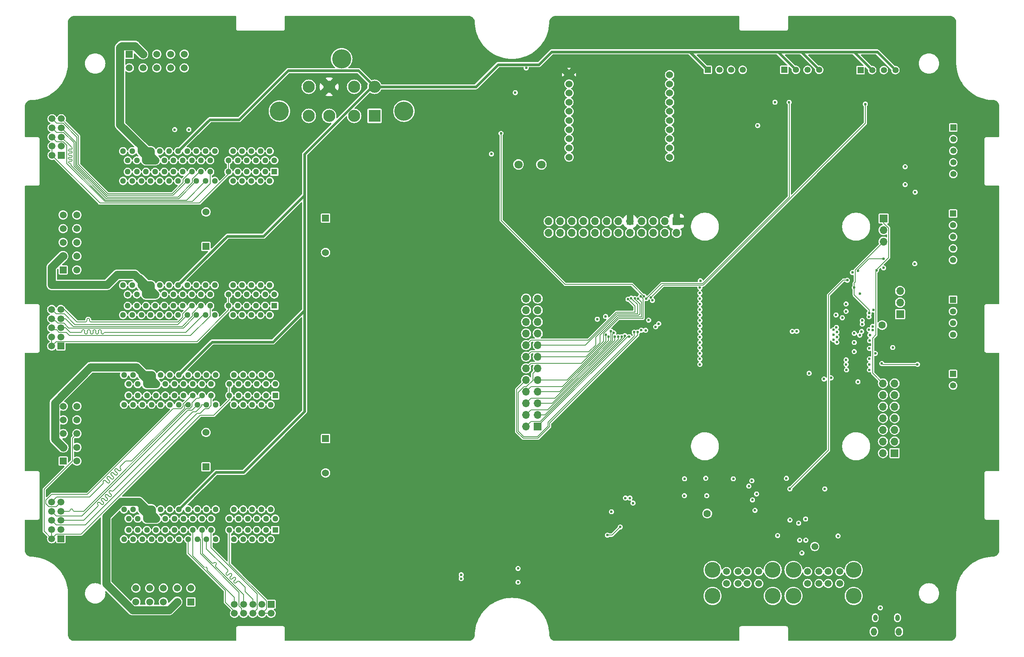
<source format=gbr>
%TF.GenerationSoftware,KiCad,Pcbnew,8.0.2*%
%TF.CreationDate,2024-05-12T20:09:59-06:00*%
%TF.ProjectId,GR-LRR-CONTROL,47522d4c-5252-42d4-934f-4e54524f4c2e,rev?*%
%TF.SameCoordinates,Original*%
%TF.FileFunction,Copper,L2,Inr*%
%TF.FilePolarity,Positive*%
%FSLAX46Y46*%
G04 Gerber Fmt 4.6, Leading zero omitted, Abs format (unit mm)*
G04 Created by KiCad (PCBNEW 8.0.2) date 2024-05-12 20:09:59*
%MOMM*%
%LPD*%
G01*
G04 APERTURE LIST*
%TA.AperFunction,ComponentPad*%
%ADD10R,1.520000X1.520000*%
%TD*%
%TA.AperFunction,ComponentPad*%
%ADD11C,1.520000*%
%TD*%
%TA.AperFunction,ComponentPad*%
%ADD12R,1.500000X1.500000*%
%TD*%
%TA.AperFunction,ComponentPad*%
%ADD13C,1.500000*%
%TD*%
%TA.AperFunction,ComponentPad*%
%ADD14R,1.350000X1.350000*%
%TD*%
%TA.AperFunction,ComponentPad*%
%ADD15C,1.350000*%
%TD*%
%TA.AperFunction,ComponentPad*%
%ADD16C,3.450000*%
%TD*%
%TA.AperFunction,ComponentPad*%
%ADD17C,1.803400*%
%TD*%
%TA.AperFunction,ComponentPad*%
%ADD18R,1.524000X1.524000*%
%TD*%
%TA.AperFunction,ComponentPad*%
%ADD19C,1.524000*%
%TD*%
%TA.AperFunction,ComponentPad*%
%ADD20R,1.700000X1.700000*%
%TD*%
%TA.AperFunction,ComponentPad*%
%ADD21O,1.700000X1.700000*%
%TD*%
%TA.AperFunction,ComponentPad*%
%ADD22R,1.288000X1.288000*%
%TD*%
%TA.AperFunction,ComponentPad*%
%ADD23C,1.288000*%
%TD*%
%TA.AperFunction,ComponentPad*%
%ADD24R,2.640000X2.640000*%
%TD*%
%TA.AperFunction,ComponentPad*%
%ADD25C,2.640000*%
%TD*%
%TA.AperFunction,ComponentPad*%
%ADD26C,4.185000*%
%TD*%
%TA.AperFunction,ComponentPad*%
%ADD27O,1.300000X1.700000*%
%TD*%
%TA.AperFunction,ComponentPad*%
%ADD28O,1.000000X1.400000*%
%TD*%
%TA.AperFunction,ViaPad*%
%ADD29C,1.600000*%
%TD*%
%TA.AperFunction,ViaPad*%
%ADD30C,0.600000*%
%TD*%
%TA.AperFunction,ViaPad*%
%ADD31C,1.500000*%
%TD*%
%TA.AperFunction,Conductor*%
%ADD32C,0.200000*%
%TD*%
%TA.AperFunction,Conductor*%
%ADD33C,0.600000*%
%TD*%
%TA.AperFunction,Conductor*%
%ADD34C,1.800000*%
%TD*%
G04 APERTURE END LIST*
D10*
%TO.N,D2_A{slash}A+*%
%TO.C,J6*%
X59300000Y-114139650D03*
D11*
%TO.N,D2_C{slash}B+*%
X59300000Y-111139651D03*
%TO.N,D2_HALL1*%
X59300000Y-108139652D03*
%TO.N,D2_HALL2*%
X59300000Y-105139653D03*
%TO.N,D2_HALL3*%
X59300000Y-102139654D03*
%TO.N,D2_B{slash}A-*%
X62299999Y-114139650D03*
%TO.N,D2_BR{slash}B-*%
X62299999Y-111139651D03*
%TO.N,D2_+5VOUT*%
X62299999Y-108139652D03*
%TO.N,GND*%
X62299999Y-105139653D03*
X62299999Y-102139654D03*
%TD*%
D12*
%TO.N,GND*%
%TO.C,J11*%
X58800000Y-172900000D03*
D13*
%TO.N,D3_+5VOUT*%
X56800000Y-172900000D03*
%TO.N,GND*%
X58800000Y-170900000D03*
%TO.N,D3_+5VOUT*%
X56800000Y-170900000D03*
%TO.N,D3_A-*%
X58800000Y-168900000D03*
%TO.N,D3_A+*%
X56800000Y-168900000D03*
%TO.N,D3_B-*%
X58800000Y-166900000D03*
%TO.N,D3_B+*%
X56800000Y-166900000D03*
%TO.N,D3_Z-*%
X58800000Y-164900000D03*
%TO.N,D3_Z+*%
X56800000Y-164900000D03*
%TD*%
D14*
%TO.N,GND*%
%TO.C,J26*%
X233359998Y-70479298D03*
D15*
%TO.N,24V*%
X235899998Y-70479298D03*
%TO.N,UT2_SIGNAL*%
X238439998Y-70479298D03*
%TO.N,24V*%
X240979998Y-70479298D03*
%TD*%
D13*
%TO.N,/USB2-HUB/VBUS*%
%TO.C,J37*%
X204130000Y-180077500D03*
%TO.N,/USB2-HUB/HD1_N*%
X206630000Y-180077500D03*
%TO.N,/USB2-HUB/HD1_P*%
X208630000Y-180077500D03*
%TO.N,GND*%
X211130000Y-180077500D03*
%TO.N,/USB2-HUB/VBUS*%
X204130000Y-182697500D03*
%TO.N,/USB2-HUB/HD2_N*%
X206630000Y-182697500D03*
%TO.N,/USB2-HUB/HD2_P*%
X208630000Y-182697500D03*
%TO.N,GND*%
X211130000Y-182697500D03*
D16*
X201060000Y-185407500D03*
X214200000Y-185407500D03*
X201060000Y-179727500D03*
X214200000Y-179727500D03*
%TD*%
D17*
%TO.N,Net-(Q1-S)*%
%TO.C,J18*%
X158704900Y-91102701D03*
%TO.N,D0 ESTOP DETECT*%
X163704900Y-91102701D03*
%TD*%
D18*
%TO.N,BATT+*%
%TO.C,C21*%
X90500000Y-157192450D03*
D19*
%TO.N,GND*%
X90500000Y-149674050D03*
%TD*%
D20*
%TO.N,GND*%
%TO.C,J32*%
X240800000Y-154180000D03*
D21*
%TO.N,/CM4_GPIO ( Ethernet\u002C GPIO\u002C SDCARD)/nRPIBOOT*%
X238260000Y-154180000D03*
%TO.N,GND*%
X240800000Y-151640000D03*
%TO.N,/CM4_GPIO ( Ethernet\u002C GPIO\u002C SDCARD)/EEPROM_nWP*%
X238260000Y-151640000D03*
%TO.N,/CM4_GPIO ( Ethernet\u002C GPIO\u002C SDCARD)/AIN0*%
X240800000Y-149100000D03*
%TO.N,/CM4_GPIO ( Ethernet\u002C GPIO\u002C SDCARD)/AIN1*%
X238260000Y-149100000D03*
%TO.N,GND*%
X240800000Y-146560000D03*
%TO.N,/CM4_GPIO ( Ethernet\u002C GPIO\u002C SDCARD)/SYNC_IN*%
X238260000Y-146560000D03*
%TO.N,/CM4_GPIO ( Ethernet\u002C GPIO\u002C SDCARD)/SYNC_OUT*%
X240800000Y-144020000D03*
%TO.N,GND*%
X238260000Y-144020000D03*
%TO.N,/CM4_GPIO ( Ethernet\u002C GPIO\u002C SDCARD)/TV_OUT*%
X240800000Y-141480000D03*
%TO.N,GND*%
X238260000Y-141480000D03*
%TO.N,Net-(J32-Pin_13)*%
X240800000Y-138940000D03*
%TO.N,/CM4_GPIO ( Ethernet\u002C GPIO\u002C SDCARD)/GLOBAL_EN*%
X238260000Y-138940000D03*
%TD*%
D14*
%TO.N,GND*%
%TO.C,J20*%
X253570001Y-136890349D03*
D15*
%TO.N,CLAMP_C*%
X253570001Y-139430349D03*
%TD*%
D12*
%TO.N,GND*%
%TO.C,J1*%
X58900000Y-89100000D03*
D13*
%TO.N,D1_+5VOUT*%
X56900000Y-89100000D03*
%TO.N,GND*%
X58900000Y-87100000D03*
%TO.N,D1_+5VOUT*%
X56900000Y-87100000D03*
%TO.N,D1_A-*%
X58900000Y-85100000D03*
%TO.N,D1_A+*%
X56900000Y-85100000D03*
%TO.N,D1_B-*%
X58900000Y-83100000D03*
%TO.N,D1_B+*%
X56900000Y-83100000D03*
%TO.N,D1_Z-*%
X58900000Y-81100000D03*
%TO.N,D1_Z+*%
X56900000Y-81100000D03*
%TD*%
D22*
%TO.N,GND*%
%TO.C,J12*%
X105600000Y-141600000D03*
D23*
%TO.N,unconnected-(J12-NC-PadA2)*%
X104600000Y-143600000D03*
%TO.N,unconnected-(J12-NC-PadA3)*%
X103600000Y-141600000D03*
%TO.N,unconnected-(J12-NC-PadA4)*%
X102600000Y-143600000D03*
%TO.N,unconnected-(J12-NC-PadA5)*%
X101600000Y-141600000D03*
%TO.N,unconnected-(J12-OUT1-PadA6)*%
X100600000Y-143600000D03*
%TO.N,unconnected-(J12-NC-PadA7)*%
X99600000Y-141600000D03*
%TO.N,D3_HALL1*%
X98600000Y-143600000D03*
%TO.N,D3_HALL2*%
X97600000Y-141600000D03*
%TO.N,D3_HALL3*%
X96600000Y-143600000D03*
%TO.N,D3_+5VOUT*%
X95600000Y-141600000D03*
%TO.N,GND*%
X92600000Y-143600000D03*
%TO.N,D3_A+*%
X91600000Y-141600000D03*
%TO.N,D3_A-*%
X90600000Y-143600000D03*
%TO.N,D3_B-*%
X89600000Y-141600000D03*
%TO.N,D3_B+*%
X88600000Y-143600000D03*
%TO.N,D3_Z-*%
X87600000Y-141600000D03*
%TO.N,D3_Z+*%
X86600000Y-143600000D03*
%TO.N,CAN+*%
X85600000Y-141600000D03*
%TO.N,GND*%
X84600000Y-143600000D03*
%TO.N,BATT+*%
X83600000Y-141600000D03*
X82600000Y-143600000D03*
%TO.N,GND*%
X81600000Y-141600000D03*
X80600000Y-143600000D03*
%TO.N,D3_BR{slash}B-*%
X79600000Y-141600000D03*
X78600000Y-143600000D03*
X77600000Y-141600000D03*
X76600000Y-143600000D03*
%TO.N,D3_B{slash}A-*%
X75600000Y-141600000D03*
X74600000Y-143600000D03*
X73600000Y-141600000D03*
X72600000Y-143600000D03*
%TO.N,GND*%
X105600000Y-139100000D03*
%TO.N,unconnected-(J12-232TX-PadB2)*%
X104600000Y-137100000D03*
%TO.N,unconnected-(J12-232RX-PadB3)*%
X103600000Y-139100000D03*
%TO.N,unconnected-(J12-OUT0-PadB4)*%
X102600000Y-137100000D03*
%TO.N,GND*%
X101600000Y-139100000D03*
%TO.N,unconnected-(J12-AXISID0-PadB6)*%
X100600000Y-137100000D03*
%TO.N,GND*%
X99600000Y-139100000D03*
X98600000Y-137100000D03*
%TO.N,unconnected-(J12-REF-PadB9)*%
X97600000Y-139100000D03*
%TO.N,unconnected-(J12-FDBK-PadB10)*%
X96600000Y-137100000D03*
%TO.N,D3_+5VOUT*%
X95600000Y-139100000D03*
%TO.N,unconnected-(J12-OUT2{slash}ERROR-PadB12)*%
X92600000Y-137100000D03*
%TO.N,unconnected-(J12-OUT3{slash}READY-PadB13)*%
X91600000Y-139100000D03*
%TO.N,unconnected-(J12-IN0-PadB14)*%
X90600000Y-137100000D03*
%TO.N,unconnected-(J12-IN1-PadB15)*%
X89600000Y-139100000D03*
%TO.N,unconnected-(J12-IN2{slash}LSP-PadB16)*%
X88600000Y-137100000D03*
%TO.N,unconnected-(J12-IN3{slash}LSN-PadB17)*%
X87600000Y-139100000D03*
%TO.N,unconnected-(J12-IN4{slash}ENABLE-PadB18)*%
X86600000Y-137100000D03*
%TO.N,CAN-*%
X85600000Y-139100000D03*
%TO.N,24V*%
X84600000Y-137100000D03*
%TO.N,BATT+*%
X83600000Y-139100000D03*
X82600000Y-137100000D03*
%TO.N,GND*%
X81600000Y-139100000D03*
X80600000Y-137100000D03*
%TO.N,D3_C{slash}B+*%
X79600000Y-139100000D03*
X78600000Y-137100000D03*
X77600000Y-139100000D03*
X76600000Y-137100000D03*
%TO.N,D3_A{slash}A+*%
X75600000Y-139100000D03*
X74600000Y-137100000D03*
X73600000Y-139100000D03*
X72600000Y-137100000D03*
%TD*%
D24*
%TO.N,BATT+*%
%TO.C,J5*%
X127275000Y-80475000D03*
D25*
X122830000Y-80475000D03*
%TO.N,GND*%
X117370000Y-80475000D03*
X112925000Y-80475000D03*
X112925000Y-74125000D03*
%TO.N,3.3V*%
X117370000Y-74125000D03*
%TO.N,5V*%
X122830000Y-74125000D03*
%TO.N,24V*%
X127275000Y-74125000D03*
D26*
%TO.N,unconnected-(J5-PadMH1)*%
X120100000Y-68025000D03*
%TO.N,unconnected-(J5-PadMH2)*%
X133690000Y-79455000D03*
%TO.N,unconnected-(J5-PadMH3)*%
X106510000Y-79455000D03*
%TD*%
D19*
%TO.N,3.3V*%
%TO.C,U4*%
X169736600Y-71500000D03*
%TO.N,unconnected-(U4-DOUT{slash}DIO13-Pad2)*%
X169736600Y-73500000D03*
%TO.N,unconnected-(U4-DIN{slash}!CONFIG{slash}DIO14-Pad3)*%
X169736600Y-75500000D03*
%TO.N,unconnected-(U4-DIO12{slash}SPI_MISO-Pad4)*%
X169703600Y-77500000D03*
%TO.N,unconnected-(U4-!RESET-Pad5)*%
X169736600Y-79500000D03*
%TO.N,unconnected-(U4-RSSI_PWM{slash}DIO10-Pad6)*%
X169736600Y-81500000D03*
%TO.N,unconnected-(U4-PWM1{slash}DIO11{slash}I2C_SDA-Pad7)*%
X169736600Y-83500000D03*
%TO.N,unconnected-(U4-[reserved]-Pad8)*%
X169736600Y-85500000D03*
%TO.N,unconnected-(U4-!DTR{slash}SLEEP_RQ{slash}DIO8-Pad9)*%
X169736600Y-87500000D03*
%TO.N,GND*%
X169736600Y-89500000D03*
%TO.N,unconnected-(U4-DIO4{slash}SPI_MOSI-Pad11)*%
X191700000Y-89500000D03*
%TO.N,unconnected-(U4-!CTS{slash}DIO7-Pad12)*%
X191700000Y-87500000D03*
%TO.N,unconnected-(U4-ON{slash}!SLEEP{slash}DIO9-Pad13)*%
X191700000Y-85500000D03*
%TO.N,unconnected-(U4-[reserved]-Pad14)*%
X191700000Y-83500000D03*
%TO.N,unconnected-(U4-ASSOCIATE{slash}DIO5-Pad15)*%
X191700000Y-81500000D03*
%TO.N,unconnected-(U4-!RTS{slash}DIO6-Pad16)*%
X191700000Y-79500000D03*
%TO.N,unconnected-(U4-AD3{slash}DIO3{slash}SPI_!SSEL-Pad17)*%
X191700000Y-77500000D03*
%TO.N,unconnected-(U4-AD2{slash}DIO2{slash}SPI_CLK-Pad18)*%
X191700000Y-75500000D03*
%TO.N,unconnected-(U4-AD1{slash}DIO1{slash}SPI_!ATTN{slash}I2C_SCL-Pad19)*%
X191700000Y-73500000D03*
%TO.N,ZIGBEE_IO*%
X191700000Y-71500000D03*
%TD*%
D20*
%TO.N,3.3V*%
%TO.C,J4*%
X193220000Y-103500000D03*
D21*
%TO.N,/CM4_GPIO ( Ethernet\u002C GPIO\u002C SDCARD)/GPIO2*%
X193220000Y-106040000D03*
%TO.N,/CM4_GPIO ( Ethernet\u002C GPIO\u002C SDCARD)/GPIO3*%
X190680000Y-103500000D03*
%TO.N,/CM4_GPIO ( Ethernet\u002C GPIO\u002C SDCARD)/GPIO4*%
X190680000Y-106040000D03*
%TO.N,GND*%
X188140000Y-103500000D03*
%TO.N,/CM4_GPIO ( Ethernet\u002C GPIO\u002C SDCARD)/GPIO17*%
X188140000Y-106040000D03*
%TO.N,/CM4_GPIO ( Ethernet\u002C GPIO\u002C SDCARD)/GPIO27*%
X185600000Y-103500000D03*
%TO.N,/CM4_GPIO ( Ethernet\u002C GPIO\u002C SDCARD)/GPIO22*%
X185600000Y-106040000D03*
%TO.N,3.3V*%
X183060000Y-103500000D03*
%TO.N,/CM4_GPIO ( Ethernet\u002C GPIO\u002C SDCARD)/GPIO10*%
X183060000Y-106040000D03*
%TO.N,/CM4_GPIO ( Ethernet\u002C GPIO\u002C SDCARD)/GPIO9*%
X180520000Y-103500000D03*
%TO.N,/CM4_GPIO ( Ethernet\u002C GPIO\u002C SDCARD)/GPIO11*%
X180520000Y-106040000D03*
%TO.N,/CM4_GPIO ( Ethernet\u002C GPIO\u002C SDCARD)/GPIO8*%
X177980000Y-103500000D03*
%TO.N,/CM4_GPIO ( Ethernet\u002C GPIO\u002C SDCARD)/GPIO25*%
X177980000Y-106040000D03*
%TO.N,GND*%
X175440000Y-103500000D03*
%TO.N,/CM4_GPIO ( Ethernet\u002C GPIO\u002C SDCARD)/GPIO24*%
X175440000Y-106040000D03*
%TO.N,/CM4_GPIO ( Ethernet\u002C GPIO\u002C SDCARD)/GPIO23*%
X172900000Y-103500000D03*
%TO.N,GND*%
X172900000Y-106040000D03*
%TO.N,/CM4_GPIO ( Ethernet\u002C GPIO\u002C SDCARD)/GPIO18*%
X170360000Y-103500000D03*
%TO.N,RPI_GPIO_15_RX*%
X170360000Y-106040000D03*
%TO.N,RPI_GPIO_14_TX*%
X167820000Y-103500000D03*
%TO.N,GND*%
X167820000Y-106040000D03*
%TO.N,5V*%
X165280000Y-103500000D03*
X165280000Y-106040000D03*
%TD*%
D12*
%TO.N,GND*%
%TO.C,J15*%
X104700000Y-187200000D03*
D13*
%TO.N,D4_+5VOUT*%
X104700000Y-189200000D03*
%TO.N,GND*%
X102700000Y-187200000D03*
%TO.N,D4_+5VOUT*%
X102700000Y-189200000D03*
%TO.N,D4_A-*%
X100700000Y-187200000D03*
%TO.N,D4_A+*%
X100700000Y-189200000D03*
%TO.N,D4_B-*%
X98700000Y-187200000D03*
%TO.N,D4_B+*%
X98700000Y-189200000D03*
%TO.N,D4_Z-*%
X96700000Y-187200000D03*
%TO.N,D4_Z+*%
X96700000Y-189200000D03*
%TD*%
D18*
%TO.N,BATT+*%
%TO.C,C22*%
X116600000Y-151007550D03*
D19*
%TO.N,GND*%
X116600000Y-158525950D03*
%TD*%
D14*
%TO.N,GND*%
%TO.C,J25*%
X216710350Y-70409298D03*
D15*
%TO.N,24V*%
X219250350Y-70409298D03*
%TO.N,UT1_SIGNAL*%
X221790350Y-70409298D03*
%TO.N,24V*%
X224330350Y-70409298D03*
%TD*%
D20*
%TO.N,GPIO4 RED LED*%
%TO.C,J39*%
X162905000Y-148362588D03*
D21*
%TO.N,GPIO3*%
X160365000Y-148362588D03*
%TO.N,GPIO2*%
X162905000Y-145822588D03*
%TO.N,GPIO1*%
X160365000Y-145822588D03*
%TO.N,GPIO0*%
X162905000Y-143282588D03*
%TO.N,D8 COPI*%
X160365000Y-143282588D03*
%TO.N,D10 CIPO*%
X162905000Y-140742588D03*
%TO.N,D9 CK*%
X160365000Y-140742588D03*
%TO.N,D7 CS*%
X162905000Y-138202588D03*
%TO.N,D0 ESTOP DETECT*%
X160365000Y-138202588D03*
%TO.N,D1*%
X162905000Y-135662588D03*
%TO.N,D2*%
X160365000Y-135662588D03*
%TO.N,D3*%
X162905000Y-133122588D03*
%TO.N,D4*%
X160365000Y-133122588D03*
%TO.N,D5 Clamp*%
X162905000Y-130582588D03*
%TO.N,D6*%
X160365000Y-130582588D03*
%TO.N,BAT_MON_73_A0*%
X162905000Y-128042588D03*
%TO.N,UT1_75_A1*%
X160365000Y-128042588D03*
%TO.N,UT2_77_A2*%
X162905000Y-125502588D03*
%TO.N,A3*%
X160365000Y-125502588D03*
%TO.N,A4*%
X162905000Y-122962588D03*
%TO.N,A5*%
X160365000Y-122962588D03*
%TO.N,A6*%
X162905000Y-120422588D03*
%TO.N,A7*%
X160365000Y-120422588D03*
%TD*%
D27*
%TO.N,GND*%
%TO.C,J36*%
X236280000Y-193207500D03*
D28*
X236580000Y-190177500D03*
X241430000Y-190177500D03*
D27*
X241730000Y-193207500D03*
%TD*%
D20*
%TO.N,/CM4_GPIO ( Ethernet\u002C GPIO\u002C SDCARD)/WL_nDis*%
%TO.C,J33*%
X242000000Y-123825000D03*
D21*
%TO.N,GND*%
X242000000Y-121285000D03*
%TO.N,/CM4_GPIO ( Ethernet\u002C GPIO\u002C SDCARD)/BT_nDis*%
X242000000Y-118745000D03*
%TD*%
D22*
%TO.N,GND*%
%TO.C,J8*%
X105400000Y-122000000D03*
D23*
%TO.N,unconnected-(J8-NC-PadA2)*%
X104400000Y-124000000D03*
%TO.N,unconnected-(J8-NC-PadA3)*%
X103400000Y-122000000D03*
%TO.N,unconnected-(J8-NC-PadA4)*%
X102400000Y-124000000D03*
%TO.N,unconnected-(J8-NC-PadA5)*%
X101400000Y-122000000D03*
%TO.N,unconnected-(J8-OUT1-PadA6)*%
X100400000Y-124000000D03*
%TO.N,unconnected-(J8-NC-PadA7)*%
X99400000Y-122000000D03*
%TO.N,D2_HALL1*%
X98400000Y-124000000D03*
%TO.N,D2_HALL2*%
X97400000Y-122000000D03*
%TO.N,D2_HALL3*%
X96400000Y-124000000D03*
%TO.N,D2_+5VOUT*%
X95400000Y-122000000D03*
%TO.N,GND*%
X92400000Y-124000000D03*
%TO.N,D2_A+*%
X91400000Y-122000000D03*
%TO.N,D2_A-*%
X90400000Y-124000000D03*
%TO.N,D2_B-*%
X89400000Y-122000000D03*
%TO.N,D2_B+*%
X88400000Y-124000000D03*
%TO.N,D2_Z-*%
X87400000Y-122000000D03*
%TO.N,D2_Z+*%
X86400000Y-124000000D03*
%TO.N,CAN+*%
X85400000Y-122000000D03*
%TO.N,GND*%
X84400000Y-124000000D03*
%TO.N,BATT+*%
X83400000Y-122000000D03*
X82400000Y-124000000D03*
%TO.N,GND*%
X81400000Y-122000000D03*
X80400000Y-124000000D03*
%TO.N,D2_BR{slash}B-*%
X79400000Y-122000000D03*
X78400000Y-124000000D03*
X77400000Y-122000000D03*
X76400000Y-124000000D03*
%TO.N,D2_B{slash}A-*%
X75400000Y-122000000D03*
X74400000Y-124000000D03*
X73400000Y-122000000D03*
X72400000Y-124000000D03*
%TO.N,GND*%
X105400000Y-119500000D03*
%TO.N,unconnected-(J8-232TX-PadB2)*%
X104400000Y-117500000D03*
%TO.N,unconnected-(J8-232RX-PadB3)*%
X103400000Y-119500000D03*
%TO.N,unconnected-(J8-OUT0-PadB4)*%
X102400000Y-117500000D03*
%TO.N,GND*%
X101400000Y-119500000D03*
%TO.N,Net-(J8-AXISID0)*%
X100400000Y-117500000D03*
%TO.N,GND*%
X99400000Y-119500000D03*
X98400000Y-117500000D03*
%TO.N,unconnected-(J8-REF-PadB9)*%
X97400000Y-119500000D03*
%TO.N,unconnected-(J8-FDBK-PadB10)*%
X96400000Y-117500000D03*
%TO.N,D2_+5VOUT*%
X95400000Y-119500000D03*
%TO.N,unconnected-(J8-OUT2{slash}ERROR-PadB12)*%
X92400000Y-117500000D03*
%TO.N,unconnected-(J8-OUT3{slash}READY-PadB13)*%
X91400000Y-119500000D03*
%TO.N,unconnected-(J8-IN0-PadB14)*%
X90400000Y-117500000D03*
%TO.N,unconnected-(J8-IN1-PadB15)*%
X89400000Y-119500000D03*
%TO.N,unconnected-(J8-IN2{slash}LSP-PadB16)*%
X88400000Y-117500000D03*
%TO.N,unconnected-(J8-IN3{slash}LSN-PadB17)*%
X87400000Y-119500000D03*
%TO.N,unconnected-(J8-IN4{slash}ENABLE-PadB18)*%
X86400000Y-117500000D03*
%TO.N,CAN-*%
X85400000Y-119500000D03*
%TO.N,24V*%
X84400000Y-117500000D03*
%TO.N,BATT+*%
X83400000Y-119500000D03*
X82400000Y-117500000D03*
%TO.N,GND*%
X81400000Y-119500000D03*
X80400000Y-117500000D03*
%TO.N,D2_C{slash}B+*%
X79400000Y-119500000D03*
X78400000Y-117500000D03*
X77400000Y-119500000D03*
X76400000Y-117500000D03*
%TO.N,D2_A{slash}A+*%
X75400000Y-119500000D03*
X74400000Y-117500000D03*
X73400000Y-119500000D03*
X72400000Y-117500000D03*
%TD*%
D10*
%TO.N,D1_A{slash}A+*%
%TO.C,J2*%
X73760351Y-67000000D03*
D11*
%TO.N,D1_C{slash}B+*%
X76760350Y-67000000D03*
%TO.N,D1_HALL1*%
X79760349Y-67000000D03*
%TO.N,D1_HALL2*%
X82760348Y-67000000D03*
%TO.N,D1_HALL3*%
X85760347Y-67000000D03*
%TO.N,D1_B{slash}A-*%
X73760351Y-69999999D03*
%TO.N,D1_BR{slash}B-*%
X76760350Y-69999999D03*
%TO.N,D1_+5VOUT*%
X79760349Y-69999999D03*
%TO.N,GND*%
X82760348Y-69999999D03*
X85760347Y-69999999D03*
%TD*%
D14*
%TO.N,5V*%
%TO.C,J21*%
X253600000Y-83039649D03*
D15*
%TO.N,ENCODER1_PHASEA_IN*%
X253600000Y-85579649D03*
%TO.N,ENCODER1_PHASEB_IN*%
X253600000Y-88119649D03*
%TO.N,ENCODER1_PHASEZ_IN*%
X253600000Y-90659649D03*
%TO.N,GND*%
X253600000Y-93199649D03*
%TD*%
D10*
%TO.N,D3_A{slash}A+*%
%TO.C,J10*%
X59319999Y-155940011D03*
D11*
%TO.N,D3_C{slash}B+*%
X59319999Y-152940012D03*
%TO.N,D3_HALL1*%
X59319999Y-149940013D03*
%TO.N,D3_HALL2*%
X59319999Y-146940014D03*
%TO.N,D3_HALL3*%
X59319999Y-143940015D03*
%TO.N,D3_B{slash}A-*%
X62319998Y-155940011D03*
%TO.N,D3_BR{slash}B-*%
X62319998Y-152940012D03*
%TO.N,D3_+5VOUT*%
X62319998Y-149940013D03*
%TO.N,GND*%
X62319998Y-146940014D03*
X62319998Y-143940015D03*
%TD*%
D14*
%TO.N,5V*%
%TO.C,J23*%
X253570001Y-120650352D03*
D15*
%TO.N,H7_I2C0_SDA*%
X253570001Y-123190352D03*
%TO.N,H7_I2C0_SCL*%
X253570001Y-125730352D03*
%TO.N,GND*%
X253570001Y-128270352D03*
%TD*%
D22*
%TO.N,unconnected-(J3-GND-PadA1)*%
%TO.C,J3*%
X105400000Y-92700000D03*
D23*
%TO.N,unconnected-(J3-NC-PadA2)*%
X104400000Y-94700000D03*
%TO.N,unconnected-(J3-NC-PadA3)*%
X103400000Y-92700000D03*
%TO.N,unconnected-(J3-NC-PadA4)*%
X102400000Y-94700000D03*
%TO.N,unconnected-(J3-NC-PadA5)*%
X101400000Y-92700000D03*
%TO.N,unconnected-(J3-OUT1-PadA6)*%
X100400000Y-94700000D03*
%TO.N,unconnected-(J3-NC-PadA7)*%
X99400000Y-92700000D03*
%TO.N,D1_HALL1*%
X98400000Y-94700000D03*
%TO.N,D1_HALL2*%
X97400000Y-92700000D03*
%TO.N,D1_HALL3*%
X96400000Y-94700000D03*
%TO.N,D1_+5VOUT*%
X95400000Y-92700000D03*
%TO.N,GND*%
X92400000Y-94700000D03*
%TO.N,D1_A+*%
X91400000Y-92700000D03*
%TO.N,D1_A-*%
X90400000Y-94700000D03*
%TO.N,D1_B-*%
X89400000Y-92700000D03*
%TO.N,D1_B+*%
X88400000Y-94700000D03*
%TO.N,D1_Z-*%
X87400000Y-92700000D03*
%TO.N,D1_Z+*%
X86400000Y-94700000D03*
%TO.N,CAN+*%
X85400000Y-92700000D03*
%TO.N,GND*%
X84400000Y-94700000D03*
%TO.N,BATT+*%
X83400000Y-92700000D03*
X82400000Y-94700000D03*
%TO.N,GND*%
X81400000Y-92700000D03*
X80400000Y-94700000D03*
%TO.N,D1_BR{slash}B-*%
X79400000Y-92700000D03*
X78400000Y-94700000D03*
X77400000Y-92700000D03*
X76400000Y-94700000D03*
%TO.N,D1_B{slash}A-*%
X75400000Y-92700000D03*
X74400000Y-94700000D03*
X73400000Y-92700000D03*
X72400000Y-94700000D03*
%TO.N,GND*%
X105400000Y-90200000D03*
%TO.N,unconnected-(J3-232TX-PadB2)*%
X104400000Y-88200000D03*
%TO.N,unconnected-(J3-232RX-PadB3)*%
X103400000Y-90200000D03*
%TO.N,unconnected-(J3-OUT0-PadB4)*%
X102400000Y-88200000D03*
%TO.N,GND*%
X101400000Y-90200000D03*
%TO.N,Net-(J3-AXISID0)*%
X100400000Y-88200000D03*
%TO.N,GND*%
X99400000Y-90200000D03*
X98400000Y-88200000D03*
%TO.N,unconnected-(J3-REF-PadB9)*%
X97400000Y-90200000D03*
%TO.N,unconnected-(J3-FDBK-PadB10)*%
X96400000Y-88200000D03*
%TO.N,D1_+5VOUT*%
X95400000Y-90200000D03*
%TO.N,unconnected-(J3-OUT2{slash}ERROR-PadB12)*%
X92400000Y-88200000D03*
%TO.N,unconnected-(J3-OUT3{slash}READY-PadB13)*%
X91400000Y-90200000D03*
%TO.N,unconnected-(J3-IN0-PadB14)*%
X90400000Y-88200000D03*
%TO.N,unconnected-(J3-IN1-PadB15)*%
X89400000Y-90200000D03*
%TO.N,unconnected-(J3-IN2{slash}LSP-PadB16)*%
X88400000Y-88200000D03*
%TO.N,unconnected-(J3-IN3{slash}LSN-PadB17)*%
X87400000Y-90200000D03*
%TO.N,unconnected-(J3-IN4{slash}ENABLE-PadB18)*%
X86400000Y-88200000D03*
%TO.N,CAN-*%
X85400000Y-90200000D03*
%TO.N,24V*%
X84400000Y-88200000D03*
%TO.N,BATT+*%
X83400000Y-90200000D03*
X82400000Y-88200000D03*
%TO.N,GND*%
X81400000Y-90200000D03*
X80400000Y-88200000D03*
%TO.N,D1_C{slash}B+*%
X79400000Y-90200000D03*
X78400000Y-88200000D03*
X77400000Y-90200000D03*
X76400000Y-88200000D03*
%TO.N,D1_A{slash}A+*%
X75400000Y-90200000D03*
X74400000Y-88200000D03*
X73400000Y-90200000D03*
X72400000Y-88200000D03*
%TD*%
D13*
%TO.N,/USB2-HUB/VBUS*%
%TO.C,J38*%
X221800000Y-180077500D03*
%TO.N,/USB2-HUB/HD3_N*%
X224300000Y-180077500D03*
%TO.N,/USB2-HUB/HD3_P*%
X226300000Y-180077500D03*
%TO.N,GND*%
X228800000Y-180077500D03*
%TO.N,/USB2-HUB/VBUS*%
X221800000Y-182697500D03*
%TO.N,/USB2-HUB/HD4_N*%
X224300000Y-182697500D03*
%TO.N,/USB2-HUB/HD4_P*%
X226300000Y-182697500D03*
%TO.N,GND*%
X228800000Y-182697500D03*
D16*
X218730000Y-185407500D03*
X231870000Y-185407500D03*
X218730000Y-179727500D03*
X231870000Y-179727500D03*
%TD*%
D22*
%TO.N,GND*%
%TO.C,J16*%
X105600000Y-171000000D03*
D23*
%TO.N,unconnected-(J16-NC-PadA2)*%
X104600000Y-173000000D03*
%TO.N,unconnected-(J16-NC-PadA3)*%
X103600000Y-171000000D03*
%TO.N,unconnected-(J16-NC-PadA4)*%
X102600000Y-173000000D03*
%TO.N,unconnected-(J16-NC-PadA5)*%
X101600000Y-171000000D03*
%TO.N,unconnected-(J16-OUT1-PadA6)*%
X100600000Y-173000000D03*
%TO.N,unconnected-(J16-NC-PadA7)*%
X99600000Y-171000000D03*
%TO.N,D4_HALL1*%
X98600000Y-173000000D03*
%TO.N,D4_HALL2*%
X97600000Y-171000000D03*
%TO.N,D4_HALL3*%
X96600000Y-173000000D03*
%TO.N,D4_+5VOUT*%
X95600000Y-171000000D03*
%TO.N,GND*%
X92600000Y-173000000D03*
%TO.N,D4_A+*%
X91600000Y-171000000D03*
%TO.N,D4_A-*%
X90600000Y-173000000D03*
%TO.N,D4_B-*%
X89600000Y-171000000D03*
%TO.N,D4_B+*%
X88600000Y-173000000D03*
%TO.N,D4_Z-*%
X87600000Y-171000000D03*
%TO.N,D4_Z+*%
X86600000Y-173000000D03*
%TO.N,CAN+*%
X85600000Y-171000000D03*
%TO.N,GND*%
X84600000Y-173000000D03*
%TO.N,BATT+*%
X83600000Y-171000000D03*
X82600000Y-173000000D03*
%TO.N,GND*%
X81600000Y-171000000D03*
X80600000Y-173000000D03*
%TO.N,D4_BR{slash}B-*%
X79600000Y-171000000D03*
X78600000Y-173000000D03*
X77600000Y-171000000D03*
X76600000Y-173000000D03*
%TO.N,D4_B{slash}A-*%
X75600000Y-171000000D03*
X74600000Y-173000000D03*
X73600000Y-171000000D03*
X72600000Y-173000000D03*
%TO.N,GND*%
X105600000Y-168500000D03*
%TO.N,unconnected-(J16-232TX-PadB2)*%
X104600000Y-166500000D03*
%TO.N,unconnected-(J16-232RX-PadB3)*%
X103600000Y-168500000D03*
%TO.N,unconnected-(J16-OUT0-PadB4)*%
X102600000Y-166500000D03*
%TO.N,unconnected-(J16-GND-PadB5)*%
X101600000Y-168500000D03*
%TO.N,Net-(J16-AXISID0)*%
X100600000Y-166500000D03*
%TO.N,GND*%
X99600000Y-168500000D03*
X98600000Y-166500000D03*
%TO.N,unconnected-(J16-REF-PadB9)*%
X97600000Y-168500000D03*
%TO.N,unconnected-(J16-FDBK-PadB10)*%
X96600000Y-166500000D03*
%TO.N,D4_+5VOUT*%
X95600000Y-168500000D03*
%TO.N,unconnected-(J16-OUT2{slash}ERROR-PadB12)*%
X92600000Y-166500000D03*
%TO.N,unconnected-(J16-OUT3{slash}READY-PadB13)*%
X91600000Y-168500000D03*
%TO.N,unconnected-(J16-IN0-PadB14)*%
X90600000Y-166500000D03*
%TO.N,unconnected-(J16-IN1-PadB15)*%
X89600000Y-168500000D03*
%TO.N,unconnected-(J16-IN2{slash}LSP-PadB16)*%
X88600000Y-166500000D03*
%TO.N,unconnected-(J16-IN3{slash}LSN-PadB17)*%
X87600000Y-168500000D03*
%TO.N,unconnected-(J16-IN4{slash}ENABLE-PadB18)*%
X86600000Y-166500000D03*
%TO.N,CAN-*%
X85600000Y-168500000D03*
%TO.N,24V*%
X84600000Y-166500000D03*
%TO.N,BATT+*%
X83600000Y-168500000D03*
X82600000Y-166500000D03*
%TO.N,GND*%
X81600000Y-168500000D03*
X80600000Y-166500000D03*
%TO.N,D4_C{slash}B+*%
X79600000Y-168500000D03*
X78600000Y-166500000D03*
X77600000Y-168500000D03*
X76600000Y-166500000D03*
%TO.N,D4_A{slash}A+*%
X75600000Y-168500000D03*
X74600000Y-166500000D03*
X73600000Y-168500000D03*
X72600000Y-166500000D03*
%TD*%
D18*
%TO.N,BATT+*%
%TO.C,C19*%
X116600000Y-102807550D03*
D19*
%TO.N,GND*%
X116600000Y-110325950D03*
%TD*%
D12*
%TO.N,GND*%
%TO.C,J7*%
X58800000Y-130800000D03*
D13*
%TO.N,D2_+5VOUT*%
X56800000Y-130800000D03*
%TO.N,GND*%
X58800000Y-128800000D03*
%TO.N,D2_+5VOUT*%
X56800000Y-128800000D03*
%TO.N,D2_A-*%
X58800000Y-126800000D03*
%TO.N,D2_A+*%
X56800000Y-126800000D03*
%TO.N,D2_B-*%
X58800000Y-124800000D03*
%TO.N,D2_B+*%
X56800000Y-124800000D03*
%TO.N,D2_Z-*%
X58800000Y-122800000D03*
%TO.N,D2_Z+*%
X56800000Y-122800000D03*
%TD*%
D20*
%TO.N,/CM4_GPIO ( Ethernet\u002C GPIO\u002C SDCARD)/GLOBAL_EN*%
%TO.C,J34*%
X238400000Y-102900000D03*
D21*
%TO.N,GND*%
X238400000Y-105440000D03*
%TO.N,/CM4_GPIO ( Ethernet\u002C GPIO\u002C SDCARD)/RUN_PG*%
X238400000Y-107980000D03*
%TD*%
D18*
%TO.N,BATT+*%
%TO.C,C20*%
X90500000Y-108992450D03*
D19*
%TO.N,GND*%
X90500000Y-101474050D03*
%TD*%
D10*
%TO.N,D4_A{slash}A+*%
%TO.C,J14*%
X87200000Y-186700000D03*
D11*
%TO.N,D4_C{slash}B+*%
X84200001Y-186700000D03*
%TO.N,D4_HALL1*%
X81200002Y-186700000D03*
%TO.N,D4_HALL2*%
X78200003Y-186700000D03*
%TO.N,D4_HALL3*%
X75200004Y-186700000D03*
%TO.N,D4_B{slash}A-*%
X87200000Y-183700001D03*
%TO.N,D4_BR{slash}B-*%
X84200001Y-183700001D03*
%TO.N,D4_+5VOUT*%
X81200002Y-183700001D03*
%TO.N,GND*%
X78200003Y-183700001D03*
X75200004Y-183700001D03*
%TD*%
D14*
%TO.N,24V*%
%TO.C,J24*%
X200010350Y-70409298D03*
D15*
%TO.N,LED_RED*%
X202550350Y-70409298D03*
%TO.N,LED_YELLOW*%
X205090350Y-70409298D03*
%TO.N,LED_GREEN*%
X207630350Y-70409298D03*
%TD*%
D14*
%TO.N,5V*%
%TO.C,J22*%
X253570001Y-101840000D03*
D15*
%TO.N,ENCODER2_PHASEA_IN*%
X253570001Y-104380000D03*
%TO.N,ENCODER2_PHASEB_IN*%
X253570001Y-106920000D03*
%TO.N,ENCODER2_PHASEZ_IN*%
X253570001Y-109460000D03*
%TO.N,GND*%
X253570001Y-112000000D03*
%TD*%
D29*
%TO.N,5V*%
X238100000Y-126200000D03*
D30*
%TO.N,GND*%
X240400000Y-131100000D03*
%TO.N,5V*%
X236600000Y-132400000D03*
%TO.N,GND*%
X179000000Y-167000000D03*
X183700000Y-165100000D03*
D29*
%TO.N,5V*%
X199900000Y-167400000D03*
D31*
%TO.N,/USB2-HUB/VBUS*%
X223370000Y-174607500D03*
D30*
%TO.N,GPIO4 RED LED*%
X182875467Y-128742588D03*
%TO.N,/CM4_GPIO ( Ethernet\u002C GPIO\u002C SDCARD)/GPIO24*%
X235212298Y-127215533D03*
%TO.N,/CM4_GPIO ( Ethernet\u002C GPIO\u002C SDCARD)/GPIO27*%
X228224878Y-127760000D03*
%TO.N,/CM4_GPIO ( Ethernet\u002C GPIO\u002C SDCARD)/GPIO3*%
X229400000Y-124600000D03*
%TO.N,RPI_GPIO_15_RX*%
X219450000Y-127550000D03*
X183024767Y-164024767D03*
X233741918Y-126000022D03*
%TO.N,/CM4_GPIO ( Ethernet\u002C GPIO\u002C SDCARD)/GPIO9*%
X227500000Y-129430000D03*
%TO.N,/CM4_GPIO ( Ethernet\u002C GPIO\u002C SDCARD)/GPIO4*%
X228100000Y-126700000D03*
%TO.N,/CM4_GPIO ( Ethernet\u002C GPIO\u002C SDCARD)/GPIO11*%
X228200000Y-129960000D03*
%TO.N,/CM4_GPIO ( Ethernet\u002C GPIO\u002C SDCARD)/GPIO8*%
X233200000Y-128400000D03*
%TO.N,RPI_GPIO_14_TX*%
X233741934Y-125199995D03*
X182050000Y-164000000D03*
X218475000Y-127575000D03*
%TO.N,/CM4_GPIO ( Ethernet\u002C GPIO\u002C SDCARD)/GPIO22*%
X227460000Y-128330000D03*
%TO.N,/CM4_GPIO ( Ethernet\u002C GPIO\u002C SDCARD)/GPIO10*%
X228220607Y-128820000D03*
%TO.N,/CM4_GPIO ( Ethernet\u002C GPIO\u002C SDCARD)/GPIO18*%
X236000000Y-126500000D03*
%TO.N,/CM4_GPIO ( Ethernet\u002C GPIO\u002C SDCARD)/GPIO17*%
X227460000Y-127230000D03*
%TO.N,/CM4_GPIO ( Ethernet\u002C GPIO\u002C SDCARD)/GPIO25*%
X235400000Y-128400000D03*
%TO.N,/CM4_GPIO ( Ethernet\u002C GPIO\u002C SDCARD)/GPIO23*%
X236023150Y-127276850D03*
%TO.N,/CM4_GPIO ( Ethernet\u002C GPIO\u002C SDCARD)/GPIO2*%
X228000000Y-124000000D03*
%TO.N,/CM4_GPIO ( Ethernet\u002C GPIO\u002C SDCARD)/RUN_PG*%
X235250000Y-123600000D03*
X232000000Y-118000000D03*
%TO.N,/CM4_GPIO ( Ethernet\u002C GPIO\u002C SDCARD)/GLOBAL_EN*%
X236850000Y-114230000D03*
%TO.N,/CM4_GPIO ( Ethernet\u002C GPIO\u002C SDCARD)/nRPIBOOT*%
X232800000Y-138600000D03*
%TO.N,/CM4_GPIO ( Ethernet\u002C GPIO\u002C SDCARD)/AIN1*%
X226930000Y-137740000D03*
%TO.N,/CM4_GPIO ( Ethernet\u002C GPIO\u002C SDCARD)/AIN0*%
X225400000Y-138000000D03*
%TO.N,/CM4_GPIO ( Ethernet\u002C GPIO\u002C SDCARD)/TV_OUT*%
X222150000Y-136750000D03*
%TO.N,Net-(Module1A-PI_nLED_Activity)*%
X245800000Y-134800000D03*
X238000000Y-134600000D03*
%TO.N,/nEXTRST*%
X230500000Y-116400000D03*
X217930000Y-162007500D03*
%TO.N,/CM4_HighSpeed/USBOTG_ID*%
X209630000Y-160225233D03*
X209000000Y-161400000D03*
%TO.N,H7_I2C0_SDA*%
X194900000Y-163490000D03*
%TO.N,H7_I2C0_SCL*%
X194950000Y-159800000D03*
%TO.N,ENCODER2_PHASEA*%
X245273502Y-97156159D03*
X243100000Y-95479298D03*
%TO.N,/USB2-HUB/nOCS1*%
X217970000Y-168807500D03*
X219860000Y-169497500D03*
%TO.N,3.3V*%
X246800000Y-127000000D03*
X220570000Y-174407500D03*
X211370000Y-175207500D03*
X243500000Y-110800000D03*
X208900000Y-158000000D03*
X215330000Y-168207500D03*
X218630000Y-168207500D03*
X153700000Y-179100000D03*
X230400000Y-119200000D03*
X244200000Y-124100000D03*
X220170000Y-171563448D03*
X247100000Y-117300000D03*
X211470000Y-158277500D03*
X214570000Y-177207500D03*
X209991521Y-169585979D03*
X212770000Y-165207500D03*
X248300000Y-136400000D03*
%TO.N,5V*%
X199800000Y-163500000D03*
X199600000Y-159700000D03*
X158600000Y-179400000D03*
X225570000Y-162007500D03*
%TO.N,/CM4_GPIO ( Ethernet\u002C GPIO\u002C SDCARD)/+1.8v*%
X232814767Y-114314767D03*
X238400000Y-111700000D03*
%TO.N,/CM4_GPIO ( Ethernet\u002C GPIO\u002C SDCARD)/GPIO_VREF*%
X233200000Y-119300000D03*
X238400000Y-113700000D03*
%TO.N,BAT_MON_73_A0*%
X186088810Y-119906398D03*
X154900000Y-84300000D03*
%TO.N,UT2_77_A2*%
X234409998Y-77900000D03*
X187629767Y-120147355D03*
%TO.N,UT1_75_A1*%
X217759998Y-77500000D03*
X186605000Y-120422588D03*
%TO.N,Net-(J36-VBUS)*%
X237700000Y-188000000D03*
X209770000Y-164407500D03*
%TO.N,GND*%
X221424318Y-173204436D03*
X210324000Y-166683500D03*
X230200000Y-123200000D03*
X221370000Y-168607500D03*
X198300000Y-118000000D03*
X220070000Y-173207500D03*
X175905000Y-124922588D03*
X235300000Y-134800000D03*
X152800000Y-88800000D03*
X231600000Y-114700000D03*
X198400000Y-116500000D03*
X214700000Y-77500000D03*
X210670000Y-163107500D03*
X235300000Y-133600000D03*
X245200000Y-112800000D03*
X198300000Y-126400000D03*
X198300000Y-121600000D03*
X235340000Y-129600000D03*
X232000000Y-128000000D03*
X233600000Y-127600000D03*
X217170000Y-159707500D03*
X198300000Y-122800000D03*
X231978083Y-132000023D03*
X236170000Y-122900000D03*
X198300000Y-120400000D03*
X205600000Y-159800000D03*
X198300000Y-133600000D03*
X187105000Y-125122588D03*
X230300000Y-136000000D03*
X235200000Y-124400000D03*
X230200000Y-134800000D03*
X198300000Y-125200000D03*
X215270000Y-172207500D03*
X158000000Y-75400000D03*
X235300000Y-131300000D03*
X210900000Y-82600000D03*
X235300000Y-136000000D03*
X177705000Y-124322588D03*
X220570000Y-176007500D03*
X198300000Y-127600000D03*
X230200000Y-133800000D03*
X198300000Y-130000000D03*
X198300000Y-128800000D03*
X160400000Y-70000000D03*
X198300000Y-131200000D03*
X198300000Y-132400000D03*
X243100000Y-91600000D03*
X198300000Y-119200000D03*
X228470000Y-172307500D03*
X230200000Y-121600000D03*
X232000000Y-130000000D03*
X198300000Y-124000000D03*
X198300000Y-134800000D03*
X158600000Y-182400000D03*
%TO.N,D7 CS*%
X177767577Y-128291551D03*
%TO.N,D8 COPI*%
X179505000Y-127922588D03*
%TO.N,D10 CIPO*%
X178870000Y-127522588D03*
%TO.N,D9 CK*%
X178356739Y-128722588D03*
%TO.N,Net-(U1A-GND-PadJ1_31)*%
X178105000Y-172122588D03*
X180905000Y-170322588D03*
%TO.N,D0 ESTOP DETECT*%
X184693115Y-127752588D03*
%TO.N,D6*%
X182612459Y-120553435D03*
%TO.N,A7*%
X188645000Y-126582588D03*
%TO.N,D5 Clamp*%
X183305000Y-120322588D03*
%TO.N,A5*%
X186467540Y-127354663D03*
%TO.N,D2*%
X185359088Y-119926634D03*
%TO.N,D4*%
X184103617Y-120391123D03*
%TO.N,D3*%
X184829088Y-120472334D03*
%TO.N,A4*%
X185505000Y-127322588D03*
%TO.N,A3*%
X187944844Y-120805861D03*
%TO.N,A6*%
X189305000Y-125922588D03*
%TO.N,GPIO2*%
X181206296Y-128742588D03*
%TO.N,GPIO0*%
X179746739Y-128717047D03*
%TO.N,D1*%
X183963112Y-127752588D03*
%TO.N,GPIO3*%
X181930699Y-128547354D03*
%TO.N,GPIO1*%
X180476294Y-128742589D03*
%TO.N,CAN-*%
X86750000Y-83500000D03*
X146200000Y-180775000D03*
%TO.N,CAN+*%
X83650000Y-83500000D03*
X146200000Y-181625000D03*
%TD*%
D32*
%TO.N,Net-(Module1A-PI_nLED_Activity)*%
X238200000Y-134800000D02*
X245800000Y-134800000D01*
X238000000Y-134600000D02*
X238200000Y-134800000D01*
%TO.N,GPIO4 RED LED*%
X182485000Y-128742588D02*
X162905000Y-148322588D01*
X182875467Y-128742588D02*
X182485000Y-128742588D01*
X162905000Y-148322588D02*
X162905000Y-148362588D01*
%TO.N,/CM4_GPIO ( Ethernet\u002C GPIO\u002C SDCARD)/RUN_PG*%
X232000000Y-119600000D02*
X235250000Y-122850000D01*
X232000000Y-117000000D02*
X232200000Y-116800000D01*
X235250000Y-122850000D02*
X235250000Y-123600000D01*
X232000000Y-118000000D02*
X232000000Y-117000000D01*
X232200000Y-116800000D02*
X232200000Y-114180000D01*
X232000000Y-118000000D02*
X232000000Y-119600000D01*
X232200000Y-114180000D02*
X238400000Y-107980000D01*
%TO.N,/CM4_GPIO ( Ethernet\u002C GPIO\u002C SDCARD)/GLOBAL_EN*%
X236700000Y-128350466D02*
X236000000Y-129050466D01*
X239480000Y-111420000D02*
X239480000Y-105220000D01*
X236700000Y-114380000D02*
X236700000Y-128350466D01*
X236850000Y-114230000D02*
X236700000Y-114380000D01*
X236850000Y-114050000D02*
X239480000Y-111420000D01*
X236000000Y-129050466D02*
X236000000Y-136680000D01*
X239500000Y-105200000D02*
X239500000Y-105000000D01*
X239480000Y-105220000D02*
X239500000Y-105200000D01*
X236850000Y-114230000D02*
X236850000Y-114050000D01*
X236000000Y-136680000D02*
X238260000Y-138940000D01*
X238400000Y-103900000D02*
X238400000Y-102900000D01*
X239500000Y-105000000D02*
X238400000Y-103900000D01*
%TO.N,/nEXTRST*%
X226400000Y-153537500D02*
X226400000Y-119600000D01*
X217930000Y-162007500D02*
X226400000Y-153537500D01*
X229600000Y-116400000D02*
X230500000Y-116400000D01*
X226400000Y-119600000D02*
X229600000Y-116400000D01*
D33*
%TO.N,24V*%
X231920700Y-66500000D02*
X229000000Y-66500000D01*
X112000000Y-97800000D02*
X103000000Y-106800000D01*
X98700000Y-158400000D02*
X112000000Y-145100000D01*
X91800000Y-129900000D02*
X105100000Y-129900000D01*
X240979998Y-70479298D02*
X237000700Y-66500000D01*
X84600000Y-166500000D02*
X92700000Y-158400000D01*
X105100000Y-129900000D02*
X112000000Y-123000000D01*
X95100000Y-106800000D02*
X84400000Y-117500000D01*
X112000000Y-123000000D02*
X112000000Y-122400000D01*
X235899998Y-70479298D02*
X231920700Y-66500000D01*
X103000000Y-106800000D02*
X95100000Y-106800000D01*
X108400000Y-70600000D02*
X97700000Y-81300000D01*
X154230000Y-69270000D02*
X163130000Y-69270000D01*
X97700000Y-81300000D02*
X91300000Y-81300000D01*
X112000000Y-88830126D02*
X112000000Y-97800000D01*
X84600000Y-137100000D02*
X91800000Y-129900000D01*
X112000000Y-145100000D02*
X112000000Y-122400000D01*
X163130000Y-69270000D02*
X165900000Y-66500000D01*
X149375000Y-74125000D02*
X154230000Y-69270000D01*
X91300000Y-81300000D02*
X84400000Y-88200000D01*
X112000000Y-122400000D02*
X112000000Y-97800000D01*
X196101052Y-66500000D02*
X200010350Y-70409298D01*
X196101052Y-66500000D02*
X215341052Y-66500000D01*
X237000700Y-66500000D02*
X229000000Y-66500000D01*
X229000000Y-66500000D02*
X215341052Y-66500000D01*
X215341052Y-66500000D02*
X219250350Y-70409298D01*
X165900000Y-66500000D02*
X196101052Y-66500000D01*
X220421052Y-66500000D02*
X215341052Y-66500000D01*
X123750000Y-70600000D02*
X108400000Y-70600000D01*
X126705126Y-74125000D02*
X112000000Y-88830126D01*
X127275000Y-74125000D02*
X123750000Y-70600000D01*
X127275000Y-74125000D02*
X126705126Y-74125000D01*
X127275000Y-74125000D02*
X149375000Y-74125000D01*
X224330350Y-70409298D02*
X220421052Y-66500000D01*
X92700000Y-158400000D02*
X98700000Y-158400000D01*
D32*
%TO.N,/CM4_GPIO ( Ethernet\u002C GPIO\u002C SDCARD)/+1.8v*%
X235200000Y-111700000D02*
X238400000Y-111700000D01*
X232814767Y-114314767D02*
X232814767Y-114085233D01*
X232814767Y-114085233D02*
X235200000Y-111700000D01*
%TO.N,BAT_MON_73_A0*%
X154900000Y-84300000D02*
X154900000Y-103317588D01*
X168905000Y-117322588D02*
X183505000Y-117322588D01*
X154900000Y-103317588D02*
X168905000Y-117322588D01*
X183505000Y-117322588D02*
X186088810Y-119906398D01*
%TO.N,UT2_77_A2*%
X199047412Y-117452588D02*
X190324534Y-117452588D01*
X234409998Y-82090002D02*
X199047412Y-117452588D01*
X234409998Y-77900000D02*
X234409998Y-82090002D01*
X190324534Y-117452588D02*
X187629767Y-120147355D01*
%TO.N,UT1_75_A1*%
X198910722Y-117122588D02*
X189905000Y-117122588D01*
X189905000Y-117122588D02*
X186605000Y-120422588D01*
X217800000Y-98233310D02*
X198910722Y-117122588D01*
X217800000Y-77540002D02*
X217800000Y-98233310D01*
X217759998Y-77500000D02*
X217800000Y-77540002D01*
%TO.N,D7 CS*%
X169291480Y-138202588D02*
X177738240Y-129755828D01*
X162905000Y-138202588D02*
X169291480Y-138202588D01*
X177767577Y-129726491D02*
X177767577Y-128291551D01*
X177738240Y-129755828D02*
X177767577Y-129726491D01*
%TO.N,D8 COPI*%
X179216739Y-128210849D02*
X179505000Y-127922588D01*
X160365000Y-143282588D02*
X161445000Y-142202588D01*
X177938275Y-130955863D02*
X179216739Y-129677399D01*
X166691550Y-142202588D02*
X177938275Y-130955863D01*
X179216739Y-129677399D02*
X179216739Y-128210849D01*
X161445000Y-142202588D02*
X166691550Y-142202588D01*
%TO.N,D10 CIPO*%
X167684860Y-140742588D02*
X174504930Y-133922518D01*
X178886739Y-129322588D02*
X178886739Y-127539327D01*
X174504930Y-133922518D02*
X178886739Y-129540709D01*
X178886739Y-127539327D02*
X178870000Y-127522588D01*
X178886739Y-129540709D02*
X178886739Y-129322588D01*
X162905000Y-140742588D02*
X167684860Y-140742588D01*
%TO.N,D9 CK*%
X160365000Y-140742588D02*
X161445000Y-139662588D01*
X177971585Y-129989173D02*
X178356739Y-129604019D01*
X178356739Y-129604019D02*
X178356739Y-128722588D01*
X173571585Y-134389173D02*
X177971585Y-129989173D01*
X161445000Y-139662588D02*
X168298170Y-139662588D01*
X168298170Y-139662588D02*
X173571585Y-134389173D01*
%TO.N,Net-(U1A-GND-PadJ1_31)*%
X180905000Y-170322588D02*
X179105000Y-172122588D01*
X179105000Y-172122588D02*
X178105000Y-172122588D01*
%TO.N,D0 ESTOP DETECT*%
X184693115Y-128401163D02*
X165505000Y-147589278D01*
X165505000Y-148389278D02*
X162971690Y-150922588D01*
X165505000Y-147589278D02*
X165505000Y-148389278D01*
X162971690Y-150922588D02*
X159705000Y-150922588D01*
X159705000Y-150922588D02*
X158305000Y-149522588D01*
X158305000Y-140262588D02*
X160365000Y-138202588D01*
X158305000Y-149522588D02*
X158305000Y-140262588D01*
X184693115Y-127752588D02*
X184693115Y-128401163D01*
%TO.N,D6*%
X184105000Y-123402589D02*
X184105000Y-122045976D01*
X160365000Y-130582588D02*
X161445000Y-129502588D01*
X184105000Y-122045976D02*
X182612459Y-120553435D01*
X180040245Y-123402589D02*
X184105000Y-123402589D01*
X173940246Y-129502588D02*
X180040245Y-123402589D01*
X161445000Y-129502588D02*
X173940246Y-129502588D01*
%TO.N,D5 Clamp*%
X180176935Y-123732589D02*
X184705000Y-123732589D01*
X183573617Y-120610657D02*
X183305000Y-120342040D01*
X184705000Y-123732589D02*
X184705000Y-121742040D01*
X179645968Y-124263556D02*
X180176935Y-123732589D01*
X184705000Y-121742040D02*
X183573617Y-120610657D01*
X173326936Y-130582588D02*
X179645968Y-124263556D01*
X162905000Y-130582588D02*
X173326936Y-130582588D01*
X183305000Y-120342040D02*
X183305000Y-120322588D01*
%TO.N,D2*%
X177237577Y-128072017D02*
X177237577Y-129655165D01*
X185359088Y-119926634D02*
X185905000Y-120472546D01*
X185905000Y-120472546D02*
X185905000Y-124722588D01*
X180587006Y-124722588D02*
X177237577Y-128072017D01*
X161445000Y-134582588D02*
X160365000Y-135662588D01*
X177304895Y-129722483D02*
X172444790Y-134582588D01*
X172444790Y-134582588D02*
X161445000Y-134582588D01*
X177237577Y-129655165D02*
X177304895Y-129722483D01*
X185905000Y-124722588D02*
X180587006Y-124722588D01*
%TO.N,D4*%
X184103617Y-120496397D02*
X185245000Y-121637780D01*
X161445000Y-132042588D02*
X160365000Y-133122588D01*
X175538205Y-128838009D02*
X175538205Y-130555793D01*
X184103617Y-120391123D02*
X184103617Y-120496397D01*
X184905000Y-124062589D02*
X180313625Y-124062589D01*
X175538205Y-130555793D02*
X174051410Y-132042588D01*
X174051410Y-132042588D02*
X161445000Y-132042588D01*
X185245000Y-121637780D02*
X185245000Y-123722589D01*
X180313625Y-124062589D02*
X175538205Y-128838009D01*
X185245000Y-123722589D02*
X184905000Y-124062589D01*
%TO.N,D3*%
X173438100Y-133122588D02*
X162905000Y-133122588D01*
X184829088Y-120472334D02*
X185575000Y-121218246D01*
X185575000Y-121218246D02*
X185575000Y-124392588D01*
X176471550Y-128371354D02*
X176471550Y-130089138D01*
X185575000Y-124392588D02*
X180450316Y-124392588D01*
X176471550Y-130089138D02*
X173438100Y-133122588D01*
X180450316Y-124392588D02*
X176471550Y-128371354D01*
%TO.N,GPIO2*%
X181206296Y-128742588D02*
X181206296Y-129087912D01*
X181206296Y-129087912D02*
X164471620Y-145822588D01*
X164471620Y-145822588D02*
X162905000Y-145822588D01*
%TO.N,GPIO0*%
X179746739Y-129614089D02*
X166078240Y-143282588D01*
X179746739Y-128717047D02*
X179746739Y-129614089D01*
X166078240Y-143282588D02*
X162905000Y-143282588D01*
%TO.N,D1*%
X161825000Y-138269939D02*
X161825000Y-136742588D01*
X158635000Y-149385898D02*
X158635000Y-140945237D01*
X158635000Y-140945237D02*
X159917649Y-139662588D01*
X165175000Y-147452588D02*
X165175000Y-148252588D01*
X183963112Y-128664476D02*
X165175000Y-147452588D01*
X165175000Y-148252588D02*
X162835000Y-150592588D01*
X183963112Y-127752588D02*
X183963112Y-128664476D01*
X159841690Y-150592588D02*
X158635000Y-149385898D01*
X160432351Y-139662588D02*
X161825000Y-138269939D01*
X161825000Y-136742588D02*
X162905000Y-135662588D01*
X159917649Y-139662588D02*
X160432351Y-139662588D01*
X162835000Y-150592588D02*
X159841690Y-150592588D01*
%TO.N,GPIO3*%
X161445000Y-147282588D02*
X160365000Y-148362588D01*
X181930699Y-128547354D02*
X181930699Y-128830199D01*
X163478310Y-147282588D02*
X161445000Y-147282588D01*
X181930699Y-128830199D02*
X163478310Y-147282588D01*
%TO.N,GPIO1*%
X161445000Y-144742588D02*
X160365000Y-145822588D01*
X180476294Y-128742589D02*
X180476294Y-129351224D01*
X180476294Y-129351224D02*
X165084930Y-144742588D01*
X165084930Y-144742588D02*
X161445000Y-144742588D01*
%TO.N,D1_A+*%
X60100000Y-90866760D02*
X68453239Y-99219999D01*
X57920000Y-86120000D02*
X59330000Y-86120000D01*
X60100000Y-86890000D02*
X60100000Y-90866760D01*
X68453239Y-99219999D02*
X87480001Y-99219999D01*
X56900000Y-85100000D02*
X57920000Y-86120000D01*
X87480001Y-99219999D02*
X91400000Y-95300000D01*
X91400000Y-95300000D02*
X91400000Y-92700000D01*
X59330000Y-86120000D02*
X60100000Y-86890000D01*
%TO.N,D1_B+*%
X61670000Y-86336690D02*
X61670000Y-91503380D01*
X68726619Y-98559999D02*
X84540001Y-98559999D01*
X84540001Y-98559999D02*
X88400000Y-94700000D01*
X61670000Y-91503380D02*
X68726619Y-98559999D01*
X57880000Y-84080000D02*
X59413310Y-84080000D01*
X56900000Y-83100000D02*
X57880000Y-84080000D01*
X59413310Y-84080000D02*
X61670000Y-86336690D01*
%TO.N,D1_Z-*%
X85526000Y-94337977D02*
X87163977Y-92700000D01*
X62660000Y-84860000D02*
X62660000Y-91093310D01*
X58900000Y-81100000D02*
X60300000Y-82500000D01*
X85526000Y-95062023D02*
X85526000Y-94337977D01*
X60300000Y-82500000D02*
X62660000Y-84860000D01*
X83118023Y-97470000D02*
X85526000Y-95062023D01*
X69036690Y-97470000D02*
X83118023Y-97470000D01*
X87163977Y-92700000D02*
X87400000Y-92700000D01*
X62660000Y-91093310D02*
X69036690Y-97470000D01*
%TO.N,D1_+5VOUT*%
X56900000Y-87100000D02*
X56900000Y-89100000D01*
X56900000Y-89100000D02*
X67349999Y-99549999D01*
X95400000Y-92700000D02*
X95400000Y-90200000D01*
X89050001Y-99549999D02*
X95400000Y-93200000D01*
X95400000Y-93200000D02*
X95400000Y-92700000D01*
X67349999Y-99549999D02*
X89050001Y-99549999D01*
%TO.N,D1_A-*%
X60450236Y-88812000D02*
X60450236Y-88898000D01*
X60622236Y-90790000D02*
X60828000Y-90790000D01*
X61149865Y-88640000D02*
X61000000Y-88640000D01*
X61000000Y-89500000D02*
X60622236Y-89500000D01*
X60828000Y-90360000D02*
X60622236Y-90360000D01*
X60450236Y-89672000D02*
X60450236Y-89758000D01*
X61299730Y-90079865D02*
X61299730Y-90210135D01*
X61000000Y-91300070D02*
X68589929Y-98889999D01*
X60622236Y-89930000D02*
X61000000Y-89930000D01*
X60622236Y-88210000D02*
X61000000Y-88210000D01*
X61000000Y-87780000D02*
X60622236Y-87780000D01*
X61149865Y-90360000D02*
X61000000Y-90360000D01*
X61000000Y-91048000D02*
X61000000Y-91300000D01*
X60450236Y-90532000D02*
X60450236Y-90618000D01*
X61299730Y-89219865D02*
X61299730Y-89350135D01*
X58900000Y-85100000D02*
X60750000Y-86950000D01*
X61000000Y-89070000D02*
X61149865Y-89070000D01*
X86210001Y-98889999D02*
X90400000Y-94700000D01*
X61149865Y-89500000D02*
X61000000Y-89500000D01*
X61000000Y-91300000D02*
X61000000Y-91300070D01*
X61000000Y-88210000D02*
X61149865Y-88210000D01*
X60622236Y-89070000D02*
X61000000Y-89070000D01*
X68589929Y-98889999D02*
X86210001Y-98889999D01*
X61000000Y-89930000D02*
X61149865Y-89930000D01*
X61299656Y-87499656D02*
X61299656Y-87630172D01*
X61000000Y-90962000D02*
X61000000Y-91048000D01*
X61149828Y-87780000D02*
X61000000Y-87780000D01*
X60750000Y-86950000D02*
X61000000Y-87200000D01*
X60450236Y-87952000D02*
X60450236Y-88038000D01*
X61299730Y-88359865D02*
X61299730Y-88490135D01*
X61000000Y-90360000D02*
X60828000Y-90360000D01*
X61000000Y-88640000D02*
X60622236Y-88640000D01*
X60450236Y-89758000D02*
G75*
G03*
X60622236Y-89929964I171964J0D01*
G01*
X60622236Y-90360000D02*
G75*
G03*
X60450200Y-90532000I-36J-172000D01*
G01*
X61299730Y-89350135D02*
G75*
G02*
X61149865Y-89499930I-149830J35D01*
G01*
X61299730Y-88490135D02*
G75*
G02*
X61149865Y-88639930I-149830J35D01*
G01*
X60622236Y-87780000D02*
G75*
G03*
X60450200Y-87952000I-36J-172000D01*
G01*
X60450236Y-88038000D02*
G75*
G03*
X60622236Y-88209964I171964J0D01*
G01*
X60622236Y-88640000D02*
G75*
G03*
X60450200Y-88812000I-36J-172000D01*
G01*
X61149828Y-87349828D02*
G75*
G02*
X61299672Y-87499656I-28J-149872D01*
G01*
X61149865Y-89930000D02*
G75*
G02*
X61299800Y-90079865I35J-149900D01*
G01*
X61299656Y-87630172D02*
G75*
G02*
X61149828Y-87780056I-149856J-28D01*
G01*
X60450236Y-88898000D02*
G75*
G03*
X60622236Y-89069964I171964J0D01*
G01*
X61299730Y-90210135D02*
G75*
G02*
X61149865Y-90359930I-149830J35D01*
G01*
X61149865Y-88210000D02*
G75*
G02*
X61299800Y-88359865I35J-149900D01*
G01*
X60450236Y-90618000D02*
G75*
G03*
X60622236Y-90789964I171964J0D01*
G01*
X61000000Y-87200000D02*
G75*
G03*
X61149828Y-87349800I149800J0D01*
G01*
X60828000Y-90790000D02*
G75*
G02*
X61000000Y-90962000I0J-172000D01*
G01*
X60622236Y-89500000D02*
G75*
G03*
X60450200Y-89672000I-36J-172000D01*
G01*
X61149865Y-89070000D02*
G75*
G02*
X61299800Y-89219865I35J-149900D01*
G01*
%TO.N,D1_Z+*%
X68900000Y-97800000D02*
X83300000Y-97800000D01*
X56900000Y-81100000D02*
X57900000Y-82100000D01*
X83300000Y-97800000D02*
X86400000Y-94700000D01*
X57900000Y-82100000D02*
X59285930Y-82100000D01*
X62330000Y-91230000D02*
X68900000Y-97800000D01*
X59285930Y-82100000D02*
X62330000Y-85144070D01*
X62330000Y-85144070D02*
X62330000Y-91230000D01*
%TO.N,D1_B-*%
X87526000Y-94274000D02*
X89100000Y-92700000D01*
X68863309Y-98229999D02*
X84370001Y-98229999D01*
X62000000Y-91366690D02*
X68863309Y-98229999D01*
X58900000Y-83100000D02*
X62000000Y-86200000D01*
X84370001Y-98229999D02*
X87526000Y-95074000D01*
X89100000Y-92700000D02*
X89400000Y-92700000D01*
X87526000Y-95074000D02*
X87526000Y-94274000D01*
X62000000Y-86200000D02*
X62000000Y-91366690D01*
D34*
%TO.N,D1_C{slash}B+*%
X77500000Y-88200000D02*
X76400000Y-87100000D01*
X79400000Y-90200000D02*
X77400000Y-90200000D01*
X78400000Y-89200000D02*
X78400000Y-88200000D01*
X71700000Y-82400000D02*
X76400000Y-87100000D01*
X76400000Y-87100000D02*
X76400000Y-88200000D01*
X79400000Y-90200000D02*
X78400000Y-89200000D01*
X72090000Y-65210000D02*
X71700000Y-65600000D01*
X76400000Y-88200000D02*
X78400000Y-88200000D01*
X78400000Y-88200000D02*
X77500000Y-88200000D01*
X71700000Y-65600000D02*
X71700000Y-82400000D01*
X77400000Y-89200000D02*
X78400000Y-88200000D01*
X77400000Y-90200000D02*
X77400000Y-89200000D01*
X76760350Y-67000000D02*
X74970350Y-65210000D01*
X77400000Y-89200000D02*
X76400000Y-88200000D01*
X74970350Y-65210000D02*
X72090000Y-65210000D01*
D32*
%TO.N,D2_+5VOUT*%
X95400000Y-122000000D02*
X95400000Y-119500000D01*
X88510753Y-129800000D02*
X95400000Y-122910753D01*
X95400000Y-122910753D02*
X95400000Y-122000000D01*
X56800000Y-130800000D02*
X57800000Y-129800000D01*
X56800000Y-128800000D02*
X56800000Y-130800000D01*
X57800000Y-129800000D02*
X88510753Y-129800000D01*
D34*
%TO.N,D2_C{slash}B+*%
X77400000Y-118500000D02*
X76400000Y-117500000D01*
X78400000Y-118500000D02*
X77400000Y-119500000D01*
X77400000Y-119500000D02*
X77400000Y-118500000D01*
X59300000Y-111139651D02*
X59260349Y-111139651D01*
X56800000Y-113600000D02*
X56800000Y-117400000D01*
X79400000Y-119500000D02*
X77400000Y-119500000D01*
X74900000Y-115200000D02*
X75750000Y-116050000D01*
X68900000Y-117400000D02*
X71100000Y-115200000D01*
X75950000Y-116050000D02*
X75750000Y-116050000D01*
X76400000Y-116700000D02*
X76400000Y-117500000D01*
X56800000Y-117400000D02*
X68900000Y-117400000D01*
X79400000Y-119500000D02*
X75950000Y-116050000D01*
X75750000Y-116050000D02*
X76400000Y-116700000D01*
X76400000Y-117500000D02*
X78400000Y-117500000D01*
X59260349Y-111139651D02*
X56800000Y-113600000D01*
X71100000Y-115200000D02*
X74900000Y-115200000D01*
X78400000Y-117500000D02*
X78400000Y-118500000D01*
D32*
%TO.N,D2_B+*%
X85570000Y-126830000D02*
X88400000Y-124000000D01*
X56800000Y-124800000D02*
X57250000Y-125250000D01*
X60530000Y-126830000D02*
X85570000Y-126830000D01*
X58180000Y-125780000D02*
X59480000Y-125780000D01*
X57650000Y-125250000D02*
X58180000Y-125780000D01*
X59480000Y-125780000D02*
X60530000Y-126830000D01*
X57250000Y-125250000D02*
X57650000Y-125250000D01*
%TO.N,D2_B-*%
X59818200Y-124800000D02*
X61518200Y-126500000D01*
X89163977Y-122000000D02*
X89400000Y-122000000D01*
X85281800Y-126500000D02*
X87526000Y-124255800D01*
X87526000Y-123637977D02*
X89163977Y-122000000D01*
X61518200Y-126500000D02*
X85281800Y-126500000D01*
X58800000Y-124800000D02*
X59818200Y-124800000D01*
X87526000Y-124255800D02*
X87526000Y-123637977D01*
%TO.N,D2_A-*%
X65217557Y-127800000D02*
X65217557Y-127963940D01*
X64857557Y-127217409D02*
X64977557Y-127217409D01*
X67017557Y-127963940D02*
X67017557Y-127800000D01*
X65817557Y-127800000D02*
X65817557Y-127457409D01*
X68379750Y-127800000D02*
X68642557Y-127800000D01*
X69500000Y-127800000D02*
X86081800Y-127800000D01*
X60818200Y-127800000D02*
X63177557Y-127800000D01*
X63417557Y-127560000D02*
X63417557Y-127457433D01*
X64617557Y-127963940D02*
X64617557Y-127800000D01*
X67779750Y-128124386D02*
X68055364Y-128124386D01*
X65817557Y-127963940D02*
X65817557Y-127800000D01*
X59818200Y-126800000D02*
X60818200Y-127800000D01*
X64017557Y-127560000D02*
X64017557Y-127800000D01*
X67257557Y-127217433D02*
X67377557Y-127217433D01*
X63657557Y-127217433D02*
X63777557Y-127217433D01*
X64017557Y-127457433D02*
X64017557Y-127560000D01*
X64181497Y-128127880D02*
X64453617Y-128127880D01*
X66417557Y-127457409D02*
X66417557Y-127800000D01*
X89881800Y-124000000D02*
X90400000Y-124000000D01*
X58800000Y-126800000D02*
X59818200Y-126800000D01*
X67617557Y-127800000D02*
X67617557Y-127962193D01*
X67617557Y-127457433D02*
X67617557Y-127800000D01*
X64017557Y-127800000D02*
X64017557Y-127963940D01*
X64617557Y-127800000D02*
X64617557Y-127457409D01*
X68642557Y-127800000D02*
X69500000Y-127800000D01*
X66581497Y-128127880D02*
X66853617Y-128127880D01*
X65217557Y-127457409D02*
X65217557Y-127800000D01*
X67017557Y-127800000D02*
X67017557Y-127457433D01*
X66417557Y-127800000D02*
X66417557Y-127963940D01*
X65381497Y-128127880D02*
X65653617Y-128127880D01*
X86081800Y-127800000D02*
X89881800Y-124000000D01*
X66057557Y-127217409D02*
X66177557Y-127217409D01*
X67377557Y-127217433D02*
G75*
G02*
X67617567Y-127457433I43J-239967D01*
G01*
X67617557Y-127962193D02*
G75*
G03*
X67779750Y-128124343I162143J-7D01*
G01*
X64617557Y-127457409D02*
G75*
G02*
X64857557Y-127217357I240043J9D01*
G01*
X63177557Y-127800000D02*
G75*
G03*
X63417600Y-127560000I43J240000D01*
G01*
X65817557Y-127457409D02*
G75*
G02*
X66057557Y-127217357I240043J9D01*
G01*
X66417557Y-127963940D02*
G75*
G03*
X66581497Y-128127843I163943J40D01*
G01*
X66177557Y-127217409D02*
G75*
G02*
X66417591Y-127457409I43J-239991D01*
G01*
X68217557Y-127962193D02*
G75*
G02*
X68379750Y-127800057I162143J-7D01*
G01*
X63777557Y-127217433D02*
G75*
G02*
X64017567Y-127457433I43J-239967D01*
G01*
X65653617Y-128127880D02*
G75*
G03*
X65817580Y-127963940I-17J163980D01*
G01*
X65217557Y-127963940D02*
G75*
G03*
X65381497Y-128127843I163943J40D01*
G01*
X64453617Y-128127880D02*
G75*
G03*
X64617580Y-127963940I-17J163980D01*
G01*
X63417557Y-127457433D02*
G75*
G02*
X63657557Y-127217357I240043J33D01*
G01*
X64017557Y-127963940D02*
G75*
G03*
X64181497Y-128127843I163943J40D01*
G01*
X66853617Y-128127880D02*
G75*
G03*
X67017580Y-127963940I-17J163980D01*
G01*
X68055364Y-128124386D02*
G75*
G03*
X68217586Y-127962193I36J162186D01*
G01*
X67017557Y-127457433D02*
G75*
G02*
X67257557Y-127217357I240043J33D01*
G01*
X64977557Y-127217409D02*
G75*
G02*
X65217591Y-127457409I43J-239991D01*
G01*
%TO.N,D2_A+*%
X57864070Y-127250000D02*
X58394070Y-127780000D01*
X58394070Y-127780000D02*
X59980000Y-127780000D01*
X87136023Y-128500000D02*
X91400000Y-124236023D01*
X60700000Y-128500000D02*
X87136023Y-128500000D01*
X56800000Y-126800000D02*
X57250000Y-127250000D01*
X91400000Y-124236023D02*
X91400000Y-122000000D01*
X57250000Y-127250000D02*
X57864070Y-127250000D01*
X59980000Y-127780000D02*
X60700000Y-128500000D01*
%TO.N,D2_Z+*%
X84300000Y-126100000D02*
X86400000Y-124000000D01*
X57780000Y-123780000D02*
X59580000Y-123780000D01*
X59580000Y-123780000D02*
X61900000Y-126100000D01*
X61900000Y-126100000D02*
X84300000Y-126100000D01*
X56800000Y-122800000D02*
X57780000Y-123780000D01*
%TO.N,D2_Z-*%
X65340704Y-125500000D02*
X65460704Y-125500000D01*
X85400000Y-124500000D02*
X85400000Y-123763977D01*
X84400000Y-125500000D02*
X85400000Y-124500000D01*
X65100704Y-124977500D02*
X65100704Y-125260000D01*
X64740704Y-124737500D02*
X64860704Y-124737500D01*
X65460704Y-125500000D02*
X67002961Y-125500000D01*
X85400000Y-123763977D02*
X87163977Y-122000000D01*
X67002961Y-125500000D02*
X84400000Y-125500000D01*
X59618200Y-122800000D02*
X62318200Y-125500000D01*
X87163977Y-122000000D02*
X87400000Y-122000000D01*
X58800000Y-122800000D02*
X59618200Y-122800000D01*
X64500704Y-125260000D02*
X64500704Y-124977500D01*
X62318200Y-125500000D02*
X64260704Y-125500000D01*
X64260704Y-125500000D02*
G75*
G03*
X64500700Y-125260000I-4J240000D01*
G01*
X64500704Y-124977500D02*
G75*
G02*
X64740704Y-124737504I239996J0D01*
G01*
X64860704Y-124737500D02*
G75*
G02*
X65100700Y-124977500I-4J-240000D01*
G01*
X65100704Y-125260000D02*
G75*
G03*
X65340704Y-125499996I239996J0D01*
G01*
D34*
%TO.N,D3_C{slash}B+*%
X77600000Y-138100000D02*
X76600000Y-137100000D01*
X65274000Y-135426000D02*
X75293394Y-135426000D01*
X77600000Y-139100000D02*
X79600000Y-139100000D01*
X59319999Y-152940012D02*
X57529999Y-151150012D01*
X78600000Y-137100000D02*
X78600000Y-138100000D01*
X57529999Y-143170001D02*
X65274000Y-135426000D01*
X75293394Y-135426000D02*
X76600000Y-136732606D01*
X57529999Y-151150012D02*
X57529999Y-143170001D01*
X76600000Y-136732606D02*
X76600000Y-137100000D01*
X78600000Y-137100000D02*
X76600000Y-137100000D01*
X77600000Y-139100000D02*
X77600000Y-138100000D01*
X78600000Y-138100000D02*
X77600000Y-139100000D01*
X78600000Y-138100000D02*
X79600000Y-139100000D01*
D32*
%TO.N,D3_+5VOUT*%
X57840000Y-171880000D02*
X63254545Y-171880000D01*
X61329998Y-155910012D02*
X61329998Y-150930013D01*
X55170000Y-162070010D02*
X61329998Y-155910012D01*
X89234545Y-145900000D02*
X92210753Y-145900000D01*
X63254545Y-171880000D02*
X89234545Y-145900000D01*
X95600000Y-142510753D02*
X95600000Y-141600000D01*
X61329998Y-150930013D02*
X62319998Y-149940013D01*
X57550000Y-172150000D02*
X57570000Y-172150000D01*
X55170000Y-171270000D02*
X55170000Y-162070010D01*
X56800000Y-170900000D02*
X56800000Y-172900000D01*
X92210753Y-145900000D02*
X95600000Y-142510753D01*
X56800000Y-172900000D02*
X57550000Y-172150000D01*
X57570000Y-172150000D02*
X57840000Y-171880000D01*
X95600000Y-141600000D02*
X95600000Y-139100000D01*
X56800000Y-172900000D02*
X55170000Y-171270000D01*
%TO.N,D3_B-*%
X88962023Y-142237977D02*
X89600000Y-141600000D01*
X88474000Y-142237977D02*
X88962023Y-142237977D01*
X86962023Y-144474000D02*
X87474000Y-143962023D01*
X86204714Y-144474000D02*
X86962023Y-144474000D01*
X63778714Y-166900000D02*
X86204714Y-144474000D01*
X61790472Y-166900000D02*
X63300000Y-166900000D01*
X63300000Y-166900000D02*
X63778714Y-166900000D01*
X61694850Y-166900000D02*
X61790472Y-166900000D01*
X87474000Y-143237977D02*
X88474000Y-142237977D01*
X61094850Y-166395622D02*
X61190472Y-166395622D01*
X58800000Y-166900000D02*
X60590472Y-166900000D01*
X87474000Y-143962023D02*
X87474000Y-143237977D01*
X60590472Y-166900000D02*
G75*
G03*
X60842700Y-166647811I28J252200D01*
G01*
X61190472Y-166395622D02*
G75*
G02*
X61442678Y-166647811I28J-252178D01*
G01*
X60842661Y-166647811D02*
G75*
G02*
X61094850Y-166395661I252139J11D01*
G01*
X61442661Y-166647811D02*
G75*
G03*
X61694850Y-166899939I252139J11D01*
G01*
%TO.N,D3_Z-*%
X85474000Y-143962023D02*
X84962023Y-144474000D01*
X56180000Y-165880000D02*
X57820000Y-165880000D01*
X56800000Y-163200000D02*
X55500000Y-164500000D01*
X64600000Y-163200000D02*
X56800000Y-163200000D01*
X57820000Y-165880000D02*
X58800000Y-164900000D01*
X55500000Y-164500000D02*
X55500000Y-165200000D01*
X87600000Y-141600000D02*
X87363977Y-141600000D01*
X87363977Y-141600000D02*
X85474000Y-143489977D01*
X84962023Y-144474000D02*
X83326000Y-144474000D01*
X83326000Y-144474000D02*
X64600000Y-163200000D01*
X85474000Y-143489977D02*
X85474000Y-143962023D01*
X55500000Y-165200000D02*
X56180000Y-165880000D01*
%TO.N,D3_A+*%
X64120000Y-169880000D02*
X57780000Y-169880000D01*
X56800000Y-168900000D02*
X57250000Y-168450000D01*
X89247978Y-145463999D02*
X88536001Y-145463999D01*
X90962023Y-144474000D02*
X90237977Y-144474000D01*
X91600000Y-141600000D02*
X91600000Y-143836023D01*
X91600000Y-143836023D02*
X90962023Y-144474000D01*
X90237977Y-144474000D02*
X89247978Y-145463999D01*
X57780000Y-169880000D02*
X56800000Y-168900000D01*
X88536001Y-145463999D02*
X64120000Y-169880000D01*
%TO.N,D3_B+*%
X56800000Y-166900000D02*
X57800000Y-167900000D01*
X56800000Y-166900000D02*
X57250000Y-166450000D01*
X86496000Y-144804000D02*
X87396000Y-144804000D01*
X57800000Y-167900000D02*
X63400000Y-167900000D01*
X87396000Y-144804000D02*
X88600000Y-143600000D01*
X63400000Y-167900000D02*
X86496000Y-144804000D01*
%TO.N,D3_Z+*%
X71076429Y-158507318D02*
X70734554Y-158165443D01*
X69461762Y-159438241D02*
X69461760Y-159438240D01*
X69037494Y-159862506D02*
X68896073Y-159721085D01*
X70734554Y-158165443D02*
X70734556Y-158165444D01*
X72876300Y-156023700D02*
X72970000Y-155930000D01*
X71842484Y-157576311D02*
X71795217Y-157529044D01*
X71158824Y-157741179D02*
X71158822Y-157741178D01*
X69461760Y-159438240D02*
X69824188Y-159800668D01*
X85830667Y-143600000D02*
X86600000Y-143600000D01*
X74236690Y-155930000D02*
X85804000Y-144362690D01*
X70593136Y-157741179D02*
X70734558Y-157599758D01*
X65100000Y-163800000D02*
X68047544Y-160852456D01*
X70248452Y-159376403D02*
X69886023Y-159013974D01*
X68896074Y-159438241D02*
X69037496Y-159296820D01*
X69886025Y-159013975D02*
X69744604Y-158872554D01*
X71795217Y-157104780D02*
X71795218Y-157104781D01*
X70168871Y-158448288D02*
X70310293Y-158589710D01*
X56800000Y-164900000D02*
X57900000Y-163800000D01*
X70310293Y-158589710D02*
X70310291Y-158589709D01*
X71017402Y-157599757D02*
X71158824Y-157741179D01*
X71795218Y-157104781D02*
X72876300Y-156023700D01*
X71370954Y-157953310D02*
X71418220Y-158000576D01*
X70734556Y-158165444D02*
X70593135Y-158024023D01*
X69744605Y-158589710D02*
X69886027Y-158448289D01*
X85804000Y-143626667D02*
X85830667Y-143600000D01*
X68047544Y-160286772D02*
X68188967Y-160145350D01*
X68613231Y-160286773D02*
X68613229Y-160286771D01*
X69410246Y-160235259D02*
X69037492Y-159862505D01*
X68613229Y-160286771D02*
X68985982Y-160659524D01*
X69886023Y-159013974D02*
X69886025Y-159013975D01*
X69037492Y-159862505D02*
X69037494Y-159862506D01*
X85804000Y-144362690D02*
X85804000Y-143626667D01*
X69320340Y-159296819D02*
X69461762Y-159438241D01*
X70310291Y-158589709D02*
X70652165Y-158931583D01*
X57900000Y-163800000D02*
X65100000Y-163800000D01*
X72970000Y-155930000D02*
X74236690Y-155930000D01*
X68471809Y-160145351D02*
X68613231Y-160286773D01*
X71158822Y-157741178D02*
X71370954Y-157953310D01*
X71795217Y-157529044D02*
G75*
G02*
X71795205Y-157104768I212083J212144D01*
G01*
X69410246Y-160659524D02*
G75*
G03*
X69410238Y-160235267I-212146J212124D01*
G01*
X69037496Y-159296820D02*
G75*
G02*
X69320321Y-159296837I141404J-141380D01*
G01*
X68047544Y-160852456D02*
G75*
G03*
X68047579Y-160569579I-141444J141456D01*
G01*
X71418220Y-158000576D02*
G75*
G03*
X71842484Y-158000576I212132J212132D01*
G01*
X70734558Y-157599758D02*
G75*
G02*
X71017421Y-157599737I141442J-141442D01*
G01*
X70652165Y-158931583D02*
G75*
G03*
X71076429Y-158931583I212132J212132D01*
G01*
X68985982Y-160659524D02*
G75*
G03*
X69410246Y-160659524I212132J212132D01*
G01*
X70248452Y-159800668D02*
G75*
G03*
X70248488Y-159376368I-212152J212168D01*
G01*
X71842484Y-158000576D02*
G75*
G03*
X71842528Y-157576267I-212084J212176D01*
G01*
X69824188Y-159800668D02*
G75*
G03*
X70248452Y-159800668I212132J212132D01*
G01*
X68896073Y-159721085D02*
G75*
G02*
X68896110Y-159438278I141427J141385D01*
G01*
X70593135Y-158024023D02*
G75*
G02*
X70593134Y-157741178I141465J141423D01*
G01*
X68047544Y-160569614D02*
G75*
G02*
X68047551Y-160286779I141456J141414D01*
G01*
X71076429Y-158931583D02*
G75*
G03*
X71076380Y-158507368I-212129J212083D01*
G01*
X69744604Y-158872554D02*
G75*
G02*
X69744572Y-158589677I141396J141454D01*
G01*
X69886027Y-158448289D02*
G75*
G02*
X70168821Y-158448337I141373J-141411D01*
G01*
X68188967Y-160145350D02*
G75*
G02*
X68471821Y-160145338I141433J-141450D01*
G01*
%TO.N,D3_A-*%
X69706112Y-163673224D02*
X69790708Y-163588627D01*
X68857523Y-164521736D02*
X68942158Y-164437100D01*
X69790708Y-163248959D02*
X69620873Y-163079124D01*
X58800000Y-168900000D02*
X63800000Y-168900000D01*
X67499549Y-165200455D02*
X67499548Y-165200452D01*
X68348079Y-164351921D02*
X68517894Y-164521736D01*
X67923813Y-164776187D02*
X67713813Y-164566187D01*
X69411179Y-162450032D02*
X69416048Y-162445164D01*
X68772342Y-163927655D02*
X68772344Y-163927656D01*
X68562334Y-163297626D02*
X68566581Y-163293380D01*
X67923811Y-164776186D02*
X67923813Y-164776187D01*
X63800000Y-168900000D02*
X66863150Y-165836850D01*
X89474000Y-143962023D02*
X89474000Y-143600000D01*
X68986601Y-163293380D02*
X69196612Y-163503391D01*
X89474000Y-143600000D02*
X90600000Y-143600000D01*
X68093627Y-164946002D02*
X67923811Y-164776186D01*
X67499548Y-165200452D02*
X67669363Y-165370267D01*
X70254838Y-162445164D02*
X70257274Y-162442727D01*
X67713813Y-164146189D02*
X67718081Y-164141922D01*
X87566000Y-145134000D02*
X88302023Y-145134000D01*
X68942158Y-164097471D02*
X68772342Y-163927655D01*
X90600000Y-143918200D02*
X90600000Y-143600000D01*
X71622357Y-161077643D02*
X87566000Y-145134000D01*
X69196610Y-163503390D02*
X69366444Y-163673224D01*
X68008992Y-165370267D02*
X68093627Y-165285631D01*
X88302023Y-145134000D02*
X89474000Y-143962023D01*
X69620873Y-163079124D02*
X69620875Y-163079125D01*
X66863150Y-164998186D02*
X66870550Y-164990787D01*
X69620875Y-163079125D02*
X69411178Y-162869428D01*
X68138079Y-164141923D02*
X68348080Y-164351924D01*
X69196612Y-163503391D02*
X69196610Y-163503390D01*
X68348080Y-164351924D02*
X68348079Y-164351921D01*
X67289882Y-164990788D02*
X67499549Y-165200455D01*
X70257274Y-162442727D02*
X71622357Y-161077643D01*
X68772344Y-163927656D02*
X68562334Y-163717646D01*
X69366444Y-163673224D02*
G75*
G03*
X69706112Y-163673224I169834J169832D01*
G01*
X67669363Y-165370267D02*
G75*
G03*
X68008992Y-165370268I169815J169816D01*
G01*
X66863150Y-165836850D02*
G75*
G03*
X66863134Y-165417534I-209650J209650D01*
G01*
X68093627Y-165285631D02*
G75*
G03*
X68093644Y-164945986I-169827J169831D01*
G01*
X68566581Y-163293380D02*
G75*
G02*
X68986601Y-163293380I210010J-210013D01*
G01*
X69790708Y-163588627D02*
G75*
G03*
X69790701Y-163248966I-169808J169827D01*
G01*
X68562334Y-163717646D02*
G75*
G02*
X68562298Y-163297590I209966J210046D01*
G01*
X68517894Y-164521736D02*
G75*
G03*
X68857523Y-164521737I169815J169816D01*
G01*
X69835444Y-162445163D02*
G75*
G03*
X70254796Y-162445123I209656J209663D01*
G01*
X68942158Y-164437100D02*
G75*
G03*
X68942144Y-164097485I-169858J169800D01*
G01*
X69416048Y-162445164D02*
G75*
G02*
X69835398Y-162445209I209652J-209736D01*
G01*
X66870550Y-164990787D02*
G75*
G02*
X67289867Y-164990803I209650J-209713D01*
G01*
X67718081Y-164141922D02*
G75*
G02*
X68138100Y-164141902I210019J-209978D01*
G01*
X66863150Y-165417518D02*
G75*
G02*
X66863198Y-164998234I209650J209618D01*
G01*
X67713813Y-164566187D02*
G75*
G02*
X67713825Y-164146201I209987J209987D01*
G01*
X69411178Y-162869428D02*
G75*
G02*
X69411148Y-162450002I209722J209728D01*
G01*
%TO.N,D4_+5VOUT*%
X104700000Y-189200000D02*
X102700000Y-189200000D01*
X95600000Y-178433310D02*
X103680000Y-186513310D01*
X103680000Y-186513310D02*
X103680000Y-188220000D01*
X95600000Y-171000000D02*
X95600000Y-178433310D01*
X103680000Y-188220000D02*
X102700000Y-189200000D01*
D34*
%TO.N,D4_C{slash}B+*%
X68700000Y-168032606D02*
X71906606Y-164826000D01*
X76600000Y-165589247D02*
X76600000Y-166500000D01*
X79600000Y-168500000D02*
X78600000Y-167500000D01*
X68700000Y-182731439D02*
X68700000Y-168032606D01*
X75836753Y-164826000D02*
X76205376Y-165194624D01*
X79600000Y-168500000D02*
X77600000Y-168500000D01*
X84200001Y-186700000D02*
X82410001Y-188490000D01*
X77510752Y-166500000D02*
X76205376Y-165194624D01*
X82410001Y-188490000D02*
X74458561Y-188490000D01*
X71906606Y-164826000D02*
X75836753Y-164826000D01*
X78600000Y-166500000D02*
X77510752Y-166500000D01*
X78600000Y-166500000D02*
X76600000Y-166500000D01*
X76600000Y-166500000D02*
X77600000Y-167500000D01*
X77600000Y-167500000D02*
X77600000Y-168500000D01*
X74458561Y-188490000D02*
X68700000Y-182731439D01*
X78600000Y-167500000D02*
X78600000Y-166500000D01*
X76205376Y-165194624D02*
X76600000Y-165589247D01*
D32*
%TO.N,D4_A-*%
X100700000Y-186118200D02*
X100700000Y-187200000D01*
X96200975Y-181677458D02*
X96477084Y-181401348D01*
X97749876Y-182249876D02*
X97749877Y-182249877D01*
X96052821Y-180977085D02*
X95776711Y-181253194D01*
X98500000Y-183000000D02*
X99030000Y-183530000D01*
X96901348Y-181401348D02*
X96901349Y-181401349D01*
X99030000Y-184448200D02*
X100700000Y-186118200D01*
X99030000Y-183530000D02*
X99030000Y-184448200D01*
X97749877Y-182249877D02*
X98500000Y-183000000D01*
X97049508Y-182525981D02*
X97325612Y-182249876D01*
X90600000Y-175100000D02*
X95204293Y-179704293D01*
X95204293Y-180128557D02*
X94928222Y-180404627D01*
X96052820Y-180552820D02*
X96052821Y-180552821D01*
X95352486Y-180828891D02*
X95628556Y-180552820D01*
X90600000Y-173000000D02*
X90600000Y-175100000D01*
X96901349Y-181825613D02*
X96625244Y-182101717D01*
X95776711Y-181677458D02*
G75*
G03*
X96200975Y-181677458I212132J212132D01*
G01*
X95628556Y-180552820D02*
G75*
G02*
X96052820Y-180552820I212132J-212132D01*
G01*
X97325612Y-182249876D02*
G75*
G02*
X97749876Y-182249876I212132J-212132D01*
G01*
X96625244Y-182525981D02*
G75*
G03*
X97049508Y-182525981I212132J212132D01*
G01*
X94928222Y-180828891D02*
G75*
G03*
X95352486Y-180828891I212132J212132D01*
G01*
X96477084Y-181401348D02*
G75*
G02*
X96901348Y-181401348I212132J-212132D01*
G01*
X95204293Y-179704293D02*
G75*
G02*
X95204268Y-180128532I-212093J-212107D01*
G01*
X96901349Y-181401349D02*
G75*
G02*
X96901368Y-181825632I-212149J-212151D01*
G01*
X94928222Y-180404627D02*
G75*
G03*
X94928181Y-180828932I212178J-212173D01*
G01*
X96625244Y-182101717D02*
G75*
G03*
X96625293Y-182525932I212156J-212083D01*
G01*
X95776711Y-181253194D02*
G75*
G03*
X95776737Y-181677432I212089J-212106D01*
G01*
X96052821Y-180552821D02*
G75*
G02*
X96052868Y-180977132I-212121J-212179D01*
G01*
%TO.N,D4_Z+*%
X96700000Y-188800000D02*
X94700000Y-186800000D01*
X94700000Y-186800000D02*
X94700000Y-184200000D01*
X94700000Y-184200000D02*
X86600000Y-176100000D01*
X86600000Y-176100000D02*
X86600000Y-173000000D01*
X96700000Y-189200000D02*
X96700000Y-188800000D01*
%TO.N,D4_B+*%
X89276020Y-173000000D02*
X88600000Y-173000000D01*
X98700000Y-189200000D02*
X98250000Y-188750000D01*
X97720000Y-184620000D02*
X89276020Y-176176020D01*
X98250000Y-188750000D02*
X98250000Y-188135930D01*
X89276020Y-176176020D02*
X89276020Y-173000000D01*
X98250000Y-188135930D02*
X97720000Y-187605930D01*
X97720000Y-187605930D02*
X97720000Y-184620000D01*
%TO.N,D4_B-*%
X89726000Y-172807801D02*
X89726000Y-176126000D01*
X93230473Y-179630473D02*
X98700000Y-185100000D01*
X89600000Y-171000000D02*
X89600000Y-172681801D01*
X89726000Y-176126000D02*
X91786483Y-178186483D01*
X89600000Y-172681801D02*
X89726000Y-172807801D01*
X98700000Y-185100000D02*
X98700000Y-187200000D01*
X92635010Y-179035010D02*
X92635011Y-179035011D01*
X92666600Y-178579159D02*
X92635010Y-178610746D01*
X92210747Y-178186483D02*
X92242336Y-178154895D01*
X92635011Y-179035011D02*
X93230473Y-179630473D01*
X92666600Y-178154895D02*
G75*
G02*
X92666573Y-178579132I-212100J-212105D01*
G01*
X91786483Y-178186483D02*
G75*
G03*
X92210747Y-178186483I212132J212132D01*
G01*
X92242336Y-178154895D02*
G75*
G02*
X92666600Y-178154895I212132J-212132D01*
G01*
X92635010Y-178610746D02*
G75*
G03*
X92634988Y-179035032I212090J-212154D01*
G01*
%TO.N,D4_A+*%
X101680000Y-188220000D02*
X101680000Y-184980000D01*
X100700000Y-189200000D02*
X101680000Y-188220000D01*
X91600000Y-174900000D02*
X91600000Y-171000000D01*
X101680000Y-184980000D02*
X91600000Y-174900000D01*
%TO.N,D4_Z-*%
X90943679Y-179976989D02*
X91655058Y-180688368D01*
X90737872Y-179771183D02*
X90943679Y-179976989D01*
X91655058Y-180688368D02*
X96700000Y-185733310D01*
X87600000Y-171000000D02*
X87600000Y-176633310D01*
X90532065Y-179128461D02*
X90737871Y-179334267D01*
X87600000Y-176633310D02*
X90095151Y-179128461D01*
X96700000Y-185733310D02*
X96700000Y-187200000D01*
X90737871Y-179334267D02*
G75*
G02*
X90737875Y-179552729I-109271J-109233D01*
G01*
X90737871Y-179552725D02*
G75*
G03*
X90737825Y-179771229I109229J-109275D01*
G01*
X90313609Y-179128462D02*
G75*
G02*
X90532027Y-179128498I109191J-109238D01*
G01*
X90095151Y-179128461D02*
G75*
G03*
X90313628Y-179128482I109249J109261D01*
G01*
%TD*%
%TA.AperFunction,Conductor*%
%TO.N,3.3V*%
G36*
X96989903Y-58645394D02*
G01*
X97035658Y-58698198D01*
X97046864Y-58749709D01*
X97046864Y-61434354D01*
X97080972Y-61561650D01*
X97113918Y-61618713D01*
X97146864Y-61675777D01*
X97240050Y-61768963D01*
X97354178Y-61834855D01*
X97481472Y-61868963D01*
X97481474Y-61868963D01*
X107267876Y-61868963D01*
X107267878Y-61868963D01*
X107395172Y-61834855D01*
X107509300Y-61768963D01*
X107602486Y-61675777D01*
X107668378Y-61561649D01*
X107702486Y-61434355D01*
X107702486Y-58749709D01*
X107722171Y-58682670D01*
X107774975Y-58636915D01*
X107826486Y-58625709D01*
X147798209Y-58625709D01*
X147807876Y-58626086D01*
X148008918Y-58641806D01*
X148027996Y-58644808D01*
X148219439Y-58690449D01*
X148237824Y-58696380D01*
X148419838Y-58771204D01*
X148437079Y-58779919D01*
X148440464Y-58781976D01*
X148605268Y-58882119D01*
X148620950Y-58893411D01*
X148771206Y-59020492D01*
X148784943Y-59034082D01*
X148857197Y-59117674D01*
X148913630Y-59182963D01*
X148913636Y-59182969D01*
X148925087Y-59198517D01*
X149029092Y-59365602D01*
X149037992Y-59382748D01*
X149114770Y-59563950D01*
X149120900Y-59582276D01*
X149168593Y-59773207D01*
X149171801Y-59792263D01*
X149189618Y-59992418D01*
X149190099Y-60002074D01*
X149190832Y-60069999D01*
X149190836Y-60070063D01*
X149193105Y-60279256D01*
X149238093Y-60840163D01*
X149238096Y-60840187D01*
X149321839Y-61396646D01*
X149443930Y-61945952D01*
X149443933Y-61945966D01*
X149603790Y-62485499D01*
X149743914Y-62860743D01*
X149800652Y-63012685D01*
X150033560Y-63524955D01*
X150301400Y-64019857D01*
X150602885Y-64495014D01*
X150602890Y-64495020D01*
X150602896Y-64495030D01*
X150936550Y-64948122D01*
X150936562Y-64948137D01*
X150936565Y-64948141D01*
X151300837Y-65377062D01*
X151693950Y-65779714D01*
X152114015Y-66154163D01*
X152559014Y-66498609D01*
X153026807Y-66811397D01*
X153515147Y-67091023D01*
X154021686Y-67336145D01*
X154543991Y-67545583D01*
X155079551Y-67718331D01*
X155625793Y-67853560D01*
X156180091Y-67950618D01*
X156739782Y-68009041D01*
X156739795Y-68009041D01*
X156739800Y-68009042D01*
X157302161Y-68028546D01*
X157302175Y-68028546D01*
X157302189Y-68028546D01*
X157864549Y-68009042D01*
X157864553Y-68009041D01*
X157864568Y-68009041D01*
X158424259Y-67950618D01*
X158978557Y-67853560D01*
X159524799Y-67718331D01*
X160060359Y-67545583D01*
X160582664Y-67336145D01*
X161089203Y-67091023D01*
X161577543Y-66811397D01*
X162045336Y-66498609D01*
X162490335Y-66154163D01*
X162910400Y-65779714D01*
X163303513Y-65377062D01*
X163667785Y-64948141D01*
X164001465Y-64495014D01*
X164302950Y-64019857D01*
X164570790Y-63524955D01*
X164803698Y-63012685D01*
X165000556Y-62485509D01*
X165160417Y-61945962D01*
X165221464Y-61671299D01*
X165282510Y-61396646D01*
X165366253Y-60840187D01*
X165366256Y-60840170D01*
X165411245Y-60279240D01*
X165413486Y-60072444D01*
X165413495Y-60072337D01*
X165413586Y-60063803D01*
X165413588Y-60063799D01*
X165414243Y-60002731D01*
X165414721Y-59993130D01*
X165432594Y-59792242D01*
X165435801Y-59773190D01*
X165483484Y-59582259D01*
X165489607Y-59563949D01*
X165566381Y-59382737D01*
X165575280Y-59365593D01*
X165679269Y-59198523D01*
X165690722Y-59182968D01*
X165819411Y-59034077D01*
X165833136Y-59020498D01*
X165983405Y-58893402D01*
X165999069Y-58882124D01*
X166167255Y-58779920D01*
X166184478Y-58771214D01*
X166366511Y-58696379D01*
X166384883Y-58690454D01*
X166576317Y-58644814D01*
X166595387Y-58641813D01*
X166796518Y-58626085D01*
X166806184Y-58625709D01*
X206777864Y-58625709D01*
X206844903Y-58645394D01*
X206890658Y-58698198D01*
X206901864Y-58749709D01*
X206901864Y-61434354D01*
X206935972Y-61561650D01*
X206968918Y-61618713D01*
X207001864Y-61675777D01*
X207095050Y-61768963D01*
X207209178Y-61834855D01*
X207336472Y-61868963D01*
X207336474Y-61868963D01*
X217122876Y-61868963D01*
X217122878Y-61868963D01*
X217250172Y-61834855D01*
X217364300Y-61768963D01*
X217457486Y-61675777D01*
X217523378Y-61561649D01*
X217557486Y-61434355D01*
X217557486Y-58749709D01*
X217577171Y-58682670D01*
X217629975Y-58636915D01*
X217681486Y-58625709D01*
X252803786Y-58625709D01*
X252803790Y-58625710D01*
X252864808Y-58625709D01*
X252874536Y-58626091D01*
X253076937Y-58642017D01*
X253096141Y-58645059D01*
X253288807Y-58691312D01*
X253307311Y-58697325D01*
X253490357Y-58773144D01*
X253507689Y-58781974D01*
X253676630Y-58885501D01*
X253692368Y-58896934D01*
X253843029Y-59025610D01*
X253856789Y-59039370D01*
X253985463Y-59190029D01*
X253996900Y-59205771D01*
X254100423Y-59374707D01*
X254109256Y-59392044D01*
X254185074Y-59575089D01*
X254191087Y-59593594D01*
X254237338Y-59786248D01*
X254240382Y-59805468D01*
X254256308Y-60007863D01*
X254256690Y-60017590D01*
X254256690Y-60088597D01*
X254256691Y-60088610D01*
X254256691Y-68976790D01*
X254256701Y-68976941D01*
X254256728Y-69177962D01*
X254282240Y-69553482D01*
X254294042Y-69727193D01*
X254368493Y-70272619D01*
X254368495Y-70272628D01*
X254368496Y-70272636D01*
X254479742Y-70811746D01*
X254625273Y-71334899D01*
X254627278Y-71342103D01*
X254758009Y-71712670D01*
X254810418Y-71861229D01*
X254810428Y-71861256D01*
X255028313Y-72366727D01*
X255028329Y-72366762D01*
X255279996Y-72856352D01*
X255548443Y-73301515D01*
X255564269Y-73327758D01*
X255879840Y-73778815D01*
X256110656Y-74065237D01*
X256225259Y-74207448D01*
X256225261Y-74207451D01*
X256598927Y-74611674D01*
X256598933Y-74611680D01*
X256626785Y-74637984D01*
X256999146Y-74989656D01*
X257073588Y-75050971D01*
X257424060Y-75339640D01*
X257530012Y-75415467D01*
X257871714Y-75660015D01*
X257871723Y-75660021D01*
X257871725Y-75660022D01*
X258086386Y-75792620D01*
X258319035Y-75936330D01*
X258340060Y-75949317D01*
X258826921Y-76206202D01*
X258826927Y-76206205D01*
X259330092Y-76429505D01*
X259847234Y-76618189D01*
X259847245Y-76618192D01*
X259847250Y-76618194D01*
X260375946Y-76771379D01*
X260375953Y-76771380D01*
X260375975Y-76771387D01*
X260913885Y-76888397D01*
X261458487Y-76968678D01*
X262007279Y-77011863D01*
X262207954Y-77014036D01*
X262208062Y-77014045D01*
X262216596Y-77014136D01*
X262216601Y-77014138D01*
X262277656Y-77014793D01*
X262287284Y-77015272D01*
X262488160Y-77033144D01*
X262507214Y-77036350D01*
X262698145Y-77084033D01*
X262716463Y-77090159D01*
X262897670Y-77166929D01*
X262914818Y-77175829D01*
X263081891Y-77279817D01*
X263097449Y-77291274D01*
X263246339Y-77419958D01*
X263259931Y-77433696D01*
X263387017Y-77583948D01*
X263398306Y-77599626D01*
X263456099Y-77694726D01*
X263500505Y-77767799D01*
X263509223Y-77785044D01*
X263584054Y-77967056D01*
X263589987Y-77985448D01*
X263635629Y-78176873D01*
X263638632Y-78195962D01*
X263654313Y-78396430D01*
X263654691Y-78406100D01*
X263654691Y-84970914D01*
X263635006Y-85037953D01*
X263582202Y-85083708D01*
X263530691Y-85094914D01*
X260846045Y-85094914D01*
X260718749Y-85129022D01*
X260604623Y-85194914D01*
X260604620Y-85194916D01*
X260511439Y-85288097D01*
X260511437Y-85288100D01*
X260445545Y-85402226D01*
X260411437Y-85529522D01*
X260411437Y-95315927D01*
X260445545Y-95443223D01*
X260478491Y-95500286D01*
X260511437Y-95557350D01*
X260604623Y-95650536D01*
X260718751Y-95716428D01*
X260846045Y-95750536D01*
X260977829Y-95750536D01*
X263530691Y-95750536D01*
X263597730Y-95770221D01*
X263643485Y-95823025D01*
X263654691Y-95874536D01*
X263654691Y-121477214D01*
X263635006Y-121544253D01*
X263582202Y-121590008D01*
X263530691Y-121601214D01*
X260846045Y-121601214D01*
X260718749Y-121635322D01*
X260604623Y-121701214D01*
X260604620Y-121701216D01*
X260511439Y-121794397D01*
X260511437Y-121794400D01*
X260445545Y-121908526D01*
X260421035Y-122000000D01*
X260411437Y-122035822D01*
X260411437Y-131690444D01*
X260411437Y-131822228D01*
X260420570Y-131856314D01*
X260445545Y-131949523D01*
X260474701Y-132000022D01*
X260511437Y-132063650D01*
X260604623Y-132156836D01*
X260718751Y-132222728D01*
X260846045Y-132256836D01*
X263530691Y-132256836D01*
X263597730Y-132276521D01*
X263643485Y-132329325D01*
X263654691Y-132380836D01*
X263654691Y-157983514D01*
X263635006Y-158050553D01*
X263582202Y-158096308D01*
X263530691Y-158107514D01*
X260846045Y-158107514D01*
X260718749Y-158141622D01*
X260604623Y-158207514D01*
X260604620Y-158207516D01*
X260511439Y-158300697D01*
X260511437Y-158300700D01*
X260445545Y-158414826D01*
X260415770Y-158525950D01*
X260411437Y-158542122D01*
X260411437Y-168328528D01*
X260414902Y-168341460D01*
X260445545Y-168455823D01*
X260455369Y-168472838D01*
X260511437Y-168569950D01*
X260604623Y-168663136D01*
X260718751Y-168729028D01*
X260846045Y-168763136D01*
X260977829Y-168763136D01*
X263530691Y-168763136D01*
X263597730Y-168782821D01*
X263643485Y-168835625D01*
X263654691Y-168887136D01*
X263654691Y-175451404D01*
X263654314Y-175461071D01*
X263638594Y-175662104D01*
X263635590Y-175681194D01*
X263589955Y-175872609D01*
X263584023Y-175891000D01*
X263509197Y-176073012D01*
X263500478Y-176090259D01*
X263398287Y-176258425D01*
X263386996Y-176274107D01*
X263259912Y-176424361D01*
X263246320Y-176438098D01*
X263097437Y-176566780D01*
X263081876Y-176578240D01*
X262914811Y-176682224D01*
X262897660Y-176691125D01*
X262716459Y-176767895D01*
X262698131Y-176774025D01*
X262507211Y-176821705D01*
X262488155Y-176824912D01*
X262287386Y-176842774D01*
X262277729Y-176843255D01*
X262208998Y-176843993D01*
X262208138Y-176844058D01*
X262007275Y-176846232D01*
X261458508Y-176889408D01*
X261458467Y-176889413D01*
X260913897Y-176969684D01*
X260375982Y-177086688D01*
X259847238Y-177239881D01*
X259330091Y-177428562D01*
X258826929Y-177651857D01*
X258340033Y-177908755D01*
X257871723Y-178198032D01*
X257871690Y-178198054D01*
X257424053Y-178518414D01*
X256999135Y-178868398D01*
X256598913Y-179246381D01*
X256598912Y-179246382D01*
X256225261Y-179650585D01*
X256225250Y-179650599D01*
X256225246Y-179650603D01*
X256225245Y-179650605D01*
X256196189Y-179686661D01*
X255879831Y-180079230D01*
X255564252Y-180530297D01*
X255279986Y-181001693D01*
X255253806Y-181052623D01*
X255028313Y-181491293D01*
X254969463Y-181627821D01*
X254810408Y-181996817D01*
X254627269Y-182515944D01*
X254627262Y-182515965D01*
X254580460Y-182684210D01*
X254479734Y-183046299D01*
X254479732Y-183046306D01*
X254479732Y-183046308D01*
X254368487Y-183585423D01*
X254294037Y-184130860D01*
X254256726Y-184680090D01*
X254256699Y-184881993D01*
X254256691Y-184882145D01*
X254256691Y-193840441D01*
X254256309Y-193850172D01*
X254240377Y-194052571D01*
X254237333Y-194071788D01*
X254191078Y-194264450D01*
X254185065Y-194282954D01*
X254109243Y-194466006D01*
X254100410Y-194483343D01*
X253996886Y-194652281D01*
X253985449Y-194668023D01*
X253856770Y-194818688D01*
X253843012Y-194832446D01*
X253692352Y-194961126D01*
X253676611Y-194972563D01*
X253507676Y-195076092D01*
X253490340Y-195084926D01*
X253307287Y-195160755D01*
X253288782Y-195166768D01*
X253096121Y-195213028D01*
X253076904Y-195216072D01*
X252875153Y-195231958D01*
X252865419Y-195232341D01*
X217681486Y-195232341D01*
X217614447Y-195212656D01*
X217568692Y-195159852D01*
X217557486Y-195108341D01*
X217557486Y-192918804D01*
X235379500Y-192918804D01*
X235379500Y-193496195D01*
X235414103Y-193670158D01*
X235414106Y-193670167D01*
X235481983Y-193834040D01*
X235481990Y-193834053D01*
X235580535Y-193981534D01*
X235580538Y-193981538D01*
X235705961Y-194106961D01*
X235705965Y-194106964D01*
X235853446Y-194205509D01*
X235853459Y-194205516D01*
X235976363Y-194256423D01*
X236017334Y-194273394D01*
X236017336Y-194273394D01*
X236017341Y-194273396D01*
X236191304Y-194307999D01*
X236191307Y-194308000D01*
X236191309Y-194308000D01*
X236368693Y-194308000D01*
X236368694Y-194307999D01*
X236426682Y-194296464D01*
X236542658Y-194273396D01*
X236542661Y-194273394D01*
X236542666Y-194273394D01*
X236706547Y-194205513D01*
X236854035Y-194106964D01*
X236979464Y-193981535D01*
X237078013Y-193834047D01*
X237145894Y-193670166D01*
X237180500Y-193496191D01*
X237180500Y-192918809D01*
X237180500Y-192918806D01*
X237180499Y-192918804D01*
X240829500Y-192918804D01*
X240829500Y-193496195D01*
X240864103Y-193670158D01*
X240864106Y-193670167D01*
X240931983Y-193834040D01*
X240931990Y-193834053D01*
X241030535Y-193981534D01*
X241030538Y-193981538D01*
X241155961Y-194106961D01*
X241155965Y-194106964D01*
X241303446Y-194205509D01*
X241303459Y-194205516D01*
X241426363Y-194256423D01*
X241467334Y-194273394D01*
X241467336Y-194273394D01*
X241467341Y-194273396D01*
X241641304Y-194307999D01*
X241641307Y-194308000D01*
X241641309Y-194308000D01*
X241818693Y-194308000D01*
X241818694Y-194307999D01*
X241876682Y-194296464D01*
X241992658Y-194273396D01*
X241992661Y-194273394D01*
X241992666Y-194273394D01*
X242156547Y-194205513D01*
X242304035Y-194106964D01*
X242429464Y-193981535D01*
X242528013Y-193834047D01*
X242595894Y-193670166D01*
X242630500Y-193496191D01*
X242630500Y-192918809D01*
X242630500Y-192918806D01*
X242630499Y-192918804D01*
X242595896Y-192744841D01*
X242595893Y-192744832D01*
X242528016Y-192580959D01*
X242528009Y-192580946D01*
X242429464Y-192433465D01*
X242429461Y-192433461D01*
X242304038Y-192308038D01*
X242304034Y-192308035D01*
X242156553Y-192209490D01*
X242156540Y-192209483D01*
X241992667Y-192141606D01*
X241992658Y-192141603D01*
X241818694Y-192107000D01*
X241818691Y-192107000D01*
X241641309Y-192107000D01*
X241641306Y-192107000D01*
X241467341Y-192141603D01*
X241467332Y-192141606D01*
X241303459Y-192209483D01*
X241303446Y-192209490D01*
X241155965Y-192308035D01*
X241155961Y-192308038D01*
X241030538Y-192433461D01*
X241030535Y-192433465D01*
X240931990Y-192580946D01*
X240931983Y-192580959D01*
X240864106Y-192744832D01*
X240864103Y-192744841D01*
X240829500Y-192918804D01*
X237180499Y-192918804D01*
X237145896Y-192744841D01*
X237145893Y-192744832D01*
X237078016Y-192580959D01*
X237078009Y-192580946D01*
X236979464Y-192433465D01*
X236979461Y-192433461D01*
X236854038Y-192308038D01*
X236854034Y-192308035D01*
X236706553Y-192209490D01*
X236706540Y-192209483D01*
X236542667Y-192141606D01*
X236542658Y-192141603D01*
X236368694Y-192107000D01*
X236368691Y-192107000D01*
X236191309Y-192107000D01*
X236191306Y-192107000D01*
X236017341Y-192141603D01*
X236017332Y-192141606D01*
X235853459Y-192209483D01*
X235853446Y-192209490D01*
X235705965Y-192308035D01*
X235705961Y-192308038D01*
X235580538Y-192433461D01*
X235580535Y-192433465D01*
X235481990Y-192580946D01*
X235481983Y-192580959D01*
X235414106Y-192744832D01*
X235414103Y-192744841D01*
X235379500Y-192918804D01*
X217557486Y-192918804D01*
X217557486Y-192423697D01*
X217557486Y-192423695D01*
X217523378Y-192296401D01*
X217457486Y-192182273D01*
X217364300Y-192089087D01*
X217307236Y-192056141D01*
X217250173Y-192023195D01*
X217186525Y-192006141D01*
X217122878Y-191989087D01*
X207468256Y-191989087D01*
X207336472Y-191989087D01*
X207209176Y-192023195D01*
X207095050Y-192089087D01*
X207095047Y-192089089D01*
X207001866Y-192182270D01*
X207001864Y-192182273D01*
X206935972Y-192296399D01*
X206901864Y-192423695D01*
X206901864Y-195108341D01*
X206882179Y-195175380D01*
X206829375Y-195221135D01*
X206777864Y-195232341D01*
X166806094Y-195232341D01*
X166796428Y-195231964D01*
X166657938Y-195221135D01*
X166595389Y-195216244D01*
X166576299Y-195213240D01*
X166384878Y-195167603D01*
X166366488Y-195161671D01*
X166184477Y-195086847D01*
X166167231Y-195078129D01*
X165999052Y-194975933D01*
X165983369Y-194964641D01*
X165979182Y-194961100D01*
X165933775Y-194922695D01*
X165833118Y-194837561D01*
X165819381Y-194823971D01*
X165763015Y-194758759D01*
X165690686Y-194675078D01*
X165679240Y-194659536D01*
X165575238Y-194492449D01*
X165566341Y-194475308D01*
X165495453Y-194307999D01*
X165489563Y-194294098D01*
X165483436Y-194275775D01*
X165482977Y-194273938D01*
X165435750Y-194084854D01*
X165432543Y-194065799D01*
X165425044Y-193981535D01*
X165414730Y-193865651D01*
X165414250Y-193856020D01*
X165413586Y-193794238D01*
X165413584Y-193794233D01*
X165413496Y-193785986D01*
X165413489Y-193785910D01*
X165411245Y-193578810D01*
X165393335Y-193355511D01*
X165366256Y-193017886D01*
X165366256Y-193017880D01*
X165282512Y-192461414D01*
X165274128Y-192423695D01*
X165160419Y-191912097D01*
X165160416Y-191912083D01*
X165000559Y-191372550D01*
X164992890Y-191352013D01*
X164803698Y-190845365D01*
X164624587Y-190451420D01*
X235829499Y-190451420D01*
X235858340Y-190596407D01*
X235858343Y-190596417D01*
X235914912Y-190732988D01*
X235914919Y-190733001D01*
X235997048Y-190855915D01*
X235997051Y-190855919D01*
X236101580Y-190960448D01*
X236101584Y-190960451D01*
X236224498Y-191042580D01*
X236224511Y-191042587D01*
X236361082Y-191099156D01*
X236361087Y-191099158D01*
X236361091Y-191099158D01*
X236361092Y-191099159D01*
X236506079Y-191128000D01*
X236506082Y-191128000D01*
X236653920Y-191128000D01*
X236751462Y-191108596D01*
X236798913Y-191099158D01*
X236935495Y-191042584D01*
X237058416Y-190960451D01*
X237162951Y-190855916D01*
X237245084Y-190732995D01*
X237301658Y-190596413D01*
X237330500Y-190451420D01*
X240679499Y-190451420D01*
X240708340Y-190596407D01*
X240708343Y-190596417D01*
X240764912Y-190732988D01*
X240764919Y-190733001D01*
X240847048Y-190855915D01*
X240847051Y-190855919D01*
X240951580Y-190960448D01*
X240951584Y-190960451D01*
X241074498Y-191042580D01*
X241074511Y-191042587D01*
X241211082Y-191099156D01*
X241211087Y-191099158D01*
X241211091Y-191099158D01*
X241211092Y-191099159D01*
X241356079Y-191128000D01*
X241356082Y-191128000D01*
X241503920Y-191128000D01*
X241601462Y-191108596D01*
X241648913Y-191099158D01*
X241785495Y-191042584D01*
X241908416Y-190960451D01*
X242012951Y-190855916D01*
X242095084Y-190732995D01*
X242151658Y-190596413D01*
X242180500Y-190451418D01*
X242180500Y-189903582D01*
X242180500Y-189903579D01*
X242151659Y-189758592D01*
X242151658Y-189758591D01*
X242151658Y-189758587D01*
X242151635Y-189758532D01*
X242095087Y-189622011D01*
X242095080Y-189621998D01*
X242012951Y-189499084D01*
X242012948Y-189499080D01*
X241908419Y-189394551D01*
X241908415Y-189394548D01*
X241785501Y-189312419D01*
X241785488Y-189312412D01*
X241648917Y-189255843D01*
X241648907Y-189255840D01*
X241503920Y-189227000D01*
X241503918Y-189227000D01*
X241356082Y-189227000D01*
X241356080Y-189227000D01*
X241211092Y-189255840D01*
X241211082Y-189255843D01*
X241074511Y-189312412D01*
X241074498Y-189312419D01*
X240951584Y-189394548D01*
X240951580Y-189394551D01*
X240847051Y-189499080D01*
X240847048Y-189499084D01*
X240764919Y-189621998D01*
X240764912Y-189622011D01*
X240708343Y-189758582D01*
X240708340Y-189758592D01*
X240679500Y-189903579D01*
X240679500Y-189903582D01*
X240679500Y-190451418D01*
X240679500Y-190451420D01*
X240679499Y-190451420D01*
X237330500Y-190451420D01*
X237330500Y-190451418D01*
X237330500Y-189903582D01*
X237330500Y-189903579D01*
X237301659Y-189758592D01*
X237301658Y-189758591D01*
X237301658Y-189758587D01*
X237301635Y-189758532D01*
X237245087Y-189622011D01*
X237245080Y-189621998D01*
X237162951Y-189499084D01*
X237162948Y-189499080D01*
X237058419Y-189394551D01*
X237058415Y-189394548D01*
X236935501Y-189312419D01*
X236935488Y-189312412D01*
X236798917Y-189255843D01*
X236798907Y-189255840D01*
X236653920Y-189227000D01*
X236653918Y-189227000D01*
X236506082Y-189227000D01*
X236506080Y-189227000D01*
X236361092Y-189255840D01*
X236361082Y-189255843D01*
X236224511Y-189312412D01*
X236224498Y-189312419D01*
X236101584Y-189394548D01*
X236101580Y-189394551D01*
X235997051Y-189499080D01*
X235997048Y-189499084D01*
X235914919Y-189621998D01*
X235914912Y-189622011D01*
X235858343Y-189758582D01*
X235858340Y-189758592D01*
X235829500Y-189903579D01*
X235829500Y-189903582D01*
X235829500Y-190451418D01*
X235829500Y-190451420D01*
X235829499Y-190451420D01*
X164624587Y-190451420D01*
X164570790Y-190333095D01*
X164302950Y-189838193D01*
X164001465Y-189363036D01*
X164001456Y-189363025D01*
X164001453Y-189363019D01*
X163667799Y-188909927D01*
X163667779Y-188909902D01*
X163561982Y-188785329D01*
X163303513Y-188480988D01*
X162910400Y-188078336D01*
X162822521Y-188000000D01*
X237144750Y-188000000D01*
X237156683Y-188090642D01*
X237163670Y-188143708D01*
X237163671Y-188143712D01*
X237219137Y-188277622D01*
X237219138Y-188277624D01*
X237219139Y-188277625D01*
X237307379Y-188392621D01*
X237422375Y-188480861D01*
X237422376Y-188480861D01*
X237422377Y-188480862D01*
X237442307Y-188489117D01*
X237556291Y-188536330D01*
X237683280Y-188553048D01*
X237699999Y-188555250D01*
X237700000Y-188555250D01*
X237700001Y-188555250D01*
X237714977Y-188553278D01*
X237843709Y-188536330D01*
X237977625Y-188480861D01*
X238092621Y-188392621D01*
X238180861Y-188277625D01*
X238236330Y-188143709D01*
X238255250Y-188000000D01*
X238236330Y-187856291D01*
X238195840Y-187758538D01*
X238180862Y-187722377D01*
X238180861Y-187722376D01*
X238180861Y-187722375D01*
X238092621Y-187607379D01*
X237977625Y-187519139D01*
X237977624Y-187519138D01*
X237977622Y-187519137D01*
X237843712Y-187463671D01*
X237843710Y-187463670D01*
X237843709Y-187463670D01*
X237736034Y-187449494D01*
X237700001Y-187444750D01*
X237699999Y-187444750D01*
X237556291Y-187463670D01*
X237556287Y-187463671D01*
X237422377Y-187519137D01*
X237307379Y-187607379D01*
X237219137Y-187722377D01*
X237163671Y-187856287D01*
X237163670Y-187856291D01*
X237147690Y-187977672D01*
X237144750Y-188000000D01*
X162822521Y-188000000D01*
X162490335Y-187703887D01*
X162207133Y-187484678D01*
X162045338Y-187359442D01*
X161577555Y-187046661D01*
X161577554Y-187046660D01*
X161577543Y-187046653D01*
X161089203Y-186767027D01*
X160582664Y-186521905D01*
X160582652Y-186521900D01*
X160582645Y-186521897D01*
X160060360Y-186312467D01*
X159524798Y-186139718D01*
X159524782Y-186139714D01*
X158978563Y-186004491D01*
X158892757Y-185989466D01*
X158424259Y-185907432D01*
X158424255Y-185907431D01*
X158424246Y-185907430D01*
X157929003Y-185855735D01*
X157864568Y-185849009D01*
X157864566Y-185849008D01*
X157864549Y-185849007D01*
X157302189Y-185829504D01*
X157302161Y-185829504D01*
X156739800Y-185849007D01*
X156739782Y-185849009D01*
X156180104Y-185907430D01*
X156180102Y-185907430D01*
X155625786Y-186004491D01*
X155079567Y-186139714D01*
X155079551Y-186139718D01*
X154543989Y-186312467D01*
X154021704Y-186521897D01*
X154021697Y-186521900D01*
X154021689Y-186521903D01*
X154021686Y-186521905D01*
X153644395Y-186704482D01*
X153515145Y-186767028D01*
X153468563Y-186793701D01*
X153026807Y-187046653D01*
X153026801Y-187046656D01*
X153026794Y-187046661D01*
X152559011Y-187359442D01*
X152114012Y-187703889D01*
X151693951Y-188078335D01*
X151300839Y-188480985D01*
X150936570Y-188909902D01*
X150936550Y-188909927D01*
X150602896Y-189363019D01*
X150602885Y-189363036D01*
X150301400Y-189838193D01*
X150154909Y-190108870D01*
X150033561Y-190333092D01*
X150033557Y-190333101D01*
X149956156Y-190503339D01*
X149800652Y-190845365D01*
X149800649Y-190845371D01*
X149800648Y-190845375D01*
X149603790Y-191372550D01*
X149443933Y-191912083D01*
X149443930Y-191912097D01*
X149321839Y-192461403D01*
X149238096Y-193017862D01*
X149238093Y-193017886D01*
X149193105Y-193578792D01*
X149190855Y-193786325D01*
X149190835Y-193786592D01*
X149190105Y-193855371D01*
X149189625Y-193865029D01*
X149171781Y-194065861D01*
X149168576Y-194084922D01*
X149120911Y-194275851D01*
X149114782Y-194294181D01*
X149038032Y-194475371D01*
X149029129Y-194492527D01*
X148925149Y-194659598D01*
X148913688Y-194675162D01*
X148785016Y-194824036D01*
X148771278Y-194837628D01*
X148621032Y-194964704D01*
X148605345Y-194975998D01*
X148437177Y-195078180D01*
X148419927Y-195086899D01*
X148237920Y-195161708D01*
X148219526Y-195167640D01*
X148028109Y-195213258D01*
X148009015Y-195216260D01*
X147807880Y-195231964D01*
X147798215Y-195232340D01*
X147729181Y-195232333D01*
X147729059Y-195232341D01*
X107826486Y-195232341D01*
X107759447Y-195212656D01*
X107713692Y-195159852D01*
X107702486Y-195108341D01*
X107702486Y-192423697D01*
X107702486Y-192423695D01*
X107668378Y-192296401D01*
X107602486Y-192182273D01*
X107509300Y-192089087D01*
X107452236Y-192056141D01*
X107395173Y-192023195D01*
X107331525Y-192006141D01*
X107267878Y-191989087D01*
X97613256Y-191989087D01*
X97481472Y-191989087D01*
X97354176Y-192023195D01*
X97240050Y-192089087D01*
X97240047Y-192089089D01*
X97146866Y-192182270D01*
X97146864Y-192182273D01*
X97080972Y-192296399D01*
X97046864Y-192423695D01*
X97046864Y-195108341D01*
X97027179Y-195175380D01*
X96974375Y-195221135D01*
X96922864Y-195232341D01*
X61739559Y-195232341D01*
X61729829Y-195231959D01*
X61710853Y-195230465D01*
X61527433Y-195216027D01*
X61508216Y-195212983D01*
X61315558Y-195166728D01*
X61297053Y-195160715D01*
X61118847Y-195086899D01*
X61114001Y-195084891D01*
X61096675Y-195076063D01*
X60927736Y-194972537D01*
X60911995Y-194961100D01*
X60761334Y-194832423D01*
X60747576Y-194818665D01*
X60618899Y-194668004D01*
X60607462Y-194652263D01*
X60503933Y-194483319D01*
X60495110Y-194466003D01*
X60419283Y-194282945D01*
X60413271Y-194264441D01*
X60367016Y-194071783D01*
X60363972Y-194052565D01*
X60348041Y-193850171D01*
X60347659Y-193840441D01*
X60347659Y-184881260D01*
X60347648Y-184881120D01*
X60347623Y-184680084D01*
X60310313Y-184130860D01*
X60235864Y-183585428D01*
X60124617Y-183046296D01*
X59977084Y-182515944D01*
X59793944Y-181996812D01*
X59576039Y-181491286D01*
X59375769Y-181101681D01*
X59324380Y-181001709D01*
X59324371Y-181001692D01*
X59093749Y-180619253D01*
X59040097Y-180530282D01*
X58724526Y-180079224D01*
X58441086Y-179727500D01*
X58379106Y-179650588D01*
X58379104Y-179650586D01*
X58005437Y-179246361D01*
X58005431Y-179246355D01*
X57605220Y-178868381D01*
X57605218Y-178868379D01*
X57180309Y-178518400D01*
X57180307Y-178518399D01*
X57180305Y-178518397D01*
X56732651Y-178198022D01*
X56732646Y-178198018D01*
X56264318Y-177908729D01*
X56264317Y-177908728D01*
X56264305Y-177908721D01*
X56068242Y-177805272D01*
X55777446Y-177651838D01*
X55777430Y-177651830D01*
X55274266Y-177428531D01*
X54757136Y-177239854D01*
X54757129Y-177239852D01*
X54757121Y-177239849D01*
X54228377Y-177086652D01*
X54228374Y-177086651D01*
X54228373Y-177086651D01*
X53690455Y-176969642D01*
X53145872Y-176889367D01*
X53145863Y-176889366D01*
X52597074Y-176846185D01*
X52597081Y-176846185D01*
X52395297Y-176843999D01*
X52395149Y-176843989D01*
X52326693Y-176843256D01*
X52317036Y-176842775D01*
X52116178Y-176824911D01*
X52097124Y-176821705D01*
X51906188Y-176774024D01*
X51887872Y-176767899D01*
X51706669Y-176691134D01*
X51689516Y-176682231D01*
X51522443Y-176578244D01*
X51506882Y-176566786D01*
X51357996Y-176438106D01*
X51344404Y-176424368D01*
X51217318Y-176274115D01*
X51206026Y-176258433D01*
X51203222Y-176253818D01*
X51103826Y-176090254D01*
X51095113Y-176073016D01*
X51095111Y-176073012D01*
X51020284Y-175891000D01*
X51014354Y-175872617D01*
X50980323Y-175729877D01*
X50968715Y-175681189D01*
X50965714Y-175662117D01*
X50950036Y-175461621D01*
X50949659Y-175451954D01*
X50949659Y-168887136D01*
X50969344Y-168820097D01*
X51022148Y-168774342D01*
X51073659Y-168763136D01*
X53758303Y-168763136D01*
X53758305Y-168763136D01*
X53885599Y-168729028D01*
X53999727Y-168663136D01*
X54092913Y-168569950D01*
X54158805Y-168455822D01*
X54192913Y-168328528D01*
X54192913Y-162023866D01*
X54819500Y-162023866D01*
X54819500Y-171316143D01*
X54836186Y-171378417D01*
X54836186Y-171378418D01*
X54843384Y-171405284D01*
X54843385Y-171405286D01*
X54889527Y-171485208D01*
X54889531Y-171485213D01*
X55829897Y-172425579D01*
X55863382Y-172486902D01*
X55860877Y-172549255D01*
X55813975Y-172703869D01*
X55794659Y-172900000D01*
X55813975Y-173096129D01*
X55871188Y-173284733D01*
X55964086Y-173458532D01*
X55964090Y-173458539D01*
X56089116Y-173610883D01*
X56241460Y-173735909D01*
X56241467Y-173735913D01*
X56415266Y-173828811D01*
X56415269Y-173828811D01*
X56415273Y-173828814D01*
X56603868Y-173886024D01*
X56800000Y-173905341D01*
X56996132Y-173886024D01*
X57184727Y-173828814D01*
X57358538Y-173735910D01*
X57510883Y-173610883D01*
X57579646Y-173527094D01*
X57637392Y-173487760D01*
X57707237Y-173485889D01*
X57767005Y-173522076D01*
X57797721Y-173584832D01*
X57799500Y-173605759D01*
X57799500Y-173674678D01*
X57814032Y-173747735D01*
X57814033Y-173747739D01*
X57828346Y-173769160D01*
X57869399Y-173830601D01*
X57939046Y-173877137D01*
X57952260Y-173885966D01*
X57952264Y-173885967D01*
X58025321Y-173900499D01*
X58025324Y-173900500D01*
X58025326Y-173900500D01*
X59574676Y-173900500D01*
X59574677Y-173900499D01*
X59647740Y-173885966D01*
X59730601Y-173830601D01*
X59785966Y-173747740D01*
X59800500Y-173674674D01*
X59800500Y-172354500D01*
X59820185Y-172287461D01*
X59872989Y-172241706D01*
X59924500Y-172230500D01*
X63300687Y-172230500D01*
X63300689Y-172230500D01*
X63389833Y-172206614D01*
X63469757Y-172160470D01*
X67337819Y-168292406D01*
X67399142Y-168258922D01*
X67468834Y-168263906D01*
X67524767Y-168305778D01*
X67549184Y-168371242D01*
X67549500Y-168380088D01*
X67549500Y-182636477D01*
X67549499Y-182636492D01*
X67549499Y-182772116D01*
X67529814Y-182839155D01*
X67477010Y-182884910D01*
X67407852Y-182894854D01*
X67370655Y-182883328D01*
X67156141Y-182777542D01*
X66881196Y-182684210D01*
X66881190Y-182684208D01*
X66881189Y-182684208D01*
X66881187Y-182684207D01*
X66881181Y-182684206D01*
X66596421Y-182627564D01*
X66596411Y-182627562D01*
X66306675Y-182608572D01*
X66016939Y-182627562D01*
X66016933Y-182627563D01*
X66016928Y-182627564D01*
X65732168Y-182684206D01*
X65732153Y-182684210D01*
X65457208Y-182777542D01*
X65196808Y-182905957D01*
X65196793Y-182905966D01*
X64955373Y-183067278D01*
X64737072Y-183258722D01*
X64545628Y-183477023D01*
X64384316Y-183718443D01*
X64384307Y-183718458D01*
X64255892Y-183978858D01*
X64162560Y-184253803D01*
X64162556Y-184253818D01*
X64114713Y-184494344D01*
X64105912Y-184538589D01*
X64086922Y-184828325D01*
X64090449Y-184882145D01*
X64105912Y-185118059D01*
X64105914Y-185118071D01*
X64162556Y-185402831D01*
X64162560Y-185402846D01*
X64255892Y-185677791D01*
X64384310Y-185938198D01*
X64421875Y-185994418D01*
X64545627Y-186179625D01*
X64559232Y-186195138D01*
X64737072Y-186397927D01*
X64907545Y-186547427D01*
X64955375Y-186589373D01*
X65186575Y-186743856D01*
X65196801Y-186750689D01*
X65401362Y-186851567D01*
X65457212Y-186879109D01*
X65732161Y-186972442D01*
X66016939Y-187029088D01*
X66306675Y-187048078D01*
X66596411Y-187029088D01*
X66881189Y-186972442D01*
X67156138Y-186879109D01*
X67416552Y-186750687D01*
X67657975Y-186589373D01*
X67876277Y-186397927D01*
X68067723Y-186179625D01*
X68229037Y-185938202D01*
X68357459Y-185677788D01*
X68450792Y-185402839D01*
X68507438Y-185118061D01*
X68526428Y-184828325D01*
X68507438Y-184538589D01*
X68494653Y-184474315D01*
X68500880Y-184404724D01*
X68543743Y-184349547D01*
X68609633Y-184326302D01*
X68677630Y-184342370D01*
X68703951Y-184362443D01*
X73577882Y-189236374D01*
X73577896Y-189236389D01*
X73581007Y-189239500D01*
X73581008Y-189239501D01*
X73709060Y-189367553D01*
X73709063Y-189367555D01*
X73709067Y-189367559D01*
X73841925Y-189464084D01*
X73855567Y-189473996D01*
X73961045Y-189527740D01*
X74016921Y-189556211D01*
X74016924Y-189556212D01*
X74045803Y-189565595D01*
X74189152Y-189612171D01*
X74368015Y-189640501D01*
X74368016Y-189640501D01*
X74554218Y-189640501D01*
X74554242Y-189640500D01*
X82314320Y-189640500D01*
X82314344Y-189640501D01*
X82319455Y-189640501D01*
X82500546Y-189640501D01*
X82500547Y-189640501D01*
X82679410Y-189612171D01*
X82851640Y-189556211D01*
X83012995Y-189473996D01*
X83159502Y-189367553D01*
X83287554Y-189239501D01*
X83287555Y-189239499D01*
X83294615Y-189232439D01*
X83294620Y-189232432D01*
X85077553Y-187449501D01*
X85183996Y-187302994D01*
X85266212Y-187141639D01*
X85322172Y-186969409D01*
X85350502Y-186790547D01*
X85350502Y-186609454D01*
X85322172Y-186430591D01*
X85266212Y-186258361D01*
X85183996Y-186097006D01*
X85077553Y-185950500D01*
X85042374Y-185915321D01*
X86189500Y-185915321D01*
X86189500Y-187484678D01*
X86204032Y-187557735D01*
X86204033Y-187557739D01*
X86204034Y-187557740D01*
X86259399Y-187640601D01*
X86342260Y-187695966D01*
X86342264Y-187695967D01*
X86415321Y-187710499D01*
X86415324Y-187710500D01*
X86415326Y-187710500D01*
X87984676Y-187710500D01*
X87984677Y-187710499D01*
X88057740Y-187695966D01*
X88140601Y-187640601D01*
X88195966Y-187557740D01*
X88210500Y-187484674D01*
X88210500Y-185915326D01*
X88210500Y-185915323D01*
X88210499Y-185915321D01*
X88195967Y-185842264D01*
X88195966Y-185842260D01*
X88187443Y-185829504D01*
X88140601Y-185759399D01*
X88075656Y-185716005D01*
X88057739Y-185704033D01*
X88057735Y-185704032D01*
X87984677Y-185689500D01*
X87984674Y-185689500D01*
X86415326Y-185689500D01*
X86415323Y-185689500D01*
X86342264Y-185704032D01*
X86342260Y-185704033D01*
X86259399Y-185759399D01*
X86204033Y-185842260D01*
X86204032Y-185842264D01*
X86189500Y-185915321D01*
X85042374Y-185915321D01*
X84949501Y-185822448D01*
X84802995Y-185716005D01*
X84641640Y-185633789D01*
X84641636Y-185633788D01*
X84641633Y-185633786D01*
X84469411Y-185577829D01*
X84379978Y-185563664D01*
X84290547Y-185549499D01*
X84109454Y-185549499D01*
X84049833Y-185558942D01*
X83930590Y-185577829D01*
X83758368Y-185633786D01*
X83597003Y-185716007D01*
X83450506Y-185822442D01*
X83450501Y-185822446D01*
X82421379Y-186851567D01*
X82360056Y-186885052D01*
X82290364Y-186880068D01*
X82234431Y-186838196D01*
X82210014Y-186772732D01*
X82210294Y-186751743D01*
X82215391Y-186700000D01*
X82195881Y-186501907D01*
X82138099Y-186311427D01*
X82128644Y-186293738D01*
X82044270Y-186135885D01*
X82044266Y-186135878D01*
X81917990Y-185982011D01*
X81764123Y-185855735D01*
X81764116Y-185855731D01*
X81588576Y-185761903D01*
X81398097Y-185704121D01*
X81200002Y-185684611D01*
X81001906Y-185704121D01*
X80811427Y-185761903D01*
X80635887Y-185855731D01*
X80635880Y-185855735D01*
X80482013Y-185982011D01*
X80355737Y-186135878D01*
X80355733Y-186135885D01*
X80261905Y-186311425D01*
X80204123Y-186501904D01*
X80184613Y-186700000D01*
X80204123Y-186898094D01*
X80261903Y-187088570D01*
X80298505Y-187157047D01*
X80312746Y-187225450D01*
X80287746Y-187290694D01*
X80231440Y-187332064D01*
X80189146Y-187339500D01*
X79210859Y-187339500D01*
X79143820Y-187319815D01*
X79098065Y-187267011D01*
X79088121Y-187197853D01*
X79101500Y-187157047D01*
X79129471Y-187104716D01*
X79138100Y-187088573D01*
X79142630Y-187073639D01*
X79195882Y-186898094D01*
X79204039Y-186815273D01*
X79215392Y-186700000D01*
X79195882Y-186501907D01*
X79138100Y-186311427D01*
X79128645Y-186293738D01*
X79044271Y-186135885D01*
X79044267Y-186135878D01*
X78917991Y-185982011D01*
X78764124Y-185855735D01*
X78764117Y-185855731D01*
X78588577Y-185761903D01*
X78398098Y-185704121D01*
X78200003Y-185684611D01*
X78001907Y-185704121D01*
X77811428Y-185761903D01*
X77635888Y-185855731D01*
X77635881Y-185855735D01*
X77482014Y-185982011D01*
X77355738Y-186135878D01*
X77355734Y-186135885D01*
X77261906Y-186311425D01*
X77204124Y-186501904D01*
X77184614Y-186700000D01*
X77204124Y-186898094D01*
X77261904Y-187088570D01*
X77298506Y-187157047D01*
X77312747Y-187225450D01*
X77287747Y-187290694D01*
X77231441Y-187332064D01*
X77189147Y-187339500D01*
X76210860Y-187339500D01*
X76143821Y-187319815D01*
X76098066Y-187267011D01*
X76088122Y-187197853D01*
X76101501Y-187157047D01*
X76129472Y-187104716D01*
X76138101Y-187088573D01*
X76142631Y-187073639D01*
X76195883Y-186898094D01*
X76204040Y-186815273D01*
X76215393Y-186700000D01*
X76195883Y-186501907D01*
X76138101Y-186311427D01*
X76128646Y-186293738D01*
X76044272Y-186135885D01*
X76044268Y-186135878D01*
X75917992Y-185982011D01*
X75764125Y-185855735D01*
X75764118Y-185855731D01*
X75588578Y-185761903D01*
X75398099Y-185704121D01*
X75200004Y-185684611D01*
X75001908Y-185704121D01*
X74811429Y-185761903D01*
X74635889Y-185855731D01*
X74635882Y-185855735D01*
X74482015Y-185982011D01*
X74355739Y-186135878D01*
X74355735Y-186135885D01*
X74261907Y-186311424D01*
X74239367Y-186385728D01*
X74201069Y-186444166D01*
X74137256Y-186472622D01*
X74068189Y-186462060D01*
X74033026Y-186437412D01*
X71295615Y-183700001D01*
X74184615Y-183700001D01*
X74204125Y-183898096D01*
X74261907Y-184088575D01*
X74355735Y-184264115D01*
X74355739Y-184264122D01*
X74482015Y-184417989D01*
X74635882Y-184544265D01*
X74635889Y-184544269D01*
X74711622Y-184584749D01*
X74811431Y-184638098D01*
X75001911Y-184695880D01*
X75200004Y-184715390D01*
X75398097Y-184695880D01*
X75588577Y-184638098D01*
X75764124Y-184544266D01*
X75917992Y-184417989D01*
X76044269Y-184264121D01*
X76138101Y-184088574D01*
X76195883Y-183898094D01*
X76215393Y-183700001D01*
X77184614Y-183700001D01*
X77204124Y-183898096D01*
X77261906Y-184088575D01*
X77355734Y-184264115D01*
X77355738Y-184264122D01*
X77482014Y-184417989D01*
X77635881Y-184544265D01*
X77635888Y-184544269D01*
X77711621Y-184584749D01*
X77811430Y-184638098D01*
X78001910Y-184695880D01*
X78200003Y-184715390D01*
X78398096Y-184695880D01*
X78588576Y-184638098D01*
X78764123Y-184544266D01*
X78917991Y-184417989D01*
X79044268Y-184264121D01*
X79138100Y-184088574D01*
X79195882Y-183898094D01*
X79215392Y-183700001D01*
X80184613Y-183700001D01*
X80204123Y-183898096D01*
X80261905Y-184088575D01*
X80355733Y-184264115D01*
X80355737Y-184264122D01*
X80482013Y-184417989D01*
X80635880Y-184544265D01*
X80635887Y-184544269D01*
X80711620Y-184584749D01*
X80811429Y-184638098D01*
X81001909Y-184695880D01*
X81200002Y-184715390D01*
X81398095Y-184695880D01*
X81588575Y-184638098D01*
X81764122Y-184544266D01*
X81917990Y-184417989D01*
X82044267Y-184264121D01*
X82138099Y-184088574D01*
X82195881Y-183898094D01*
X82215391Y-183700001D01*
X83184612Y-183700001D01*
X83204122Y-183898096D01*
X83261904Y-184088575D01*
X83355732Y-184264115D01*
X83355736Y-184264122D01*
X83482012Y-184417989D01*
X83635879Y-184544265D01*
X83635886Y-184544269D01*
X83711619Y-184584749D01*
X83811428Y-184638098D01*
X84001908Y-184695880D01*
X84200001Y-184715390D01*
X84398094Y-184695880D01*
X84588574Y-184638098D01*
X84764121Y-184544266D01*
X84917989Y-184417989D01*
X85044266Y-184264121D01*
X85138098Y-184088574D01*
X85195880Y-183898094D01*
X85215390Y-183700001D01*
X86184611Y-183700001D01*
X86204121Y-183898096D01*
X86261903Y-184088575D01*
X86355731Y-184264115D01*
X86355735Y-184264122D01*
X86482011Y-184417989D01*
X86635878Y-184544265D01*
X86635885Y-184544269D01*
X86711618Y-184584749D01*
X86811427Y-184638098D01*
X87001907Y-184695880D01*
X87200000Y-184715390D01*
X87398093Y-184695880D01*
X87588573Y-184638098D01*
X87764120Y-184544266D01*
X87917988Y-184417989D01*
X88044265Y-184264121D01*
X88138097Y-184088574D01*
X88195879Y-183898094D01*
X88215389Y-183700001D01*
X88195879Y-183501908D01*
X88138097Y-183311428D01*
X88108491Y-183256039D01*
X88044268Y-183135886D01*
X88044264Y-183135879D01*
X87917988Y-182982012D01*
X87764121Y-182855736D01*
X87764114Y-182855732D01*
X87588574Y-182761904D01*
X87398095Y-182704122D01*
X87200000Y-182684612D01*
X87001904Y-182704122D01*
X86811425Y-182761904D01*
X86635885Y-182855732D01*
X86635878Y-182855736D01*
X86482011Y-182982012D01*
X86355735Y-183135879D01*
X86355731Y-183135886D01*
X86261903Y-183311426D01*
X86204121Y-183501905D01*
X86184611Y-183700001D01*
X85215390Y-183700001D01*
X85195880Y-183501908D01*
X85138098Y-183311428D01*
X85108492Y-183256039D01*
X85044269Y-183135886D01*
X85044265Y-183135879D01*
X84917989Y-182982012D01*
X84764122Y-182855736D01*
X84764115Y-182855732D01*
X84588575Y-182761904D01*
X84398096Y-182704122D01*
X84200001Y-182684612D01*
X84001905Y-182704122D01*
X83811426Y-182761904D01*
X83635886Y-182855732D01*
X83635879Y-182855736D01*
X83482012Y-182982012D01*
X83355736Y-183135879D01*
X83355732Y-183135886D01*
X83261904Y-183311426D01*
X83204122Y-183501905D01*
X83184612Y-183700001D01*
X82215391Y-183700001D01*
X82195881Y-183501908D01*
X82138099Y-183311428D01*
X82108493Y-183256039D01*
X82044270Y-183135886D01*
X82044266Y-183135879D01*
X81917990Y-182982012D01*
X81764123Y-182855736D01*
X81764116Y-182855732D01*
X81588576Y-182761904D01*
X81398097Y-182704122D01*
X81200002Y-182684612D01*
X81001906Y-182704122D01*
X80811427Y-182761904D01*
X80635887Y-182855732D01*
X80635880Y-182855736D01*
X80482013Y-182982012D01*
X80355737Y-183135879D01*
X80355733Y-183135886D01*
X80261905Y-183311426D01*
X80204123Y-183501905D01*
X80184613Y-183700001D01*
X79215392Y-183700001D01*
X79195882Y-183501908D01*
X79138100Y-183311428D01*
X79108494Y-183256039D01*
X79044271Y-183135886D01*
X79044267Y-183135879D01*
X78917991Y-182982012D01*
X78764124Y-182855736D01*
X78764117Y-182855732D01*
X78588577Y-182761904D01*
X78398098Y-182704122D01*
X78200003Y-182684612D01*
X78001907Y-182704122D01*
X77811428Y-182761904D01*
X77635888Y-182855732D01*
X77635881Y-182855736D01*
X77482014Y-182982012D01*
X77355738Y-183135879D01*
X77355734Y-183135886D01*
X77261906Y-183311426D01*
X77204124Y-183501905D01*
X77184614Y-183700001D01*
X76215393Y-183700001D01*
X76195883Y-183501908D01*
X76138101Y-183311428D01*
X76108495Y-183256039D01*
X76044272Y-183135886D01*
X76044268Y-183135879D01*
X75917992Y-182982012D01*
X75764125Y-182855736D01*
X75764118Y-182855732D01*
X75588578Y-182761904D01*
X75398099Y-182704122D01*
X75200004Y-182684612D01*
X75001908Y-182704122D01*
X74811429Y-182761904D01*
X74635889Y-182855732D01*
X74635882Y-182855736D01*
X74482015Y-182982012D01*
X74355739Y-183135879D01*
X74355735Y-183135886D01*
X74261907Y-183311426D01*
X74204125Y-183501905D01*
X74184615Y-183700001D01*
X71295615Y-183700001D01*
X69886819Y-182291205D01*
X69853334Y-182229882D01*
X69850500Y-182203524D01*
X69850500Y-173000000D01*
X71700573Y-173000000D01*
X71720228Y-173187003D01*
X71720229Y-173187005D01*
X71778333Y-173365831D01*
X71778334Y-173365833D01*
X71848729Y-173487760D01*
X71872348Y-173528670D01*
X71916175Y-173577345D01*
X71998160Y-173668400D01*
X71998163Y-173668402D01*
X71998166Y-173668405D01*
X72097759Y-173740764D01*
X72150287Y-173778928D01*
X72177025Y-173790832D01*
X72322062Y-173855406D01*
X72505984Y-173894500D01*
X72694016Y-173894500D01*
X72877938Y-173855406D01*
X73049714Y-173778927D01*
X73201834Y-173668405D01*
X73327652Y-173528670D01*
X73421667Y-173365830D01*
X73479772Y-173187001D01*
X73479772Y-173187000D01*
X73481780Y-173180821D01*
X73484302Y-173181640D01*
X73511898Y-173130521D01*
X73573059Y-173096741D01*
X73642774Y-173101390D01*
X73698908Y-173142992D01*
X73716447Y-173181396D01*
X73718220Y-173180821D01*
X73778333Y-173365831D01*
X73778334Y-173365833D01*
X73848729Y-173487760D01*
X73872348Y-173528670D01*
X73916175Y-173577345D01*
X73998160Y-173668400D01*
X73998163Y-173668402D01*
X73998166Y-173668405D01*
X74097759Y-173740764D01*
X74150287Y-173778928D01*
X74177025Y-173790832D01*
X74322062Y-173855406D01*
X74505984Y-173894500D01*
X74694016Y-173894500D01*
X74877938Y-173855406D01*
X75049714Y-173778927D01*
X75201834Y-173668405D01*
X75327652Y-173528670D01*
X75421667Y-173365830D01*
X75479772Y-173187001D01*
X75479772Y-173187000D01*
X75481780Y-173180821D01*
X75484302Y-173181640D01*
X75511898Y-173130521D01*
X75573059Y-173096741D01*
X75642774Y-173101390D01*
X75698908Y-173142992D01*
X75716447Y-173181396D01*
X75718220Y-173180821D01*
X75778333Y-173365831D01*
X75778334Y-173365833D01*
X75848729Y-173487760D01*
X75872348Y-173528670D01*
X75916175Y-173577345D01*
X75998160Y-173668400D01*
X75998163Y-173668402D01*
X75998166Y-173668405D01*
X76097759Y-173740764D01*
X76150287Y-173778928D01*
X76177025Y-173790832D01*
X76322062Y-173855406D01*
X76505984Y-173894500D01*
X76694016Y-173894500D01*
X76877938Y-173855406D01*
X77049714Y-173778927D01*
X77201834Y-173668405D01*
X77327652Y-173528670D01*
X77421667Y-173365830D01*
X77479772Y-173187001D01*
X77479772Y-173187000D01*
X77481780Y-173180821D01*
X77484302Y-173181640D01*
X77511898Y-173130521D01*
X77573059Y-173096741D01*
X77642774Y-173101390D01*
X77698908Y-173142992D01*
X77716447Y-173181396D01*
X77718220Y-173180821D01*
X77778333Y-173365831D01*
X77778334Y-173365833D01*
X77848729Y-173487760D01*
X77872348Y-173528670D01*
X77916175Y-173577345D01*
X77998160Y-173668400D01*
X77998163Y-173668402D01*
X77998166Y-173668405D01*
X78097759Y-173740764D01*
X78150287Y-173778928D01*
X78177025Y-173790832D01*
X78322062Y-173855406D01*
X78505984Y-173894500D01*
X78694016Y-173894500D01*
X78877938Y-173855406D01*
X79049714Y-173778927D01*
X79201834Y-173668405D01*
X79327652Y-173528670D01*
X79421667Y-173365830D01*
X79479772Y-173187001D01*
X79479772Y-173187000D01*
X79481780Y-173180821D01*
X79484302Y-173181640D01*
X79511898Y-173130521D01*
X79573059Y-173096741D01*
X79642774Y-173101390D01*
X79698908Y-173142992D01*
X79716447Y-173181396D01*
X79718220Y-173180821D01*
X79778333Y-173365831D01*
X79778334Y-173365833D01*
X79848729Y-173487760D01*
X79872348Y-173528670D01*
X79916175Y-173577345D01*
X79998160Y-173668400D01*
X79998163Y-173668402D01*
X79998166Y-173668405D01*
X80097759Y-173740764D01*
X80150287Y-173778928D01*
X80177025Y-173790832D01*
X80322062Y-173855406D01*
X80505984Y-173894500D01*
X80694016Y-173894500D01*
X80877938Y-173855406D01*
X81049714Y-173778927D01*
X81201834Y-173668405D01*
X81327652Y-173528670D01*
X81421667Y-173365830D01*
X81479772Y-173187001D01*
X81479772Y-173187000D01*
X81481780Y-173180821D01*
X81484302Y-173181640D01*
X81511898Y-173130521D01*
X81573059Y-173096741D01*
X81642774Y-173101390D01*
X81698908Y-173142992D01*
X81716447Y-173181396D01*
X81718220Y-173180821D01*
X81778333Y-173365831D01*
X81778334Y-173365833D01*
X81848729Y-173487760D01*
X81872348Y-173528670D01*
X81916175Y-173577345D01*
X81998160Y-173668400D01*
X81998163Y-173668402D01*
X81998166Y-173668405D01*
X82097759Y-173740764D01*
X82150287Y-173778928D01*
X82177025Y-173790832D01*
X82322062Y-173855406D01*
X82505984Y-173894500D01*
X82694016Y-173894500D01*
X82877938Y-173855406D01*
X83049714Y-173778927D01*
X83201834Y-173668405D01*
X83327652Y-173528670D01*
X83421667Y-173365830D01*
X83479772Y-173187001D01*
X83479772Y-173187000D01*
X83481780Y-173180821D01*
X83484302Y-173181640D01*
X83511898Y-173130521D01*
X83573059Y-173096741D01*
X83642774Y-173101390D01*
X83698908Y-173142992D01*
X83716447Y-173181396D01*
X83718220Y-173180821D01*
X83778333Y-173365831D01*
X83778334Y-173365833D01*
X83848729Y-173487760D01*
X83872348Y-173528670D01*
X83916175Y-173577345D01*
X83998160Y-173668400D01*
X83998163Y-173668402D01*
X83998166Y-173668405D01*
X84097759Y-173740764D01*
X84150287Y-173778928D01*
X84177025Y-173790832D01*
X84322062Y-173855406D01*
X84505984Y-173894500D01*
X84694016Y-173894500D01*
X84877938Y-173855406D01*
X85049714Y-173778927D01*
X85201834Y-173668405D01*
X85327652Y-173528670D01*
X85421667Y-173365830D01*
X85479772Y-173187001D01*
X85479772Y-173187000D01*
X85481780Y-173180821D01*
X85484302Y-173181640D01*
X85511898Y-173130521D01*
X85573059Y-173096741D01*
X85642774Y-173101390D01*
X85698908Y-173142992D01*
X85716447Y-173181396D01*
X85718220Y-173180821D01*
X85778333Y-173365831D01*
X85778334Y-173365833D01*
X85848729Y-173487760D01*
X85872348Y-173528670D01*
X85916175Y-173577345D01*
X85998160Y-173668400D01*
X85998163Y-173668402D01*
X85998166Y-173668405D01*
X86150286Y-173778927D01*
X86175250Y-173790041D01*
X86175934Y-173790346D01*
X86229172Y-173835595D01*
X86249494Y-173902444D01*
X86249500Y-173903626D01*
X86249500Y-176146144D01*
X86269870Y-176222164D01*
X86273386Y-176235287D01*
X86273387Y-176235290D01*
X86319527Y-176315208D01*
X86319531Y-176315213D01*
X94313181Y-184308863D01*
X94346666Y-184370186D01*
X94349500Y-184396544D01*
X94349500Y-186846144D01*
X94363420Y-186898094D01*
X94373385Y-186935286D01*
X94419527Y-187015208D01*
X94419531Y-187015213D01*
X95866518Y-188462200D01*
X95900003Y-188523523D01*
X95895019Y-188593215D01*
X95874691Y-188628545D01*
X95864090Y-188641461D01*
X95864085Y-188641468D01*
X95771188Y-188815267D01*
X95713975Y-189003870D01*
X95694659Y-189200000D01*
X95713975Y-189396129D01*
X95771188Y-189584733D01*
X95864086Y-189758532D01*
X95864090Y-189758539D01*
X95989116Y-189910883D01*
X96141460Y-190035909D01*
X96141467Y-190035913D01*
X96315266Y-190128811D01*
X96315269Y-190128811D01*
X96315273Y-190128814D01*
X96503868Y-190186024D01*
X96700000Y-190205341D01*
X96896132Y-190186024D01*
X97084727Y-190128814D01*
X97258538Y-190035910D01*
X97410883Y-189910883D01*
X97535910Y-189758538D01*
X97548657Y-189734690D01*
X97590642Y-189656143D01*
X97639604Y-189606299D01*
X97707742Y-189590838D01*
X97773421Y-189614670D01*
X97809358Y-189656143D01*
X97864086Y-189758532D01*
X97864090Y-189758539D01*
X97989116Y-189910883D01*
X98141460Y-190035909D01*
X98141467Y-190035913D01*
X98315266Y-190128811D01*
X98315269Y-190128811D01*
X98315273Y-190128814D01*
X98503868Y-190186024D01*
X98700000Y-190205341D01*
X98896132Y-190186024D01*
X99084727Y-190128814D01*
X99258538Y-190035910D01*
X99410883Y-189910883D01*
X99535910Y-189758538D01*
X99548657Y-189734690D01*
X99590642Y-189656143D01*
X99639604Y-189606299D01*
X99707742Y-189590838D01*
X99773421Y-189614670D01*
X99809358Y-189656143D01*
X99864086Y-189758532D01*
X99864090Y-189758539D01*
X99989116Y-189910883D01*
X100141460Y-190035909D01*
X100141467Y-190035913D01*
X100315266Y-190128811D01*
X100315269Y-190128811D01*
X100315273Y-190128814D01*
X100503868Y-190186024D01*
X100700000Y-190205341D01*
X100896132Y-190186024D01*
X101084727Y-190128814D01*
X101258538Y-190035910D01*
X101410883Y-189910883D01*
X101535910Y-189758538D01*
X101548657Y-189734690D01*
X101590642Y-189656143D01*
X101639604Y-189606299D01*
X101707742Y-189590838D01*
X101773421Y-189614670D01*
X101809358Y-189656143D01*
X101864086Y-189758532D01*
X101864090Y-189758539D01*
X101989116Y-189910883D01*
X102141460Y-190035909D01*
X102141467Y-190035913D01*
X102315266Y-190128811D01*
X102315269Y-190128811D01*
X102315273Y-190128814D01*
X102503868Y-190186024D01*
X102700000Y-190205341D01*
X102896132Y-190186024D01*
X103084727Y-190128814D01*
X103258538Y-190035910D01*
X103410883Y-189910883D01*
X103535910Y-189758538D01*
X103548657Y-189734690D01*
X103590642Y-189656143D01*
X103639604Y-189606299D01*
X103707742Y-189590838D01*
X103773421Y-189614670D01*
X103809358Y-189656143D01*
X103864086Y-189758532D01*
X103864090Y-189758539D01*
X103989116Y-189910883D01*
X104141460Y-190035909D01*
X104141467Y-190035913D01*
X104315266Y-190128811D01*
X104315269Y-190128811D01*
X104315273Y-190128814D01*
X104503868Y-190186024D01*
X104700000Y-190205341D01*
X104896132Y-190186024D01*
X105084727Y-190128814D01*
X105258538Y-190035910D01*
X105410883Y-189910883D01*
X105535910Y-189758538D01*
X105608885Y-189622011D01*
X105628811Y-189584733D01*
X105628811Y-189584732D01*
X105628814Y-189584727D01*
X105686024Y-189396132D01*
X105705341Y-189200000D01*
X105686024Y-189003868D01*
X105628814Y-188815273D01*
X105628811Y-188815267D01*
X105628811Y-188815266D01*
X105535913Y-188641467D01*
X105535909Y-188641460D01*
X105410883Y-188489116D01*
X105327095Y-188420353D01*
X105287761Y-188362607D01*
X105285890Y-188292763D01*
X105322078Y-188232994D01*
X105384834Y-188202279D01*
X105405760Y-188200500D01*
X105474676Y-188200500D01*
X105474677Y-188200499D01*
X105547740Y-188185966D01*
X105630601Y-188130601D01*
X105685966Y-188047740D01*
X105700500Y-187974674D01*
X105700500Y-186425326D01*
X105700500Y-186425323D01*
X105700499Y-186425321D01*
X105685967Y-186352264D01*
X105685966Y-186352260D01*
X105677277Y-186339256D01*
X105630601Y-186269399D01*
X105547740Y-186214034D01*
X105547739Y-186214033D01*
X105547735Y-186214032D01*
X105474677Y-186199500D01*
X105474674Y-186199500D01*
X103925326Y-186199500D01*
X103919235Y-186199500D01*
X103919235Y-186198172D01*
X103857279Y-186186422D01*
X103826091Y-186163719D01*
X103069870Y-185407498D01*
X199079454Y-185407498D01*
X199079454Y-185407501D01*
X199099613Y-185689366D01*
X199156420Y-185950500D01*
X199159680Y-185965484D01*
X199199429Y-186072056D01*
X199258432Y-186230250D01*
X199258434Y-186230254D01*
X199393855Y-186478258D01*
X199393860Y-186478266D01*
X199563196Y-186704474D01*
X199563212Y-186704492D01*
X199763007Y-186904287D01*
X199763025Y-186904303D01*
X199989233Y-187073639D01*
X199989241Y-187073644D01*
X200237245Y-187209065D01*
X200237249Y-187209067D01*
X200237251Y-187209068D01*
X200502016Y-187307820D01*
X200613464Y-187332064D01*
X200778133Y-187367886D01*
X200778135Y-187367886D01*
X200778139Y-187367887D01*
X201028617Y-187385801D01*
X201059999Y-187388046D01*
X201060000Y-187388046D01*
X201060001Y-187388046D01*
X201088238Y-187386026D01*
X201341861Y-187367887D01*
X201617984Y-187307820D01*
X201882749Y-187209068D01*
X202130764Y-187073641D01*
X202356982Y-186904297D01*
X202556797Y-186704482D01*
X202726141Y-186478264D01*
X202861568Y-186230249D01*
X202960320Y-185965484D01*
X203020387Y-185689361D01*
X203040546Y-185407500D01*
X203040546Y-185407498D01*
X212219454Y-185407498D01*
X212219454Y-185407501D01*
X212239613Y-185689366D01*
X212296420Y-185950500D01*
X212299680Y-185965484D01*
X212339429Y-186072056D01*
X212398432Y-186230250D01*
X212398434Y-186230254D01*
X212533855Y-186478258D01*
X212533860Y-186478266D01*
X212703196Y-186704474D01*
X212703212Y-186704492D01*
X212903007Y-186904287D01*
X212903025Y-186904303D01*
X213129233Y-187073639D01*
X213129241Y-187073644D01*
X213377245Y-187209065D01*
X213377249Y-187209067D01*
X213377251Y-187209068D01*
X213642016Y-187307820D01*
X213753464Y-187332064D01*
X213918133Y-187367886D01*
X213918135Y-187367886D01*
X213918139Y-187367887D01*
X214168617Y-187385801D01*
X214199999Y-187388046D01*
X214200000Y-187388046D01*
X214200001Y-187388046D01*
X214228238Y-187386026D01*
X214481861Y-187367887D01*
X214757984Y-187307820D01*
X215022749Y-187209068D01*
X215270764Y-187073641D01*
X215496982Y-186904297D01*
X215696797Y-186704482D01*
X215866141Y-186478264D01*
X216001568Y-186230249D01*
X216100320Y-185965484D01*
X216160387Y-185689361D01*
X216180546Y-185407500D01*
X216180546Y-185407498D01*
X216749454Y-185407498D01*
X216749454Y-185407501D01*
X216769613Y-185689366D01*
X216826420Y-185950500D01*
X216829680Y-185965484D01*
X216869429Y-186072056D01*
X216928432Y-186230250D01*
X216928434Y-186230254D01*
X217063855Y-186478258D01*
X217063860Y-186478266D01*
X217233196Y-186704474D01*
X217233212Y-186704492D01*
X217433007Y-186904287D01*
X217433025Y-186904303D01*
X217659233Y-187073639D01*
X217659241Y-187073644D01*
X217907245Y-187209065D01*
X217907249Y-187209067D01*
X217907251Y-187209068D01*
X218172016Y-187307820D01*
X218283464Y-187332064D01*
X218448133Y-187367886D01*
X218448135Y-187367886D01*
X218448139Y-187367887D01*
X218698617Y-187385801D01*
X218729999Y-187388046D01*
X218730000Y-187388046D01*
X218730001Y-187388046D01*
X218758238Y-187386026D01*
X219011861Y-187367887D01*
X219287984Y-187307820D01*
X219552749Y-187209068D01*
X219800764Y-187073641D01*
X220026982Y-186904297D01*
X220226797Y-186704482D01*
X220396141Y-186478264D01*
X220531568Y-186230249D01*
X220630320Y-185965484D01*
X220690387Y-185689361D01*
X220710546Y-185407500D01*
X220710546Y-185407498D01*
X229889454Y-185407498D01*
X229889454Y-185407501D01*
X229909613Y-185689366D01*
X229966420Y-185950500D01*
X229969680Y-185965484D01*
X230009429Y-186072056D01*
X230068432Y-186230250D01*
X230068434Y-186230254D01*
X230203855Y-186478258D01*
X230203860Y-186478266D01*
X230373196Y-186704474D01*
X230373212Y-186704492D01*
X230573007Y-186904287D01*
X230573025Y-186904303D01*
X230799233Y-187073639D01*
X230799241Y-187073644D01*
X231047245Y-187209065D01*
X231047249Y-187209067D01*
X231047251Y-187209068D01*
X231312016Y-187307820D01*
X231423464Y-187332064D01*
X231588133Y-187367886D01*
X231588135Y-187367886D01*
X231588139Y-187367887D01*
X231838617Y-187385801D01*
X231869999Y-187388046D01*
X231870000Y-187388046D01*
X231870001Y-187388046D01*
X231898238Y-187386026D01*
X232151861Y-187367887D01*
X232427984Y-187307820D01*
X232692749Y-187209068D01*
X232940764Y-187073641D01*
X233166982Y-186904297D01*
X233366797Y-186704482D01*
X233536141Y-186478264D01*
X233671568Y-186230249D01*
X233770320Y-185965484D01*
X233830387Y-185689361D01*
X233850546Y-185407500D01*
X233830387Y-185125639D01*
X233770320Y-184849516D01*
X233762416Y-184828325D01*
X246077922Y-184828325D01*
X246081449Y-184882145D01*
X246096912Y-185118059D01*
X246096914Y-185118071D01*
X246153556Y-185402831D01*
X246153560Y-185402846D01*
X246246892Y-185677791D01*
X246375310Y-185938198D01*
X246412875Y-185994418D01*
X246536627Y-186179625D01*
X246550232Y-186195138D01*
X246728072Y-186397927D01*
X246898545Y-186547427D01*
X246946375Y-186589373D01*
X247177575Y-186743856D01*
X247187801Y-186750689D01*
X247392362Y-186851567D01*
X247448212Y-186879109D01*
X247723161Y-186972442D01*
X248007939Y-187029088D01*
X248297675Y-187048078D01*
X248587411Y-187029088D01*
X248872189Y-186972442D01*
X249147138Y-186879109D01*
X249407552Y-186750687D01*
X249648975Y-186589373D01*
X249867277Y-186397927D01*
X250058723Y-186179625D01*
X250220037Y-185938202D01*
X250348459Y-185677788D01*
X250441792Y-185402839D01*
X250498438Y-185118061D01*
X250517428Y-184828325D01*
X250498438Y-184538589D01*
X250441792Y-184253811D01*
X250348459Y-183978862D01*
X250308753Y-183898347D01*
X250220042Y-183718458D01*
X250220033Y-183718443D01*
X250158472Y-183626311D01*
X250058723Y-183477025D01*
X250011424Y-183423091D01*
X249867277Y-183258722D01*
X249648976Y-183067278D01*
X249617592Y-183046308D01*
X249481315Y-182955250D01*
X249407548Y-182905960D01*
X249147141Y-182777542D01*
X248872196Y-182684210D01*
X248872190Y-182684208D01*
X248872189Y-182684208D01*
X248872187Y-182684207D01*
X248872181Y-182684206D01*
X248587421Y-182627564D01*
X248587411Y-182627562D01*
X248297675Y-182608572D01*
X248007939Y-182627562D01*
X248007933Y-182627563D01*
X248007928Y-182627564D01*
X247723168Y-182684206D01*
X247723153Y-182684210D01*
X247448208Y-182777542D01*
X247187808Y-182905957D01*
X247187793Y-182905966D01*
X246946373Y-183067278D01*
X246728072Y-183258722D01*
X246536628Y-183477023D01*
X246375316Y-183718443D01*
X246375307Y-183718458D01*
X246246892Y-183978858D01*
X246153560Y-184253803D01*
X246153556Y-184253818D01*
X246105713Y-184494344D01*
X246096912Y-184538589D01*
X246077922Y-184828325D01*
X233762416Y-184828325D01*
X233671568Y-184584751D01*
X233670878Y-184583488D01*
X233536144Y-184336741D01*
X233536139Y-184336733D01*
X233366803Y-184110525D01*
X233366787Y-184110507D01*
X233166992Y-183910712D01*
X233166974Y-183910696D01*
X232940766Y-183741360D01*
X232940758Y-183741355D01*
X232692754Y-183605934D01*
X232692750Y-183605932D01*
X232592372Y-183568493D01*
X232427984Y-183507180D01*
X232427980Y-183507179D01*
X232427977Y-183507178D01*
X232151866Y-183447113D01*
X231870001Y-183426954D01*
X231869999Y-183426954D01*
X231588133Y-183447113D01*
X231312022Y-183507178D01*
X231312017Y-183507179D01*
X231312016Y-183507180D01*
X231248003Y-183531055D01*
X231047249Y-183605932D01*
X231047245Y-183605934D01*
X230799241Y-183741355D01*
X230799233Y-183741360D01*
X230573025Y-183910696D01*
X230573007Y-183910712D01*
X230373212Y-184110507D01*
X230373196Y-184110525D01*
X230203860Y-184336733D01*
X230203855Y-184336741D01*
X230068434Y-184584745D01*
X230068432Y-184584749D01*
X229969678Y-184849522D01*
X229909613Y-185125633D01*
X229889454Y-185407498D01*
X220710546Y-185407498D01*
X220690387Y-185125639D01*
X220630320Y-184849516D01*
X220531568Y-184584751D01*
X220530878Y-184583488D01*
X220396144Y-184336741D01*
X220396139Y-184336733D01*
X220226803Y-184110525D01*
X220226787Y-184110507D01*
X220026992Y-183910712D01*
X220026974Y-183910696D01*
X219800766Y-183741360D01*
X219800758Y-183741355D01*
X219552754Y-183605934D01*
X219552750Y-183605932D01*
X219452372Y-183568493D01*
X219287984Y-183507180D01*
X219287980Y-183507179D01*
X219287977Y-183507178D01*
X219011866Y-183447113D01*
X218730001Y-183426954D01*
X218729999Y-183426954D01*
X218448133Y-183447113D01*
X218172022Y-183507178D01*
X218172017Y-183507179D01*
X218172016Y-183507180D01*
X218108003Y-183531055D01*
X217907249Y-183605932D01*
X217907245Y-183605934D01*
X217659241Y-183741355D01*
X217659233Y-183741360D01*
X217433025Y-183910696D01*
X217433007Y-183910712D01*
X217233212Y-184110507D01*
X217233196Y-184110525D01*
X217063860Y-184336733D01*
X217063855Y-184336741D01*
X216928434Y-184584745D01*
X216928432Y-184584749D01*
X216829678Y-184849522D01*
X216769613Y-185125633D01*
X216749454Y-185407498D01*
X216180546Y-185407498D01*
X216160387Y-185125639D01*
X216100320Y-184849516D01*
X216001568Y-184584751D01*
X216000878Y-184583488D01*
X215866144Y-184336741D01*
X215866139Y-184336733D01*
X215696803Y-184110525D01*
X215696787Y-184110507D01*
X215496992Y-183910712D01*
X215496974Y-183910696D01*
X215270766Y-183741360D01*
X215270758Y-183741355D01*
X215022754Y-183605934D01*
X215022750Y-183605932D01*
X214922372Y-183568493D01*
X214757984Y-183507180D01*
X214757980Y-183507179D01*
X214757977Y-183507178D01*
X214481866Y-183447113D01*
X214200001Y-183426954D01*
X214199999Y-183426954D01*
X213918133Y-183447113D01*
X213642022Y-183507178D01*
X213642017Y-183507179D01*
X213642016Y-183507180D01*
X213578003Y-183531055D01*
X213377249Y-183605932D01*
X213377245Y-183605934D01*
X213129241Y-183741355D01*
X213129233Y-183741360D01*
X212903025Y-183910696D01*
X212903007Y-183910712D01*
X212703212Y-184110507D01*
X212703196Y-184110525D01*
X212533860Y-184336733D01*
X212533855Y-184336741D01*
X212398434Y-184584745D01*
X212398432Y-184584749D01*
X212299678Y-184849522D01*
X212239613Y-185125633D01*
X212219454Y-185407498D01*
X203040546Y-185407498D01*
X203020387Y-185125639D01*
X202960320Y-184849516D01*
X202861568Y-184584751D01*
X202860878Y-184583488D01*
X202726144Y-184336741D01*
X202726139Y-184336733D01*
X202556803Y-184110525D01*
X202556787Y-184110507D01*
X202356992Y-183910712D01*
X202356974Y-183910696D01*
X202130766Y-183741360D01*
X202130758Y-183741355D01*
X201882754Y-183605934D01*
X201882750Y-183605932D01*
X201782372Y-183568493D01*
X201617984Y-183507180D01*
X201617980Y-183507179D01*
X201617977Y-183507178D01*
X201341866Y-183447113D01*
X201060001Y-183426954D01*
X201059999Y-183426954D01*
X200778133Y-183447113D01*
X200502022Y-183507178D01*
X200502017Y-183507179D01*
X200502016Y-183507180D01*
X200438003Y-183531055D01*
X200237249Y-183605932D01*
X200237245Y-183605934D01*
X199989241Y-183741355D01*
X199989233Y-183741360D01*
X199763025Y-183910696D01*
X199763007Y-183910712D01*
X199563212Y-184110507D01*
X199563196Y-184110525D01*
X199393860Y-184336733D01*
X199393855Y-184336741D01*
X199258434Y-184584745D01*
X199258432Y-184584749D01*
X199159678Y-184849522D01*
X199099613Y-185125633D01*
X199079454Y-185407498D01*
X103069870Y-185407498D01*
X100062372Y-182400000D01*
X158044750Y-182400000D01*
X158056109Y-182486282D01*
X158063670Y-182543708D01*
X158063671Y-182543712D01*
X158119137Y-182677622D01*
X158119138Y-182677624D01*
X158119139Y-182677625D01*
X158207379Y-182792621D01*
X158322375Y-182880861D01*
X158322376Y-182880861D01*
X158322377Y-182880862D01*
X158367013Y-182899350D01*
X158456291Y-182936330D01*
X158575702Y-182952051D01*
X158599999Y-182955250D01*
X158600000Y-182955250D01*
X158600001Y-182955250D01*
X158624298Y-182952051D01*
X158743709Y-182936330D01*
X158877625Y-182880861D01*
X158992621Y-182792621D01*
X159065610Y-182697500D01*
X203124659Y-182697500D01*
X203143975Y-182893629D01*
X203143976Y-182893632D01*
X203190286Y-183046296D01*
X203201188Y-183082233D01*
X203294086Y-183256032D01*
X203294090Y-183256039D01*
X203419116Y-183408383D01*
X203571460Y-183533409D01*
X203571467Y-183533413D01*
X203745266Y-183626311D01*
X203745269Y-183626311D01*
X203745273Y-183626314D01*
X203933868Y-183683524D01*
X204130000Y-183702841D01*
X204326132Y-183683524D01*
X204514727Y-183626314D01*
X204688538Y-183533410D01*
X204840883Y-183408383D01*
X204965910Y-183256038D01*
X205058814Y-183082227D01*
X205116024Y-182893632D01*
X205135341Y-182697500D01*
X205624659Y-182697500D01*
X205643975Y-182893629D01*
X205643976Y-182893632D01*
X205690286Y-183046296D01*
X205701188Y-183082233D01*
X205794086Y-183256032D01*
X205794090Y-183256039D01*
X205919116Y-183408383D01*
X206071460Y-183533409D01*
X206071467Y-183533413D01*
X206245266Y-183626311D01*
X206245269Y-183626311D01*
X206245273Y-183626314D01*
X206433868Y-183683524D01*
X206630000Y-183702841D01*
X206826132Y-183683524D01*
X207014727Y-183626314D01*
X207188538Y-183533410D01*
X207340883Y-183408383D01*
X207465910Y-183256038D01*
X207487732Y-183215212D01*
X207520642Y-183153643D01*
X207569604Y-183103799D01*
X207637742Y-183088338D01*
X207703421Y-183112170D01*
X207739358Y-183153643D01*
X207794086Y-183256032D01*
X207794090Y-183256039D01*
X207919116Y-183408383D01*
X208071460Y-183533409D01*
X208071467Y-183533413D01*
X208245266Y-183626311D01*
X208245269Y-183626311D01*
X208245273Y-183626314D01*
X208433868Y-183683524D01*
X208630000Y-183702841D01*
X208826132Y-183683524D01*
X209014727Y-183626314D01*
X209188538Y-183533410D01*
X209340883Y-183408383D01*
X209465910Y-183256038D01*
X209558814Y-183082227D01*
X209616024Y-182893632D01*
X209635341Y-182697500D01*
X210124659Y-182697500D01*
X210143975Y-182893629D01*
X210143976Y-182893632D01*
X210190286Y-183046296D01*
X210201188Y-183082233D01*
X210294086Y-183256032D01*
X210294090Y-183256039D01*
X210419116Y-183408383D01*
X210571460Y-183533409D01*
X210571467Y-183533413D01*
X210745266Y-183626311D01*
X210745269Y-183626311D01*
X210745273Y-183626314D01*
X210933868Y-183683524D01*
X211130000Y-183702841D01*
X211326132Y-183683524D01*
X211514727Y-183626314D01*
X211688538Y-183533410D01*
X211840883Y-183408383D01*
X211965910Y-183256038D01*
X212058814Y-183082227D01*
X212116024Y-182893632D01*
X212135341Y-182697500D01*
X220794659Y-182697500D01*
X220813975Y-182893629D01*
X220813976Y-182893632D01*
X220860286Y-183046296D01*
X220871188Y-183082233D01*
X220964086Y-183256032D01*
X220964090Y-183256039D01*
X221089116Y-183408383D01*
X221241460Y-183533409D01*
X221241467Y-183533413D01*
X221415266Y-183626311D01*
X221415269Y-183626311D01*
X221415273Y-183626314D01*
X221603868Y-183683524D01*
X221800000Y-183702841D01*
X221996132Y-183683524D01*
X222184727Y-183626314D01*
X222358538Y-183533410D01*
X222510883Y-183408383D01*
X222635910Y-183256038D01*
X222728814Y-183082227D01*
X222786024Y-182893632D01*
X222805341Y-182697500D01*
X223294659Y-182697500D01*
X223313975Y-182893629D01*
X223313976Y-182893632D01*
X223360286Y-183046296D01*
X223371188Y-183082233D01*
X223464086Y-183256032D01*
X223464090Y-183256039D01*
X223589116Y-183408383D01*
X223741460Y-183533409D01*
X223741467Y-183533413D01*
X223915266Y-183626311D01*
X223915269Y-183626311D01*
X223915273Y-183626314D01*
X224103868Y-183683524D01*
X224300000Y-183702841D01*
X224496132Y-183683524D01*
X224684727Y-183626314D01*
X224858538Y-183533410D01*
X225010883Y-183408383D01*
X225135910Y-183256038D01*
X225157732Y-183215212D01*
X225190642Y-183153643D01*
X225239604Y-183103799D01*
X225307742Y-183088338D01*
X225373421Y-183112170D01*
X225409358Y-183153643D01*
X225464086Y-183256032D01*
X225464090Y-183256039D01*
X225589116Y-183408383D01*
X225741460Y-183533409D01*
X225741467Y-183533413D01*
X225915266Y-183626311D01*
X225915269Y-183626311D01*
X225915273Y-183626314D01*
X226103868Y-183683524D01*
X226300000Y-183702841D01*
X226496132Y-183683524D01*
X226684727Y-183626314D01*
X226858538Y-183533410D01*
X227010883Y-183408383D01*
X227135910Y-183256038D01*
X227228814Y-183082227D01*
X227286024Y-182893632D01*
X227305341Y-182697500D01*
X227794659Y-182697500D01*
X227813975Y-182893629D01*
X227813976Y-182893632D01*
X227860286Y-183046296D01*
X227871188Y-183082233D01*
X227964086Y-183256032D01*
X227964090Y-183256039D01*
X228089116Y-183408383D01*
X228241460Y-183533409D01*
X228241467Y-183533413D01*
X228415266Y-183626311D01*
X228415269Y-183626311D01*
X228415273Y-183626314D01*
X228603868Y-183683524D01*
X228800000Y-183702841D01*
X228996132Y-183683524D01*
X229184727Y-183626314D01*
X229358538Y-183533410D01*
X229510883Y-183408383D01*
X229635910Y-183256038D01*
X229728814Y-183082227D01*
X229786024Y-182893632D01*
X229805341Y-182697500D01*
X229786024Y-182501368D01*
X229728814Y-182312773D01*
X229728811Y-182312769D01*
X229728811Y-182312766D01*
X229635913Y-182138967D01*
X229635909Y-182138960D01*
X229510883Y-181986616D01*
X229358539Y-181861590D01*
X229358532Y-181861586D01*
X229184733Y-181768688D01*
X229184727Y-181768686D01*
X228996132Y-181711476D01*
X228996129Y-181711475D01*
X228800000Y-181692159D01*
X228603870Y-181711475D01*
X228415266Y-181768688D01*
X228241467Y-181861586D01*
X228241460Y-181861590D01*
X228089116Y-181986616D01*
X227964090Y-182138960D01*
X227964086Y-182138967D01*
X227871188Y-182312766D01*
X227813975Y-182501370D01*
X227794659Y-182697500D01*
X227305341Y-182697500D01*
X227286024Y-182501368D01*
X227228814Y-182312773D01*
X227228811Y-182312769D01*
X227228811Y-182312766D01*
X227135913Y-182138967D01*
X227135909Y-182138960D01*
X227010883Y-181986616D01*
X226858539Y-181861590D01*
X226858532Y-181861586D01*
X226684733Y-181768688D01*
X226684727Y-181768686D01*
X226496132Y-181711476D01*
X226496129Y-181711475D01*
X226300000Y-181692159D01*
X226103870Y-181711475D01*
X225915266Y-181768688D01*
X225741467Y-181861586D01*
X225741460Y-181861590D01*
X225589116Y-181986616D01*
X225464090Y-182138960D01*
X225464085Y-182138967D01*
X225409358Y-182241356D01*
X225360396Y-182291201D01*
X225292258Y-182306661D01*
X225226578Y-182282829D01*
X225190642Y-182241356D01*
X225135914Y-182138967D01*
X225135909Y-182138960D01*
X225010883Y-181986616D01*
X224858539Y-181861590D01*
X224858532Y-181861586D01*
X224684733Y-181768688D01*
X224684727Y-181768686D01*
X224496132Y-181711476D01*
X224496129Y-181711475D01*
X224300000Y-181692159D01*
X224103870Y-181711475D01*
X223915266Y-181768688D01*
X223741467Y-181861586D01*
X223741460Y-181861590D01*
X223589116Y-181986616D01*
X223464090Y-182138960D01*
X223464086Y-182138967D01*
X223371188Y-182312766D01*
X223313975Y-182501370D01*
X223294659Y-182697500D01*
X222805341Y-182697500D01*
X222786024Y-182501368D01*
X222728814Y-182312773D01*
X222728811Y-182312769D01*
X222728811Y-182312766D01*
X222635913Y-182138967D01*
X222635909Y-182138960D01*
X222510883Y-181986616D01*
X222358539Y-181861590D01*
X222358532Y-181861586D01*
X222184733Y-181768688D01*
X222184727Y-181768686D01*
X221996132Y-181711476D01*
X221996129Y-181711475D01*
X221800000Y-181692159D01*
X221603870Y-181711475D01*
X221415266Y-181768688D01*
X221241467Y-181861586D01*
X221241460Y-181861590D01*
X221089116Y-181986616D01*
X220964090Y-182138960D01*
X220964086Y-182138967D01*
X220871188Y-182312766D01*
X220813975Y-182501370D01*
X220794659Y-182697500D01*
X212135341Y-182697500D01*
X212116024Y-182501368D01*
X212058814Y-182312773D01*
X212058811Y-182312769D01*
X212058811Y-182312766D01*
X211965913Y-182138967D01*
X211965909Y-182138960D01*
X211840883Y-181986616D01*
X211688539Y-181861590D01*
X211688532Y-181861586D01*
X211514733Y-181768688D01*
X211514727Y-181768686D01*
X211326132Y-181711476D01*
X211326129Y-181711475D01*
X211130000Y-181692159D01*
X210933870Y-181711475D01*
X210745266Y-181768688D01*
X210571467Y-181861586D01*
X210571460Y-181861590D01*
X210419116Y-181986616D01*
X210294090Y-182138960D01*
X210294086Y-182138967D01*
X210201188Y-182312766D01*
X210143975Y-182501370D01*
X210124659Y-182697500D01*
X209635341Y-182697500D01*
X209616024Y-182501368D01*
X209558814Y-182312773D01*
X209558811Y-182312769D01*
X209558811Y-182312766D01*
X209465913Y-182138967D01*
X209465909Y-182138960D01*
X209340883Y-181986616D01*
X209188539Y-181861590D01*
X209188532Y-181861586D01*
X209014733Y-181768688D01*
X209014727Y-181768686D01*
X208826132Y-181711476D01*
X208826129Y-181711475D01*
X208630000Y-181692159D01*
X208433870Y-181711475D01*
X208245266Y-181768688D01*
X208071467Y-181861586D01*
X208071460Y-181861590D01*
X207919116Y-181986616D01*
X207794090Y-182138960D01*
X207794085Y-182138967D01*
X207739358Y-182241356D01*
X207690396Y-182291201D01*
X207622258Y-182306661D01*
X207556578Y-182282829D01*
X207520642Y-182241356D01*
X207465914Y-182138967D01*
X207465909Y-182138960D01*
X207340883Y-181986616D01*
X207188539Y-181861590D01*
X207188532Y-181861586D01*
X207014733Y-181768688D01*
X207014727Y-181768686D01*
X206826132Y-181711476D01*
X206826129Y-181711475D01*
X206630000Y-181692159D01*
X206433870Y-181711475D01*
X206245266Y-181768688D01*
X206071467Y-181861586D01*
X206071460Y-181861590D01*
X205919116Y-181986616D01*
X205794090Y-182138960D01*
X205794086Y-182138967D01*
X205701188Y-182312766D01*
X205643975Y-182501370D01*
X205624659Y-182697500D01*
X205135341Y-182697500D01*
X205116024Y-182501368D01*
X205058814Y-182312773D01*
X205058811Y-182312769D01*
X205058811Y-182312766D01*
X204965913Y-182138967D01*
X204965909Y-182138960D01*
X204840883Y-181986616D01*
X204688539Y-181861590D01*
X204688532Y-181861586D01*
X204514733Y-181768688D01*
X204514727Y-181768686D01*
X204326132Y-181711476D01*
X204326129Y-181711475D01*
X204130000Y-181692159D01*
X203933870Y-181711475D01*
X203745266Y-181768688D01*
X203571467Y-181861586D01*
X203571460Y-181861590D01*
X203419116Y-181986616D01*
X203294090Y-182138960D01*
X203294086Y-182138967D01*
X203201188Y-182312766D01*
X203143975Y-182501370D01*
X203124659Y-182697500D01*
X159065610Y-182697500D01*
X159080861Y-182677625D01*
X159136330Y-182543709D01*
X159155250Y-182400000D01*
X159136330Y-182256291D01*
X159087734Y-182138967D01*
X159080862Y-182122377D01*
X159080861Y-182122376D01*
X159080861Y-182122375D01*
X158992621Y-182007379D01*
X158877625Y-181919139D01*
X158877624Y-181919138D01*
X158877622Y-181919137D01*
X158743712Y-181863671D01*
X158743710Y-181863670D01*
X158743709Y-181863670D01*
X158671854Y-181854210D01*
X158600001Y-181844750D01*
X158599999Y-181844750D01*
X158456291Y-181863670D01*
X158456287Y-181863671D01*
X158322377Y-181919137D01*
X158207379Y-182007379D01*
X158119137Y-182122377D01*
X158063671Y-182256287D01*
X158063670Y-182256291D01*
X158057039Y-182306661D01*
X158044750Y-182400000D01*
X100062372Y-182400000D01*
X98437371Y-180774999D01*
X145644750Y-180774999D01*
X145644750Y-180775000D01*
X145663670Y-180918708D01*
X145663671Y-180918712D01*
X145719138Y-181052623D01*
X145719139Y-181052625D01*
X145774301Y-181124514D01*
X145799495Y-181189683D01*
X145785456Y-181258128D01*
X145774301Y-181275486D01*
X145719139Y-181347374D01*
X145719138Y-181347376D01*
X145663671Y-181481287D01*
X145663670Y-181481291D01*
X145644750Y-181625000D01*
X145662024Y-181756210D01*
X145663670Y-181768708D01*
X145663671Y-181768712D01*
X145719137Y-181902622D01*
X145719138Y-181902624D01*
X145719139Y-181902625D01*
X145807379Y-182017621D01*
X145922375Y-182105861D01*
X146056291Y-182161330D01*
X146183280Y-182178048D01*
X146199999Y-182180250D01*
X146200000Y-182180250D01*
X146200001Y-182180250D01*
X146214977Y-182178278D01*
X146343709Y-182161330D01*
X146477625Y-182105861D01*
X146592621Y-182017621D01*
X146680861Y-181902625D01*
X146736330Y-181768709D01*
X146755250Y-181625000D01*
X146736330Y-181481291D01*
X146680861Y-181347375D01*
X146680860Y-181347374D01*
X146680860Y-181347373D01*
X146625699Y-181275487D01*
X146600504Y-181210318D01*
X146614542Y-181141873D01*
X146625699Y-181124513D01*
X146680860Y-181052626D01*
X146680859Y-181052626D01*
X146680861Y-181052625D01*
X146736330Y-180918709D01*
X146755250Y-180775000D01*
X146736330Y-180631291D01*
X146699350Y-180542013D01*
X146680862Y-180497377D01*
X146680861Y-180497376D01*
X146680861Y-180497375D01*
X146592621Y-180382379D01*
X146477625Y-180294139D01*
X146477624Y-180294138D01*
X146477622Y-180294137D01*
X146343712Y-180238671D01*
X146343710Y-180238670D01*
X146343709Y-180238670D01*
X146271854Y-180229210D01*
X146200001Y-180219750D01*
X146199999Y-180219750D01*
X146056291Y-180238670D01*
X146056287Y-180238671D01*
X145922377Y-180294137D01*
X145807379Y-180382379D01*
X145719137Y-180497377D01*
X145663671Y-180631287D01*
X145663670Y-180631291D01*
X145644750Y-180774999D01*
X98437371Y-180774999D01*
X97062371Y-179399999D01*
X158044750Y-179399999D01*
X158044750Y-179400000D01*
X158063670Y-179543708D01*
X158063671Y-179543712D01*
X158119137Y-179677622D01*
X158119138Y-179677624D01*
X158119139Y-179677625D01*
X158207379Y-179792621D01*
X158322375Y-179880861D01*
X158322376Y-179880861D01*
X158322377Y-179880862D01*
X158344598Y-179890066D01*
X158456291Y-179936330D01*
X158583280Y-179953048D01*
X158599999Y-179955250D01*
X158600000Y-179955250D01*
X158600001Y-179955250D01*
X158614977Y-179953278D01*
X158743709Y-179936330D01*
X158877625Y-179880861D01*
X158992621Y-179792621D01*
X159042592Y-179727498D01*
X199079454Y-179727498D01*
X199079454Y-179727501D01*
X199099613Y-180009366D01*
X199159678Y-180285477D01*
X199159680Y-180285484D01*
X199187435Y-180359897D01*
X199258432Y-180550250D01*
X199258434Y-180550254D01*
X199393855Y-180798258D01*
X199393860Y-180798266D01*
X199563196Y-181024474D01*
X199563212Y-181024492D01*
X199763007Y-181224287D01*
X199763025Y-181224303D01*
X199989233Y-181393639D01*
X199989241Y-181393644D01*
X200237245Y-181529065D01*
X200237249Y-181529067D01*
X200237251Y-181529068D01*
X200502016Y-181627820D01*
X200640077Y-181657853D01*
X200778133Y-181687886D01*
X200778135Y-181687886D01*
X200778139Y-181687887D01*
X201028617Y-181705801D01*
X201059999Y-181708046D01*
X201060000Y-181708046D01*
X201060001Y-181708046D01*
X201088238Y-181706026D01*
X201341861Y-181687887D01*
X201348155Y-181686518D01*
X201389577Y-181677507D01*
X201617984Y-181627820D01*
X201882749Y-181529068D01*
X202130764Y-181393641D01*
X202356982Y-181224297D01*
X202556797Y-181024482D01*
X202726141Y-180798264D01*
X202861568Y-180550249D01*
X202935303Y-180352555D01*
X202977172Y-180296625D01*
X203042636Y-180272208D01*
X203110909Y-180287059D01*
X203160315Y-180336464D01*
X203170143Y-180359896D01*
X203201186Y-180462228D01*
X203294086Y-180636032D01*
X203294090Y-180636039D01*
X203419116Y-180788383D01*
X203571460Y-180913409D01*
X203571467Y-180913413D01*
X203745266Y-181006311D01*
X203745269Y-181006311D01*
X203745273Y-181006314D01*
X203933868Y-181063524D01*
X204130000Y-181082841D01*
X204326132Y-181063524D01*
X204514727Y-181006314D01*
X204523343Y-181001709D01*
X204612566Y-180954018D01*
X204688538Y-180913410D01*
X204840883Y-180788383D01*
X204965910Y-180636038D01*
X205022430Y-180530297D01*
X205058811Y-180462233D01*
X205058813Y-180462228D01*
X205058814Y-180462227D01*
X205116024Y-180273632D01*
X205135341Y-180077500D01*
X205624659Y-180077500D01*
X205643975Y-180273629D01*
X205643976Y-180273632D01*
X205689365Y-180423260D01*
X205701188Y-180462233D01*
X205794086Y-180636032D01*
X205794090Y-180636039D01*
X205919116Y-180788383D01*
X206071460Y-180913409D01*
X206071467Y-180913413D01*
X206245266Y-181006311D01*
X206245269Y-181006311D01*
X206245273Y-181006314D01*
X206433868Y-181063524D01*
X206630000Y-181082841D01*
X206826132Y-181063524D01*
X207014727Y-181006314D01*
X207023343Y-181001709D01*
X207112566Y-180954018D01*
X207188538Y-180913410D01*
X207340883Y-180788383D01*
X207465910Y-180636038D01*
X207511763Y-180550254D01*
X207520642Y-180533643D01*
X207569604Y-180483799D01*
X207637742Y-180468338D01*
X207703421Y-180492170D01*
X207739358Y-180533643D01*
X207794086Y-180636032D01*
X207794090Y-180636039D01*
X207919116Y-180788383D01*
X208071460Y-180913409D01*
X208071467Y-180913413D01*
X208245266Y-181006311D01*
X208245269Y-181006311D01*
X208245273Y-181006314D01*
X208433868Y-181063524D01*
X208630000Y-181082841D01*
X208826132Y-181063524D01*
X209014727Y-181006314D01*
X209023343Y-181001709D01*
X209112566Y-180954018D01*
X209188538Y-180913410D01*
X209340883Y-180788383D01*
X209465910Y-180636038D01*
X209522430Y-180530297D01*
X209558811Y-180462233D01*
X209558813Y-180462228D01*
X209558814Y-180462227D01*
X209616024Y-180273632D01*
X209635341Y-180077500D01*
X210124659Y-180077500D01*
X210143975Y-180273629D01*
X210143976Y-180273632D01*
X210189365Y-180423260D01*
X210201188Y-180462233D01*
X210294086Y-180636032D01*
X210294090Y-180636039D01*
X210419116Y-180788383D01*
X210571460Y-180913409D01*
X210571467Y-180913413D01*
X210745266Y-181006311D01*
X210745269Y-181006311D01*
X210745273Y-181006314D01*
X210933868Y-181063524D01*
X211130000Y-181082841D01*
X211326132Y-181063524D01*
X211514727Y-181006314D01*
X211523343Y-181001709D01*
X211612566Y-180954018D01*
X211688538Y-180913410D01*
X211840883Y-180788383D01*
X211965910Y-180636038D01*
X212047284Y-180483799D01*
X212058812Y-180462231D01*
X212058813Y-180462228D01*
X212058814Y-180462227D01*
X212089856Y-180359895D01*
X212128153Y-180301458D01*
X212191965Y-180273002D01*
X212261032Y-180283562D01*
X212313426Y-180329786D01*
X212324696Y-180352555D01*
X212327435Y-180359897D01*
X212398432Y-180550250D01*
X212398434Y-180550254D01*
X212533855Y-180798258D01*
X212533860Y-180798266D01*
X212703196Y-181024474D01*
X212703212Y-181024492D01*
X212903007Y-181224287D01*
X212903025Y-181224303D01*
X213129233Y-181393639D01*
X213129241Y-181393644D01*
X213377245Y-181529065D01*
X213377249Y-181529067D01*
X213377251Y-181529068D01*
X213642016Y-181627820D01*
X213780077Y-181657853D01*
X213918133Y-181687886D01*
X213918135Y-181687886D01*
X213918139Y-181687887D01*
X214168617Y-181705801D01*
X214199999Y-181708046D01*
X214200000Y-181708046D01*
X214200001Y-181708046D01*
X214228238Y-181706026D01*
X214481861Y-181687887D01*
X214488155Y-181686518D01*
X214529577Y-181677507D01*
X214757984Y-181627820D01*
X215022749Y-181529068D01*
X215270764Y-181393641D01*
X215496982Y-181224297D01*
X215696797Y-181024482D01*
X215866141Y-180798264D01*
X216001568Y-180550249D01*
X216100320Y-180285484D01*
X216160387Y-180009361D01*
X216180546Y-179727500D01*
X216180546Y-179727498D01*
X216749454Y-179727498D01*
X216749454Y-179727501D01*
X216769613Y-180009366D01*
X216829678Y-180285477D01*
X216829680Y-180285484D01*
X216857435Y-180359897D01*
X216928432Y-180550250D01*
X216928434Y-180550254D01*
X217063855Y-180798258D01*
X217063860Y-180798266D01*
X217233196Y-181024474D01*
X217233212Y-181024492D01*
X217433007Y-181224287D01*
X217433025Y-181224303D01*
X217659233Y-181393639D01*
X217659241Y-181393644D01*
X217907245Y-181529065D01*
X217907249Y-181529067D01*
X217907251Y-181529068D01*
X218172016Y-181627820D01*
X218310077Y-181657853D01*
X218448133Y-181687886D01*
X218448135Y-181687886D01*
X218448139Y-181687887D01*
X218698617Y-181705801D01*
X218729999Y-181708046D01*
X218730000Y-181708046D01*
X218730001Y-181708046D01*
X218758238Y-181706026D01*
X219011861Y-181687887D01*
X219018155Y-181686518D01*
X219059577Y-181677507D01*
X219287984Y-181627820D01*
X219552749Y-181529068D01*
X219800764Y-181393641D01*
X220026982Y-181224297D01*
X220226797Y-181024482D01*
X220396141Y-180798264D01*
X220531568Y-180550249D01*
X220605303Y-180352555D01*
X220647172Y-180296625D01*
X220712636Y-180272208D01*
X220780909Y-180287059D01*
X220830315Y-180336464D01*
X220840143Y-180359896D01*
X220871186Y-180462228D01*
X220964086Y-180636032D01*
X220964090Y-180636039D01*
X221089116Y-180788383D01*
X221241460Y-180913409D01*
X221241467Y-180913413D01*
X221415266Y-181006311D01*
X221415269Y-181006311D01*
X221415273Y-181006314D01*
X221603868Y-181063524D01*
X221800000Y-181082841D01*
X221996132Y-181063524D01*
X222184727Y-181006314D01*
X222193343Y-181001709D01*
X222282566Y-180954018D01*
X222358538Y-180913410D01*
X222510883Y-180788383D01*
X222635910Y-180636038D01*
X222692430Y-180530297D01*
X222728811Y-180462233D01*
X222728813Y-180462228D01*
X222728814Y-180462227D01*
X222786024Y-180273632D01*
X222805341Y-180077500D01*
X223294659Y-180077500D01*
X223313975Y-180273629D01*
X223313976Y-180273632D01*
X223359365Y-180423260D01*
X223371188Y-180462233D01*
X223464086Y-180636032D01*
X223464090Y-180636039D01*
X223589116Y-180788383D01*
X223741460Y-180913409D01*
X223741467Y-180913413D01*
X223915266Y-181006311D01*
X223915269Y-181006311D01*
X223915273Y-181006314D01*
X224103868Y-181063524D01*
X224300000Y-181082841D01*
X224496132Y-181063524D01*
X224684727Y-181006314D01*
X224693343Y-181001709D01*
X224782566Y-180954018D01*
X224858538Y-180913410D01*
X225010883Y-180788383D01*
X225135910Y-180636038D01*
X225181763Y-180550254D01*
X225190642Y-180533643D01*
X225239604Y-180483799D01*
X225307742Y-180468338D01*
X225373421Y-180492170D01*
X225409358Y-180533643D01*
X225464086Y-180636032D01*
X225464090Y-180636039D01*
X225589116Y-180788383D01*
X225741460Y-180913409D01*
X225741467Y-180913413D01*
X225915266Y-181006311D01*
X225915269Y-181006311D01*
X225915273Y-181006314D01*
X226103868Y-181063524D01*
X226300000Y-181082841D01*
X226496132Y-181063524D01*
X226684727Y-181006314D01*
X226693343Y-181001709D01*
X226782566Y-180954018D01*
X226858538Y-180913410D01*
X227010883Y-180788383D01*
X227135910Y-180636038D01*
X227192430Y-180530297D01*
X227228811Y-180462233D01*
X227228813Y-180462228D01*
X227228814Y-180462227D01*
X227286024Y-180273632D01*
X227305341Y-180077500D01*
X227794659Y-180077500D01*
X227813975Y-180273629D01*
X227813976Y-180273632D01*
X227859365Y-180423260D01*
X227871188Y-180462233D01*
X227964086Y-180636032D01*
X227964090Y-180636039D01*
X228089116Y-180788383D01*
X228241460Y-180913409D01*
X228241467Y-180913413D01*
X228415266Y-181006311D01*
X228415269Y-181006311D01*
X228415273Y-181006314D01*
X228603868Y-181063524D01*
X228800000Y-181082841D01*
X228996132Y-181063524D01*
X229184727Y-181006314D01*
X229193343Y-181001709D01*
X229282566Y-180954018D01*
X229358538Y-180913410D01*
X229510883Y-180788383D01*
X229635910Y-180636038D01*
X229717284Y-180483799D01*
X229728812Y-180462231D01*
X229728813Y-180462228D01*
X229728814Y-180462227D01*
X229759856Y-180359895D01*
X229798153Y-180301458D01*
X229861965Y-180273002D01*
X229931032Y-180283562D01*
X229983426Y-180329786D01*
X229994696Y-180352555D01*
X229997435Y-180359897D01*
X230068432Y-180550250D01*
X230068434Y-180550254D01*
X230203855Y-180798258D01*
X230203860Y-180798266D01*
X230373196Y-181024474D01*
X230373212Y-181024492D01*
X230573007Y-181224287D01*
X230573025Y-181224303D01*
X230799233Y-181393639D01*
X230799241Y-181393644D01*
X231047245Y-181529065D01*
X231047249Y-181529067D01*
X231047251Y-181529068D01*
X231312016Y-181627820D01*
X231450077Y-181657853D01*
X231588133Y-181687886D01*
X231588135Y-181687886D01*
X231588139Y-181687887D01*
X231838617Y-181705801D01*
X231869999Y-181708046D01*
X231870000Y-181708046D01*
X231870001Y-181708046D01*
X231898238Y-181706026D01*
X232151861Y-181687887D01*
X232158155Y-181686518D01*
X232199577Y-181677507D01*
X232427984Y-181627820D01*
X232692749Y-181529068D01*
X232940764Y-181393641D01*
X233166982Y-181224297D01*
X233366797Y-181024482D01*
X233536141Y-180798264D01*
X233671568Y-180550249D01*
X233770320Y-180285484D01*
X233830387Y-180009361D01*
X233850546Y-179727500D01*
X233830387Y-179445639D01*
X233829918Y-179443485D01*
X233770321Y-179169522D01*
X233770320Y-179169516D01*
X233671568Y-178904751D01*
X233651708Y-178868381D01*
X233536144Y-178656741D01*
X233536139Y-178656733D01*
X233366803Y-178430525D01*
X233366787Y-178430507D01*
X233166992Y-178230712D01*
X233166974Y-178230696D01*
X232940766Y-178061360D01*
X232940758Y-178061355D01*
X232692754Y-177925934D01*
X232692750Y-177925932D01*
X232554642Y-177874421D01*
X232427984Y-177827180D01*
X232427980Y-177827179D01*
X232427977Y-177827178D01*
X232151866Y-177767113D01*
X231870001Y-177746954D01*
X231869999Y-177746954D01*
X231588133Y-177767113D01*
X231312022Y-177827178D01*
X231312017Y-177827179D01*
X231312016Y-177827180D01*
X231282832Y-177838065D01*
X231047249Y-177925932D01*
X231047245Y-177925934D01*
X230799241Y-178061355D01*
X230799233Y-178061360D01*
X230573025Y-178230696D01*
X230573007Y-178230712D01*
X230373212Y-178430507D01*
X230373196Y-178430525D01*
X230203860Y-178656733D01*
X230203855Y-178656741D01*
X230068434Y-178904745D01*
X230068432Y-178904749D01*
X230017836Y-179040405D01*
X229977449Y-179148688D01*
X229969678Y-179169522D01*
X229909613Y-179445633D01*
X229903318Y-179533649D01*
X229878901Y-179599113D01*
X229822967Y-179640984D01*
X229753275Y-179645968D01*
X229691952Y-179612483D01*
X229670276Y-179583255D01*
X229635913Y-179518967D01*
X229635909Y-179518960D01*
X229510883Y-179366616D01*
X229358539Y-179241590D01*
X229358532Y-179241586D01*
X229184733Y-179148688D01*
X229184727Y-179148686D01*
X228996132Y-179091476D01*
X228996129Y-179091475D01*
X228800000Y-179072159D01*
X228603870Y-179091475D01*
X228415266Y-179148688D01*
X228241467Y-179241586D01*
X228241460Y-179241590D01*
X228089116Y-179366616D01*
X227964090Y-179518960D01*
X227964086Y-179518967D01*
X227871188Y-179692766D01*
X227813975Y-179881370D01*
X227794659Y-180077500D01*
X227305341Y-180077500D01*
X227286024Y-179881368D01*
X227228814Y-179692773D01*
X227228811Y-179692769D01*
X227228811Y-179692766D01*
X227135913Y-179518967D01*
X227135909Y-179518960D01*
X227010883Y-179366616D01*
X226858539Y-179241590D01*
X226858532Y-179241586D01*
X226684733Y-179148688D01*
X226684727Y-179148686D01*
X226496132Y-179091476D01*
X226496129Y-179091475D01*
X226300000Y-179072159D01*
X226103870Y-179091475D01*
X225915266Y-179148688D01*
X225741467Y-179241586D01*
X225741460Y-179241590D01*
X225589116Y-179366616D01*
X225464090Y-179518960D01*
X225464085Y-179518967D01*
X225409358Y-179621356D01*
X225360396Y-179671201D01*
X225292258Y-179686661D01*
X225226578Y-179662829D01*
X225190642Y-179621356D01*
X225135914Y-179518967D01*
X225135909Y-179518960D01*
X225010883Y-179366616D01*
X224858539Y-179241590D01*
X224858532Y-179241586D01*
X224684733Y-179148688D01*
X224684727Y-179148686D01*
X224496132Y-179091476D01*
X224496129Y-179091475D01*
X224300000Y-179072159D01*
X224103870Y-179091475D01*
X223915266Y-179148688D01*
X223741467Y-179241586D01*
X223741460Y-179241590D01*
X223589116Y-179366616D01*
X223464090Y-179518960D01*
X223464086Y-179518967D01*
X223371188Y-179692766D01*
X223313975Y-179881370D01*
X223294659Y-180077500D01*
X222805341Y-180077500D01*
X222786024Y-179881368D01*
X222728814Y-179692773D01*
X222728811Y-179692769D01*
X222728811Y-179692766D01*
X222635913Y-179518967D01*
X222635909Y-179518960D01*
X222510883Y-179366616D01*
X222358539Y-179241590D01*
X222358532Y-179241586D01*
X222184733Y-179148688D01*
X222184727Y-179148686D01*
X221996132Y-179091476D01*
X221996129Y-179091475D01*
X221800000Y-179072159D01*
X221603870Y-179091475D01*
X221415266Y-179148688D01*
X221241467Y-179241586D01*
X221241460Y-179241590D01*
X221089116Y-179366616D01*
X220964090Y-179518960D01*
X220964088Y-179518964D01*
X220929723Y-179583256D01*
X220880760Y-179633100D01*
X220812622Y-179648560D01*
X220746943Y-179624728D01*
X220704574Y-179569170D01*
X220696681Y-179533649D01*
X220690387Y-179445639D01*
X220689918Y-179443485D01*
X220630321Y-179169522D01*
X220630320Y-179169516D01*
X220531568Y-178904751D01*
X220511708Y-178868381D01*
X220396144Y-178656741D01*
X220396139Y-178656733D01*
X220226803Y-178430525D01*
X220226787Y-178430507D01*
X220026992Y-178230712D01*
X220026974Y-178230696D01*
X219800766Y-178061360D01*
X219800758Y-178061355D01*
X219552754Y-177925934D01*
X219552750Y-177925932D01*
X219414642Y-177874421D01*
X219287984Y-177827180D01*
X219287980Y-177827179D01*
X219287977Y-177827178D01*
X219011866Y-177767113D01*
X218730001Y-177746954D01*
X218729999Y-177746954D01*
X218448133Y-177767113D01*
X218172022Y-177827178D01*
X218172017Y-177827179D01*
X218172016Y-177827180D01*
X218142832Y-177838065D01*
X217907249Y-177925932D01*
X217907245Y-177925934D01*
X217659241Y-178061355D01*
X217659233Y-178061360D01*
X217433025Y-178230696D01*
X217433007Y-178230712D01*
X217233212Y-178430507D01*
X217233196Y-178430525D01*
X217063860Y-178656733D01*
X217063855Y-178656741D01*
X216928434Y-178904745D01*
X216928432Y-178904749D01*
X216877836Y-179040405D01*
X216837449Y-179148688D01*
X216829678Y-179169522D01*
X216769613Y-179445633D01*
X216749454Y-179727498D01*
X216180546Y-179727498D01*
X216160387Y-179445639D01*
X216159918Y-179443485D01*
X216100321Y-179169522D01*
X216100320Y-179169516D01*
X216001568Y-178904751D01*
X215981708Y-178868381D01*
X215866144Y-178656741D01*
X215866139Y-178656733D01*
X215696803Y-178430525D01*
X215696787Y-178430507D01*
X215496992Y-178230712D01*
X215496974Y-178230696D01*
X215270766Y-178061360D01*
X215270758Y-178061355D01*
X215022754Y-177925934D01*
X215022750Y-177925932D01*
X214884642Y-177874421D01*
X214757984Y-177827180D01*
X214757980Y-177827179D01*
X214757977Y-177827178D01*
X214481866Y-177767113D01*
X214200001Y-177746954D01*
X214199999Y-177746954D01*
X213918133Y-177767113D01*
X213642022Y-177827178D01*
X213642017Y-177827179D01*
X213642016Y-177827180D01*
X213612832Y-177838065D01*
X213377249Y-177925932D01*
X213377245Y-177925934D01*
X213129241Y-178061355D01*
X213129233Y-178061360D01*
X212903025Y-178230696D01*
X212903007Y-178230712D01*
X212703212Y-178430507D01*
X212703196Y-178430525D01*
X212533860Y-178656733D01*
X212533855Y-178656741D01*
X212398434Y-178904745D01*
X212398432Y-178904749D01*
X212347836Y-179040405D01*
X212307449Y-179148688D01*
X212299678Y-179169522D01*
X212239613Y-179445633D01*
X212233318Y-179533649D01*
X212208901Y-179599113D01*
X212152967Y-179640984D01*
X212083275Y-179645968D01*
X212021952Y-179612483D01*
X212000276Y-179583255D01*
X211965913Y-179518967D01*
X211965909Y-179518960D01*
X211840883Y-179366616D01*
X211688539Y-179241590D01*
X211688532Y-179241586D01*
X211514733Y-179148688D01*
X211514727Y-179148686D01*
X211326132Y-179091476D01*
X211326129Y-179091475D01*
X211130000Y-179072159D01*
X210933870Y-179091475D01*
X210745266Y-179148688D01*
X210571467Y-179241586D01*
X210571460Y-179241590D01*
X210419116Y-179366616D01*
X210294090Y-179518960D01*
X210294086Y-179518967D01*
X210201188Y-179692766D01*
X210143975Y-179881370D01*
X210124659Y-180077500D01*
X209635341Y-180077500D01*
X209616024Y-179881368D01*
X209558814Y-179692773D01*
X209558811Y-179692769D01*
X209558811Y-179692766D01*
X209465913Y-179518967D01*
X209465909Y-179518960D01*
X209340883Y-179366616D01*
X209188539Y-179241590D01*
X209188532Y-179241586D01*
X209014733Y-179148688D01*
X209014727Y-179148686D01*
X208826132Y-179091476D01*
X208826129Y-179091475D01*
X208630000Y-179072159D01*
X208433870Y-179091475D01*
X208245266Y-179148688D01*
X208071467Y-179241586D01*
X208071460Y-179241590D01*
X207919116Y-179366616D01*
X207794090Y-179518960D01*
X207794085Y-179518967D01*
X207739358Y-179621356D01*
X207690396Y-179671201D01*
X207622258Y-179686661D01*
X207556578Y-179662829D01*
X207520642Y-179621356D01*
X207465914Y-179518967D01*
X207465909Y-179518960D01*
X207340883Y-179366616D01*
X207188539Y-179241590D01*
X207188532Y-179241586D01*
X207014733Y-179148688D01*
X207014727Y-179148686D01*
X206826132Y-179091476D01*
X206826129Y-179091475D01*
X206630000Y-179072159D01*
X206433870Y-179091475D01*
X206245266Y-179148688D01*
X206071467Y-179241586D01*
X206071460Y-179241590D01*
X205919116Y-179366616D01*
X205794090Y-179518960D01*
X205794086Y-179518967D01*
X205701188Y-179692766D01*
X205643975Y-179881370D01*
X205624659Y-180077500D01*
X205135341Y-180077500D01*
X205116024Y-179881368D01*
X205058814Y-179692773D01*
X205058811Y-179692769D01*
X205058811Y-179692766D01*
X204965913Y-179518967D01*
X204965909Y-179518960D01*
X204840883Y-179366616D01*
X204688539Y-179241590D01*
X204688532Y-179241586D01*
X204514733Y-179148688D01*
X204514727Y-179148686D01*
X204326132Y-179091476D01*
X204326129Y-179091475D01*
X204130000Y-179072159D01*
X203933870Y-179091475D01*
X203745266Y-179148688D01*
X203571467Y-179241586D01*
X203571460Y-179241590D01*
X203419116Y-179366616D01*
X203294090Y-179518960D01*
X203294088Y-179518964D01*
X203259723Y-179583256D01*
X203210760Y-179633100D01*
X203142622Y-179648560D01*
X203076943Y-179624728D01*
X203034574Y-179569170D01*
X203026681Y-179533649D01*
X203020387Y-179445639D01*
X203019918Y-179443485D01*
X202960321Y-179169522D01*
X202960320Y-179169516D01*
X202861568Y-178904751D01*
X202841708Y-178868381D01*
X202726144Y-178656741D01*
X202726139Y-178656733D01*
X202556803Y-178430525D01*
X202556787Y-178430507D01*
X202356992Y-178230712D01*
X202356974Y-178230696D01*
X202130766Y-178061360D01*
X202130758Y-178061355D01*
X201882754Y-177925934D01*
X201882750Y-177925932D01*
X201744642Y-177874421D01*
X201617984Y-177827180D01*
X201617980Y-177827179D01*
X201617977Y-177827178D01*
X201341866Y-177767113D01*
X201060001Y-177746954D01*
X201059999Y-177746954D01*
X200778133Y-177767113D01*
X200502022Y-177827178D01*
X200502017Y-177827179D01*
X200502016Y-177827180D01*
X200472832Y-177838065D01*
X200237249Y-177925932D01*
X200237245Y-177925934D01*
X199989241Y-178061355D01*
X199989233Y-178061360D01*
X199763025Y-178230696D01*
X199763007Y-178230712D01*
X199563212Y-178430507D01*
X199563196Y-178430525D01*
X199393860Y-178656733D01*
X199393855Y-178656741D01*
X199258434Y-178904745D01*
X199258432Y-178904749D01*
X199207836Y-179040405D01*
X199167449Y-179148688D01*
X199159678Y-179169522D01*
X199099613Y-179445633D01*
X199079454Y-179727498D01*
X159042592Y-179727498D01*
X159080861Y-179677625D01*
X159136330Y-179543709D01*
X159155250Y-179400000D01*
X159136330Y-179256291D01*
X159082653Y-179126701D01*
X159080862Y-179122377D01*
X159080861Y-179122376D01*
X159080861Y-179122375D01*
X158992621Y-179007379D01*
X158877625Y-178919139D01*
X158877624Y-178919138D01*
X158877622Y-178919137D01*
X158743712Y-178863671D01*
X158743710Y-178863670D01*
X158743709Y-178863670D01*
X158671854Y-178854210D01*
X158600001Y-178844750D01*
X158599999Y-178844750D01*
X158456291Y-178863670D01*
X158456287Y-178863671D01*
X158322377Y-178919137D01*
X158207379Y-179007379D01*
X158119137Y-179122377D01*
X158063671Y-179256287D01*
X158063670Y-179256291D01*
X158044750Y-179399999D01*
X97062371Y-179399999D01*
X95986819Y-178324447D01*
X95953334Y-178263124D01*
X95950500Y-178236766D01*
X95950500Y-176007499D01*
X220014750Y-176007499D01*
X220014750Y-176007500D01*
X220033670Y-176151208D01*
X220033671Y-176151212D01*
X220089137Y-176285122D01*
X220089138Y-176285124D01*
X220089139Y-176285125D01*
X220177379Y-176400121D01*
X220292375Y-176488361D01*
X220426291Y-176543830D01*
X220553280Y-176560548D01*
X220569999Y-176562750D01*
X220570000Y-176562750D01*
X220570001Y-176562750D01*
X220584977Y-176560778D01*
X220713709Y-176543830D01*
X220847625Y-176488361D01*
X220962621Y-176400121D01*
X221050861Y-176285125D01*
X221106330Y-176151209D01*
X221125250Y-176007500D01*
X221106330Y-175863791D01*
X221050861Y-175729875D01*
X220962621Y-175614879D01*
X220847625Y-175526639D01*
X220847624Y-175526638D01*
X220847622Y-175526637D01*
X220713712Y-175471171D01*
X220713710Y-175471170D01*
X220713709Y-175471170D01*
X220637001Y-175461071D01*
X220570001Y-175452250D01*
X220569999Y-175452250D01*
X220426291Y-175471170D01*
X220426287Y-175471171D01*
X220292377Y-175526637D01*
X220177379Y-175614879D01*
X220089137Y-175729877D01*
X220033671Y-175863787D01*
X220033670Y-175863791D01*
X220014750Y-176007499D01*
X95950500Y-176007499D01*
X95950500Y-174607500D01*
X222364659Y-174607500D01*
X222383975Y-174803629D01*
X222383976Y-174803632D01*
X222440855Y-174991137D01*
X222441188Y-174992233D01*
X222534086Y-175166032D01*
X222534090Y-175166039D01*
X222659116Y-175318383D01*
X222811460Y-175443409D01*
X222811467Y-175443413D01*
X222985266Y-175536311D01*
X222985269Y-175536311D01*
X222985273Y-175536314D01*
X223173868Y-175593524D01*
X223370000Y-175612841D01*
X223566132Y-175593524D01*
X223754727Y-175536314D01*
X223772832Y-175526637D01*
X223876603Y-175471170D01*
X223928538Y-175443410D01*
X224080883Y-175318383D01*
X224205910Y-175166038D01*
X224275797Y-175035288D01*
X224298811Y-174992233D01*
X224298811Y-174992232D01*
X224298814Y-174992227D01*
X224356024Y-174803632D01*
X224375341Y-174607500D01*
X224356024Y-174411368D01*
X224298814Y-174222773D01*
X224298811Y-174222769D01*
X224298811Y-174222766D01*
X224205913Y-174048967D01*
X224205909Y-174048960D01*
X224080883Y-173896616D01*
X223928539Y-173771590D01*
X223928532Y-173771586D01*
X223754733Y-173678688D01*
X223754727Y-173678686D01*
X223566132Y-173621476D01*
X223566129Y-173621475D01*
X223370000Y-173602159D01*
X223173870Y-173621475D01*
X222985266Y-173678688D01*
X222811467Y-173771586D01*
X222811460Y-173771590D01*
X222659116Y-173896616D01*
X222534090Y-174048960D01*
X222534086Y-174048967D01*
X222441188Y-174222766D01*
X222383975Y-174411370D01*
X222364659Y-174607500D01*
X95950500Y-174607500D01*
X95950500Y-173877137D01*
X95970185Y-173810098D01*
X96022989Y-173764343D01*
X96092147Y-173754399D01*
X96144643Y-173775708D01*
X96144660Y-173775679D01*
X96144870Y-173775800D01*
X96147390Y-173776823D01*
X96150286Y-173778927D01*
X96322062Y-173855406D01*
X96505984Y-173894500D01*
X96694016Y-173894500D01*
X96877938Y-173855406D01*
X97049714Y-173778927D01*
X97201834Y-173668405D01*
X97327652Y-173528670D01*
X97421667Y-173365830D01*
X97479772Y-173187001D01*
X97479772Y-173187000D01*
X97481780Y-173180821D01*
X97484302Y-173181640D01*
X97511898Y-173130521D01*
X97573059Y-173096741D01*
X97642774Y-173101390D01*
X97698908Y-173142992D01*
X97716447Y-173181396D01*
X97718220Y-173180821D01*
X97778333Y-173365831D01*
X97778334Y-173365833D01*
X97848729Y-173487760D01*
X97872348Y-173528670D01*
X97916175Y-173577345D01*
X97998160Y-173668400D01*
X97998163Y-173668402D01*
X97998166Y-173668405D01*
X98097759Y-173740764D01*
X98150287Y-173778928D01*
X98177025Y-173790832D01*
X98322062Y-173855406D01*
X98505984Y-173894500D01*
X98694016Y-173894500D01*
X98877938Y-173855406D01*
X99049714Y-173778927D01*
X99201834Y-173668405D01*
X99327652Y-173528670D01*
X99421667Y-173365830D01*
X99479772Y-173187001D01*
X99479772Y-173187000D01*
X99481780Y-173180821D01*
X99484302Y-173181640D01*
X99511898Y-173130521D01*
X99573059Y-173096741D01*
X99642774Y-173101390D01*
X99698908Y-173142992D01*
X99716447Y-173181396D01*
X99718220Y-173180821D01*
X99778333Y-173365831D01*
X99778334Y-173365833D01*
X99848729Y-173487760D01*
X99872348Y-173528670D01*
X99916175Y-173577345D01*
X99998160Y-173668400D01*
X99998163Y-173668402D01*
X99998166Y-173668405D01*
X100097759Y-173740764D01*
X100150287Y-173778928D01*
X100177025Y-173790832D01*
X100322062Y-173855406D01*
X100505984Y-173894500D01*
X100694016Y-173894500D01*
X100877938Y-173855406D01*
X101049714Y-173778927D01*
X101201834Y-173668405D01*
X101327652Y-173528670D01*
X101421667Y-173365830D01*
X101479772Y-173187001D01*
X101479772Y-173187000D01*
X101481780Y-173180821D01*
X101484302Y-173181640D01*
X101511898Y-173130521D01*
X101573059Y-173096741D01*
X101642774Y-173101390D01*
X101698908Y-173142992D01*
X101716447Y-173181396D01*
X101718220Y-173180821D01*
X101778333Y-173365831D01*
X101778334Y-173365833D01*
X101848729Y-173487760D01*
X101872348Y-173528670D01*
X101916175Y-173577345D01*
X101998160Y-173668400D01*
X101998163Y-173668402D01*
X101998166Y-173668405D01*
X102097759Y-173740764D01*
X102150287Y-173778928D01*
X102177025Y-173790832D01*
X102322062Y-173855406D01*
X102505984Y-173894500D01*
X102694016Y-173894500D01*
X102877938Y-173855406D01*
X103049714Y-173778927D01*
X103201834Y-173668405D01*
X103327652Y-173528670D01*
X103421667Y-173365830D01*
X103479772Y-173187001D01*
X103479772Y-173187000D01*
X103481780Y-173180821D01*
X103484302Y-173181640D01*
X103511898Y-173130521D01*
X103573059Y-173096741D01*
X103642774Y-173101390D01*
X103698908Y-173142992D01*
X103716447Y-173181396D01*
X103718220Y-173180821D01*
X103778333Y-173365831D01*
X103778334Y-173365833D01*
X103848729Y-173487760D01*
X103872348Y-173528670D01*
X103916175Y-173577345D01*
X103998160Y-173668400D01*
X103998163Y-173668402D01*
X103998166Y-173668405D01*
X104097759Y-173740764D01*
X104150287Y-173778928D01*
X104177025Y-173790832D01*
X104322062Y-173855406D01*
X104505984Y-173894500D01*
X104694016Y-173894500D01*
X104877938Y-173855406D01*
X105049714Y-173778927D01*
X105201834Y-173668405D01*
X105327652Y-173528670D01*
X105421667Y-173365830D01*
X105473111Y-173207500D01*
X219514750Y-173207500D01*
X219533266Y-173348144D01*
X219533670Y-173351208D01*
X219533671Y-173351212D01*
X219589137Y-173485122D01*
X219589138Y-173485124D01*
X219589139Y-173485125D01*
X219677379Y-173600121D01*
X219792375Y-173688361D01*
X219926291Y-173743830D01*
X220046727Y-173759686D01*
X220069999Y-173762750D01*
X220070000Y-173762750D01*
X220070001Y-173762750D01*
X220084977Y-173760778D01*
X220213709Y-173743830D01*
X220347625Y-173688361D01*
X220462621Y-173600121D01*
X220550861Y-173485125D01*
X220606330Y-173351209D01*
X220624421Y-173213791D01*
X220627333Y-173207208D01*
X220626164Y-173204726D01*
X220866983Y-173204726D01*
X220869879Y-173210872D01*
X220870299Y-173213792D01*
X220887988Y-173348143D01*
X220887989Y-173348148D01*
X220943455Y-173482058D01*
X220943456Y-173482060D01*
X220943457Y-173482061D01*
X221031697Y-173597057D01*
X221146693Y-173685297D01*
X221146694Y-173685297D01*
X221146695Y-173685298D01*
X221191331Y-173703786D01*
X221280609Y-173740766D01*
X221407598Y-173757484D01*
X221424317Y-173759686D01*
X221424318Y-173759686D01*
X221424319Y-173759686D01*
X221439295Y-173757714D01*
X221568027Y-173740766D01*
X221701943Y-173685297D01*
X221816939Y-173597057D01*
X221905179Y-173482061D01*
X221960648Y-173348145D01*
X221979568Y-173204436D01*
X221978739Y-173198143D01*
X221976459Y-173180821D01*
X221960648Y-173060727D01*
X221905179Y-172926811D01*
X221816939Y-172811815D01*
X221701943Y-172723575D01*
X221701942Y-172723574D01*
X221701940Y-172723573D01*
X221568030Y-172668107D01*
X221568028Y-172668106D01*
X221568027Y-172668106D01*
X221496172Y-172658646D01*
X221424319Y-172649186D01*
X221424317Y-172649186D01*
X221280609Y-172668106D01*
X221280605Y-172668107D01*
X221146695Y-172723573D01*
X221031697Y-172811815D01*
X220943455Y-172926813D01*
X220887989Y-173060723D01*
X220887988Y-173060728D01*
X220869896Y-173198143D01*
X220866983Y-173204726D01*
X220626164Y-173204726D01*
X220624438Y-173201062D01*
X220624018Y-173198143D01*
X220621813Y-173181396D01*
X220606330Y-173063791D01*
X220550861Y-172929875D01*
X220462621Y-172814879D01*
X220347625Y-172726639D01*
X220347624Y-172726638D01*
X220347622Y-172726637D01*
X220213712Y-172671171D01*
X220213710Y-172671170D01*
X220213709Y-172671170D01*
X220120640Y-172658917D01*
X220070001Y-172652250D01*
X220069999Y-172652250D01*
X219926291Y-172671170D01*
X219926287Y-172671171D01*
X219792377Y-172726637D01*
X219677379Y-172814879D01*
X219589137Y-172929877D01*
X219533671Y-173063787D01*
X219533670Y-173063791D01*
X219515154Y-173204435D01*
X219514750Y-173207500D01*
X105473111Y-173207500D01*
X105479772Y-173187001D01*
X105499427Y-173000000D01*
X105479772Y-172812999D01*
X105421667Y-172634170D01*
X105327652Y-172471330D01*
X105263618Y-172400213D01*
X105201839Y-172331599D01*
X105201836Y-172331597D01*
X105201835Y-172331596D01*
X105201834Y-172331595D01*
X105125774Y-172276334D01*
X105049712Y-172221071D01*
X104913592Y-172160468D01*
X104877938Y-172144594D01*
X104877936Y-172144593D01*
X104774410Y-172122588D01*
X177549750Y-172122588D01*
X177565432Y-172241706D01*
X177568670Y-172266296D01*
X177568671Y-172266300D01*
X177624137Y-172400210D01*
X177624138Y-172400212D01*
X177624139Y-172400213D01*
X177712379Y-172515209D01*
X177827375Y-172603449D01*
X177961291Y-172658918D01*
X178088280Y-172675636D01*
X178104999Y-172677838D01*
X178105000Y-172677838D01*
X178105001Y-172677838D01*
X178119977Y-172675866D01*
X178248709Y-172658918D01*
X178382625Y-172603449D01*
X178497621Y-172515209D01*
X178497623Y-172515205D01*
X178497627Y-172515203D01*
X178503372Y-172509459D01*
X178505888Y-172511975D01*
X178549183Y-172480385D01*
X178591092Y-172473088D01*
X179151142Y-172473088D01*
X179151144Y-172473088D01*
X179240288Y-172449202D01*
X179268690Y-172432804D01*
X179320212Y-172403058D01*
X179515770Y-172207500D01*
X214714750Y-172207500D01*
X214731087Y-172331593D01*
X214733670Y-172351208D01*
X214733671Y-172351212D01*
X214789137Y-172485122D01*
X214789138Y-172485124D01*
X214789139Y-172485125D01*
X214877379Y-172600121D01*
X214992375Y-172688361D01*
X214992376Y-172688361D01*
X214992377Y-172688362D01*
X215029813Y-172703868D01*
X215126291Y-172743830D01*
X215253280Y-172760548D01*
X215269999Y-172762750D01*
X215270000Y-172762750D01*
X215270001Y-172762750D01*
X215284977Y-172760778D01*
X215413709Y-172743830D01*
X215547625Y-172688361D01*
X215662621Y-172600121D01*
X215750861Y-172485125D01*
X215806330Y-172351209D01*
X215812085Y-172307500D01*
X227914750Y-172307500D01*
X227927330Y-172403056D01*
X227933670Y-172451208D01*
X227933671Y-172451212D01*
X227989137Y-172585122D01*
X227989138Y-172585124D01*
X227989139Y-172585125D01*
X228077379Y-172700121D01*
X228192375Y-172788361D01*
X228326291Y-172843830D01*
X228453280Y-172860548D01*
X228469999Y-172862750D01*
X228470000Y-172862750D01*
X228470001Y-172862750D01*
X228484977Y-172860778D01*
X228613709Y-172843830D01*
X228747625Y-172788361D01*
X228862621Y-172700121D01*
X228950861Y-172585125D01*
X229006330Y-172451209D01*
X229025250Y-172307500D01*
X229006330Y-172163791D01*
X228950861Y-172029875D01*
X228862621Y-171914879D01*
X228747625Y-171826639D01*
X228747624Y-171826638D01*
X228747622Y-171826637D01*
X228613712Y-171771171D01*
X228613710Y-171771170D01*
X228613709Y-171771170D01*
X228541854Y-171761710D01*
X228470001Y-171752250D01*
X228469999Y-171752250D01*
X228326291Y-171771170D01*
X228326287Y-171771171D01*
X228192377Y-171826637D01*
X228077379Y-171914879D01*
X227989137Y-172029877D01*
X227933671Y-172163787D01*
X227933670Y-172163791D01*
X227920175Y-172266297D01*
X227914750Y-172307500D01*
X215812085Y-172307500D01*
X215825250Y-172207500D01*
X215806330Y-172063791D01*
X215750861Y-171929875D01*
X215662621Y-171814879D01*
X215547625Y-171726639D01*
X215547624Y-171726638D01*
X215547622Y-171726637D01*
X215413712Y-171671171D01*
X215413710Y-171671170D01*
X215413709Y-171671170D01*
X215341854Y-171661710D01*
X215270001Y-171652250D01*
X215269999Y-171652250D01*
X215126291Y-171671170D01*
X215126287Y-171671171D01*
X214992377Y-171726637D01*
X214877379Y-171814879D01*
X214789137Y-171929877D01*
X214733671Y-172063787D01*
X214733670Y-172063791D01*
X214718276Y-172180721D01*
X214714750Y-172207500D01*
X179515770Y-172207500D01*
X180809122Y-170914145D01*
X180870443Y-170880662D01*
X180896871Y-170879705D01*
X180896871Y-170877838D01*
X180905000Y-170877838D01*
X181048709Y-170858918D01*
X181182625Y-170803449D01*
X181297621Y-170715209D01*
X181385861Y-170600213D01*
X181441330Y-170466297D01*
X181460250Y-170322588D01*
X181441330Y-170178879D01*
X181393784Y-170064090D01*
X181385862Y-170044965D01*
X181385861Y-170044964D01*
X181385861Y-170044963D01*
X181297621Y-169929967D01*
X181182625Y-169841727D01*
X181182624Y-169841726D01*
X181182622Y-169841725D01*
X181048712Y-169786259D01*
X181048710Y-169786258D01*
X181048709Y-169786258D01*
X180964124Y-169775122D01*
X180905001Y-169767338D01*
X180904999Y-169767338D01*
X180761291Y-169786258D01*
X180761287Y-169786259D01*
X180627377Y-169841725D01*
X180512379Y-169929967D01*
X180424137Y-170044965D01*
X180368671Y-170178875D01*
X180368670Y-170178879D01*
X180349750Y-170322587D01*
X180349750Y-170330716D01*
X180346172Y-170330716D01*
X180337969Y-170383557D01*
X180313440Y-170418465D01*
X178996137Y-171735769D01*
X178934814Y-171769254D01*
X178908456Y-171772088D01*
X178591092Y-171772088D01*
X178524053Y-171752403D01*
X178504587Y-171734501D01*
X178503372Y-171735717D01*
X178497627Y-171729972D01*
X178497621Y-171729967D01*
X178382625Y-171641727D01*
X178382624Y-171641726D01*
X178382622Y-171641725D01*
X178248712Y-171586259D01*
X178248710Y-171586258D01*
X178248709Y-171586258D01*
X178176854Y-171576798D01*
X178105001Y-171567338D01*
X178104999Y-171567338D01*
X177961291Y-171586258D01*
X177961287Y-171586259D01*
X177827377Y-171641725D01*
X177712379Y-171729967D01*
X177624137Y-171844965D01*
X177568671Y-171978875D01*
X177568670Y-171978879D01*
X177549750Y-172122588D01*
X104774410Y-172122588D01*
X104694016Y-172105500D01*
X104505984Y-172105500D01*
X104322062Y-172144593D01*
X104322057Y-172144595D01*
X104150287Y-172221073D01*
X104150282Y-172221075D01*
X103998167Y-172331593D01*
X103998160Y-172331599D01*
X103872347Y-172471331D01*
X103778334Y-172634166D01*
X103778333Y-172634168D01*
X103718220Y-172819179D01*
X103715700Y-172818360D01*
X103688089Y-172869491D01*
X103626923Y-172903262D01*
X103557209Y-172898603D01*
X103501081Y-172856993D01*
X103483548Y-172818604D01*
X103481780Y-172819179D01*
X103450716Y-172723573D01*
X103421667Y-172634170D01*
X103327652Y-172471330D01*
X103263618Y-172400213D01*
X103201839Y-172331599D01*
X103201836Y-172331597D01*
X103201835Y-172331596D01*
X103201834Y-172331595D01*
X103125774Y-172276334D01*
X103049712Y-172221071D01*
X102913592Y-172160468D01*
X102877938Y-172144594D01*
X102877936Y-172144593D01*
X102694016Y-172105500D01*
X102505984Y-172105500D01*
X102322062Y-172144593D01*
X102322057Y-172144595D01*
X102150287Y-172221073D01*
X102150282Y-172221075D01*
X101998167Y-172331593D01*
X101998160Y-172331599D01*
X101872347Y-172471331D01*
X101778334Y-172634166D01*
X101778333Y-172634168D01*
X101718220Y-172819179D01*
X101715700Y-172818360D01*
X101688089Y-172869491D01*
X101626923Y-172903262D01*
X101557209Y-172898603D01*
X101501081Y-172856993D01*
X101483548Y-172818604D01*
X101481780Y-172819179D01*
X101450716Y-172723573D01*
X101421667Y-172634170D01*
X101327652Y-172471330D01*
X101263618Y-172400213D01*
X101201839Y-172331599D01*
X101201836Y-172331597D01*
X101201835Y-172331596D01*
X101201834Y-172331595D01*
X101125774Y-172276334D01*
X101049712Y-172221071D01*
X100913592Y-172160468D01*
X100877938Y-172144594D01*
X100877936Y-172144593D01*
X100694016Y-172105500D01*
X100505984Y-172105500D01*
X100322062Y-172144593D01*
X100322057Y-172144595D01*
X100150287Y-172221073D01*
X100150282Y-172221075D01*
X99998167Y-172331593D01*
X99998160Y-172331599D01*
X99872347Y-172471331D01*
X99778334Y-172634166D01*
X99778333Y-172634168D01*
X99718220Y-172819179D01*
X99715700Y-172818360D01*
X99688089Y-172869491D01*
X99626923Y-172903262D01*
X99557209Y-172898603D01*
X99501081Y-172856993D01*
X99483548Y-172818604D01*
X99481780Y-172819179D01*
X99450716Y-172723573D01*
X99421667Y-172634170D01*
X99327652Y-172471330D01*
X99263618Y-172400213D01*
X99201839Y-172331599D01*
X99201836Y-172331597D01*
X99201835Y-172331596D01*
X99201834Y-172331595D01*
X99125774Y-172276334D01*
X99049712Y-172221071D01*
X98913592Y-172160468D01*
X98877938Y-172144594D01*
X98877936Y-172144593D01*
X98694016Y-172105500D01*
X98505984Y-172105500D01*
X98322062Y-172144593D01*
X98322057Y-172144595D01*
X98150287Y-172221073D01*
X98150282Y-172221075D01*
X97998167Y-172331593D01*
X97998160Y-172331599D01*
X97872347Y-172471331D01*
X97778334Y-172634166D01*
X97778333Y-172634168D01*
X97718220Y-172819179D01*
X97715700Y-172818360D01*
X97688089Y-172869491D01*
X97626923Y-172903262D01*
X97557209Y-172898603D01*
X97501081Y-172856993D01*
X97483548Y-172818604D01*
X97481780Y-172819179D01*
X97450716Y-172723573D01*
X97421667Y-172634170D01*
X97327652Y-172471330D01*
X97263618Y-172400213D01*
X97201839Y-172331599D01*
X97201836Y-172331597D01*
X97201835Y-172331596D01*
X97201834Y-172331595D01*
X97125774Y-172276334D01*
X97049712Y-172221071D01*
X96913592Y-172160468D01*
X96877938Y-172144594D01*
X96877936Y-172144593D01*
X96694016Y-172105500D01*
X96505984Y-172105500D01*
X96322062Y-172144593D01*
X96322057Y-172144595D01*
X96150287Y-172221073D01*
X96150278Y-172221078D01*
X96147378Y-172223185D01*
X96145416Y-172223884D01*
X96144654Y-172224325D01*
X96144573Y-172224185D01*
X96081570Y-172246660D01*
X96013518Y-172230830D01*
X95964826Y-172180721D01*
X95950500Y-172122862D01*
X95950500Y-171903626D01*
X95970185Y-171836587D01*
X96022989Y-171790832D01*
X96024066Y-171790346D01*
X96024412Y-171790191D01*
X96049714Y-171778927D01*
X96201834Y-171668405D01*
X96327652Y-171528670D01*
X96421667Y-171365830D01*
X96479772Y-171187001D01*
X96479772Y-171187000D01*
X96481780Y-171180821D01*
X96484302Y-171181640D01*
X96511898Y-171130521D01*
X96573059Y-171096741D01*
X96642774Y-171101390D01*
X96698908Y-171142992D01*
X96716447Y-171181396D01*
X96718220Y-171180821D01*
X96778333Y-171365831D01*
X96778334Y-171365833D01*
X96847255Y-171485208D01*
X96872348Y-171528670D01*
X96907165Y-171567338D01*
X96998160Y-171668400D01*
X96998163Y-171668402D01*
X96998166Y-171668405D01*
X97099096Y-171741735D01*
X97150287Y-171778928D01*
X97177025Y-171790832D01*
X97322062Y-171855406D01*
X97505984Y-171894500D01*
X97694016Y-171894500D01*
X97877938Y-171855406D01*
X98049714Y-171778927D01*
X98201834Y-171668405D01*
X98327652Y-171528670D01*
X98421667Y-171365830D01*
X98479772Y-171187001D01*
X98479772Y-171187000D01*
X98481780Y-171180821D01*
X98484302Y-171181640D01*
X98511898Y-171130521D01*
X98573059Y-171096741D01*
X98642774Y-171101390D01*
X98698908Y-171142992D01*
X98716447Y-171181396D01*
X98718220Y-171180821D01*
X98778333Y-171365831D01*
X98778334Y-171365833D01*
X98847255Y-171485208D01*
X98872348Y-171528670D01*
X98907165Y-171567338D01*
X98998160Y-171668400D01*
X98998163Y-171668402D01*
X98998166Y-171668405D01*
X99099096Y-171741735D01*
X99150287Y-171778928D01*
X99177025Y-171790832D01*
X99322062Y-171855406D01*
X99505984Y-171894500D01*
X99694016Y-171894500D01*
X99877938Y-171855406D01*
X100049714Y-171778927D01*
X100201834Y-171668405D01*
X100327652Y-171528670D01*
X100421667Y-171365830D01*
X100479772Y-171187001D01*
X100479772Y-171187000D01*
X100481780Y-171180821D01*
X100484302Y-171181640D01*
X100511898Y-171130521D01*
X100573059Y-171096741D01*
X100642774Y-171101390D01*
X100698908Y-171142992D01*
X100716447Y-171181396D01*
X100718220Y-171180821D01*
X100778333Y-171365831D01*
X100778334Y-171365833D01*
X100847255Y-171485208D01*
X100872348Y-171528670D01*
X100907165Y-171567338D01*
X100998160Y-171668400D01*
X100998163Y-171668402D01*
X100998166Y-171668405D01*
X101099096Y-171741735D01*
X101150287Y-171778928D01*
X101177025Y-171790832D01*
X101322062Y-171855406D01*
X101505984Y-171894500D01*
X101694016Y-171894500D01*
X101877938Y-171855406D01*
X102049714Y-171778927D01*
X102201834Y-171668405D01*
X102327652Y-171528670D01*
X102421667Y-171365830D01*
X102479772Y-171187001D01*
X102479772Y-171187000D01*
X102481780Y-171180821D01*
X102484302Y-171181640D01*
X102511898Y-171130521D01*
X102573059Y-171096741D01*
X102642774Y-171101390D01*
X102698908Y-171142992D01*
X102716447Y-171181396D01*
X102718220Y-171180821D01*
X102778333Y-171365831D01*
X102778334Y-171365833D01*
X102847255Y-171485208D01*
X102872348Y-171528670D01*
X102907165Y-171567338D01*
X102998160Y-171668400D01*
X102998163Y-171668402D01*
X102998166Y-171668405D01*
X103099096Y-171741735D01*
X103150287Y-171778928D01*
X103177025Y-171790832D01*
X103322062Y-171855406D01*
X103505984Y-171894500D01*
X103694016Y-171894500D01*
X103877938Y-171855406D01*
X104049714Y-171778927D01*
X104201834Y-171668405D01*
X104327652Y-171528670D01*
X104421667Y-171365830D01*
X104463569Y-171236867D01*
X104503006Y-171179193D01*
X104567365Y-171151994D01*
X104636211Y-171163908D01*
X104687687Y-171211153D01*
X104705500Y-171275186D01*
X104705500Y-171668678D01*
X104720032Y-171741735D01*
X104720033Y-171741739D01*
X104738405Y-171769235D01*
X104775399Y-171824601D01*
X104821503Y-171855406D01*
X104858260Y-171879966D01*
X104858264Y-171879967D01*
X104931321Y-171894499D01*
X104931324Y-171894500D01*
X104931326Y-171894500D01*
X106268676Y-171894500D01*
X106268677Y-171894499D01*
X106341740Y-171879966D01*
X106424601Y-171824601D01*
X106479966Y-171741740D01*
X106494500Y-171668674D01*
X106494500Y-170331326D01*
X106494500Y-170331323D01*
X106494499Y-170331321D01*
X106479967Y-170258264D01*
X106479966Y-170258260D01*
X106424601Y-170175399D01*
X106341740Y-170120034D01*
X106341739Y-170120033D01*
X106341735Y-170120032D01*
X106268677Y-170105500D01*
X106268674Y-170105500D01*
X104931326Y-170105500D01*
X104931323Y-170105500D01*
X104858264Y-170120032D01*
X104858260Y-170120033D01*
X104775399Y-170175399D01*
X104720033Y-170258260D01*
X104720032Y-170258264D01*
X104705500Y-170331321D01*
X104705500Y-170724813D01*
X104685815Y-170791852D01*
X104633011Y-170837607D01*
X104563853Y-170847551D01*
X104500297Y-170818526D01*
X104463569Y-170763131D01*
X104421666Y-170634168D01*
X104421665Y-170634166D01*
X104353018Y-170515266D01*
X104327652Y-170471330D01*
X104241120Y-170375226D01*
X104201839Y-170331599D01*
X104201836Y-170331597D01*
X104201835Y-170331596D01*
X104201834Y-170331595D01*
X104100903Y-170258264D01*
X104049712Y-170221071D01*
X103913594Y-170160469D01*
X103877938Y-170144594D01*
X103877936Y-170144593D01*
X103694016Y-170105500D01*
X103505984Y-170105500D01*
X103322062Y-170144593D01*
X103322057Y-170144595D01*
X103150287Y-170221073D01*
X103150282Y-170221075D01*
X102998167Y-170331593D01*
X102998160Y-170331599D01*
X102872347Y-170471331D01*
X102778334Y-170634166D01*
X102778333Y-170634168D01*
X102718220Y-170819179D01*
X102715700Y-170818360D01*
X102688089Y-170869491D01*
X102626923Y-170903262D01*
X102557209Y-170898603D01*
X102501081Y-170856993D01*
X102483548Y-170818604D01*
X102481780Y-170819179D01*
X102463569Y-170763131D01*
X102421667Y-170634170D01*
X102327652Y-170471330D01*
X102241120Y-170375226D01*
X102201839Y-170331599D01*
X102201836Y-170331597D01*
X102201835Y-170331596D01*
X102201834Y-170331595D01*
X102100903Y-170258264D01*
X102049712Y-170221071D01*
X101913594Y-170160469D01*
X101877938Y-170144594D01*
X101877936Y-170144593D01*
X101694016Y-170105500D01*
X101505984Y-170105500D01*
X101322062Y-170144593D01*
X101322057Y-170144595D01*
X101150287Y-170221073D01*
X101150282Y-170221075D01*
X100998167Y-170331593D01*
X100998160Y-170331599D01*
X100872347Y-170471331D01*
X100778334Y-170634166D01*
X100778333Y-170634168D01*
X100718220Y-170819179D01*
X100715700Y-170818360D01*
X100688089Y-170869491D01*
X100626923Y-170903262D01*
X100557209Y-170898603D01*
X100501081Y-170856993D01*
X100483548Y-170818604D01*
X100481780Y-170819179D01*
X100463569Y-170763131D01*
X100421667Y-170634170D01*
X100327652Y-170471330D01*
X100241120Y-170375226D01*
X100201839Y-170331599D01*
X100201836Y-170331597D01*
X100201835Y-170331596D01*
X100201834Y-170331595D01*
X100100903Y-170258264D01*
X100049712Y-170221071D01*
X99913594Y-170160469D01*
X99877938Y-170144594D01*
X99877936Y-170144593D01*
X99694016Y-170105500D01*
X99505984Y-170105500D01*
X99322062Y-170144593D01*
X99322057Y-170144595D01*
X99150287Y-170221073D01*
X99150282Y-170221075D01*
X98998167Y-170331593D01*
X98998160Y-170331599D01*
X98872347Y-170471331D01*
X98778334Y-170634166D01*
X98778333Y-170634168D01*
X98718220Y-170819179D01*
X98715700Y-170818360D01*
X98688089Y-170869491D01*
X98626923Y-170903262D01*
X98557209Y-170898603D01*
X98501081Y-170856993D01*
X98483548Y-170818604D01*
X98481780Y-170819179D01*
X98463569Y-170763131D01*
X98421667Y-170634170D01*
X98327652Y-170471330D01*
X98241120Y-170375226D01*
X98201839Y-170331599D01*
X98201836Y-170331597D01*
X98201835Y-170331596D01*
X98201834Y-170331595D01*
X98100903Y-170258264D01*
X98049712Y-170221071D01*
X97913594Y-170160469D01*
X97877938Y-170144594D01*
X97877936Y-170144593D01*
X97694016Y-170105500D01*
X97505984Y-170105500D01*
X97322062Y-170144593D01*
X97322057Y-170144595D01*
X97150287Y-170221073D01*
X97150282Y-170221075D01*
X96998167Y-170331593D01*
X96998160Y-170331599D01*
X96872347Y-170471331D01*
X96778334Y-170634166D01*
X96778333Y-170634168D01*
X96718220Y-170819179D01*
X96715700Y-170818360D01*
X96688089Y-170869491D01*
X96626923Y-170903262D01*
X96557209Y-170898603D01*
X96501081Y-170856993D01*
X96483548Y-170818604D01*
X96481780Y-170819179D01*
X96463569Y-170763131D01*
X96421667Y-170634170D01*
X96327652Y-170471330D01*
X96241120Y-170375226D01*
X96201839Y-170331599D01*
X96201836Y-170331597D01*
X96201835Y-170331596D01*
X96201834Y-170331595D01*
X96100903Y-170258264D01*
X96049712Y-170221071D01*
X95913594Y-170160469D01*
X95877938Y-170144594D01*
X95877936Y-170144593D01*
X95694016Y-170105500D01*
X95505984Y-170105500D01*
X95322062Y-170144593D01*
X95322057Y-170144595D01*
X95150287Y-170221073D01*
X95150282Y-170221075D01*
X94998167Y-170331593D01*
X94998160Y-170331599D01*
X94872347Y-170471331D01*
X94778334Y-170634166D01*
X94778333Y-170634168D01*
X94720229Y-170812994D01*
X94720228Y-170812996D01*
X94700573Y-171000000D01*
X94720228Y-171187003D01*
X94720229Y-171187005D01*
X94778333Y-171365831D01*
X94778334Y-171365833D01*
X94847255Y-171485208D01*
X94872348Y-171528670D01*
X94907165Y-171567338D01*
X94998160Y-171668400D01*
X94998163Y-171668402D01*
X94998166Y-171668405D01*
X95150286Y-171778927D01*
X95175250Y-171790041D01*
X95175934Y-171790346D01*
X95229172Y-171835595D01*
X95249494Y-171902444D01*
X95249500Y-171903626D01*
X95249500Y-177754456D01*
X95229815Y-177821495D01*
X95177011Y-177867250D01*
X95107853Y-177877194D01*
X95044297Y-177848169D01*
X95037819Y-177842137D01*
X91986819Y-174791137D01*
X91953334Y-174729814D01*
X91950500Y-174703456D01*
X91950500Y-173877137D01*
X91970185Y-173810098D01*
X92022989Y-173764343D01*
X92092147Y-173754399D01*
X92144643Y-173775708D01*
X92144660Y-173775679D01*
X92144870Y-173775800D01*
X92147390Y-173776823D01*
X92150286Y-173778927D01*
X92322062Y-173855406D01*
X92505984Y-173894500D01*
X92694016Y-173894500D01*
X92877938Y-173855406D01*
X93049714Y-173778927D01*
X93201834Y-173668405D01*
X93327652Y-173528670D01*
X93421667Y-173365830D01*
X93479772Y-173187001D01*
X93499427Y-173000000D01*
X93479772Y-172812999D01*
X93421667Y-172634170D01*
X93327652Y-172471330D01*
X93263618Y-172400213D01*
X93201839Y-172331599D01*
X93201836Y-172331597D01*
X93201835Y-172331596D01*
X93201834Y-172331595D01*
X93125774Y-172276334D01*
X93049712Y-172221071D01*
X92913592Y-172160468D01*
X92877938Y-172144594D01*
X92877936Y-172144593D01*
X92694016Y-172105500D01*
X92505984Y-172105500D01*
X92322062Y-172144593D01*
X92322057Y-172144595D01*
X92150287Y-172221073D01*
X92150278Y-172221078D01*
X92147378Y-172223185D01*
X92145416Y-172223884D01*
X92144654Y-172224325D01*
X92144573Y-172224185D01*
X92081570Y-172246660D01*
X92013518Y-172230830D01*
X91964826Y-172180721D01*
X91950500Y-172122862D01*
X91950500Y-171903626D01*
X91970185Y-171836587D01*
X92022989Y-171790832D01*
X92024066Y-171790346D01*
X92024412Y-171790191D01*
X92049714Y-171778927D01*
X92201834Y-171668405D01*
X92327652Y-171528670D01*
X92421667Y-171365830D01*
X92479772Y-171187001D01*
X92499427Y-171000000D01*
X92479772Y-170812999D01*
X92421667Y-170634170D01*
X92327652Y-170471330D01*
X92241120Y-170375226D01*
X92201839Y-170331599D01*
X92201836Y-170331597D01*
X92201835Y-170331596D01*
X92201834Y-170331595D01*
X92100903Y-170258264D01*
X92049712Y-170221071D01*
X91913594Y-170160469D01*
X91877938Y-170144594D01*
X91877936Y-170144593D01*
X91694016Y-170105500D01*
X91505984Y-170105500D01*
X91322062Y-170144593D01*
X91322057Y-170144595D01*
X91150287Y-170221073D01*
X91150282Y-170221075D01*
X90998167Y-170331593D01*
X90998160Y-170331599D01*
X90872347Y-170471331D01*
X90778334Y-170634166D01*
X90778333Y-170634168D01*
X90718220Y-170819179D01*
X90715700Y-170818360D01*
X90688089Y-170869491D01*
X90626923Y-170903262D01*
X90557209Y-170898603D01*
X90501081Y-170856993D01*
X90483548Y-170818604D01*
X90481780Y-170819179D01*
X90463569Y-170763131D01*
X90421667Y-170634170D01*
X90327652Y-170471330D01*
X90241120Y-170375226D01*
X90201839Y-170331599D01*
X90201836Y-170331597D01*
X90201835Y-170331596D01*
X90201834Y-170331595D01*
X90100903Y-170258264D01*
X90049712Y-170221071D01*
X89913594Y-170160469D01*
X89877938Y-170144594D01*
X89877936Y-170144593D01*
X89694016Y-170105500D01*
X89505984Y-170105500D01*
X89322062Y-170144593D01*
X89322057Y-170144595D01*
X89150287Y-170221073D01*
X89150282Y-170221075D01*
X88998167Y-170331593D01*
X88998160Y-170331599D01*
X88872347Y-170471331D01*
X88778334Y-170634166D01*
X88778333Y-170634168D01*
X88718220Y-170819179D01*
X88715700Y-170818360D01*
X88688089Y-170869491D01*
X88626923Y-170903262D01*
X88557209Y-170898603D01*
X88501081Y-170856993D01*
X88483548Y-170818604D01*
X88481780Y-170819179D01*
X88463569Y-170763131D01*
X88421667Y-170634170D01*
X88327652Y-170471330D01*
X88241120Y-170375226D01*
X88201839Y-170331599D01*
X88201836Y-170331597D01*
X88201835Y-170331596D01*
X88201834Y-170331595D01*
X88100903Y-170258264D01*
X88049712Y-170221071D01*
X87913594Y-170160469D01*
X87877938Y-170144594D01*
X87877936Y-170144593D01*
X87694016Y-170105500D01*
X87505984Y-170105500D01*
X87322062Y-170144593D01*
X87322057Y-170144595D01*
X87150287Y-170221073D01*
X87150282Y-170221075D01*
X86998167Y-170331593D01*
X86998160Y-170331599D01*
X86872347Y-170471331D01*
X86778334Y-170634166D01*
X86778333Y-170634168D01*
X86718220Y-170819179D01*
X86715700Y-170818360D01*
X86688089Y-170869491D01*
X86626923Y-170903262D01*
X86557209Y-170898603D01*
X86501081Y-170856993D01*
X86483548Y-170818604D01*
X86481780Y-170819179D01*
X86463569Y-170763131D01*
X86421667Y-170634170D01*
X86327652Y-170471330D01*
X86241120Y-170375226D01*
X86201839Y-170331599D01*
X86201836Y-170331597D01*
X86201835Y-170331596D01*
X86201834Y-170331595D01*
X86100903Y-170258264D01*
X86049712Y-170221071D01*
X85913594Y-170160469D01*
X85877938Y-170144594D01*
X85877936Y-170144593D01*
X85694016Y-170105500D01*
X85505984Y-170105500D01*
X85322062Y-170144593D01*
X85322057Y-170144595D01*
X85150287Y-170221073D01*
X85150282Y-170221075D01*
X84998167Y-170331593D01*
X84998160Y-170331599D01*
X84872347Y-170471331D01*
X84778334Y-170634166D01*
X84778333Y-170634168D01*
X84718220Y-170819179D01*
X84715700Y-170818360D01*
X84688089Y-170869491D01*
X84626923Y-170903262D01*
X84557209Y-170898603D01*
X84501081Y-170856993D01*
X84483548Y-170818604D01*
X84481780Y-170819179D01*
X84463569Y-170763131D01*
X84421667Y-170634170D01*
X84327652Y-170471330D01*
X84241120Y-170375226D01*
X84201839Y-170331599D01*
X84201836Y-170331597D01*
X84201835Y-170331596D01*
X84201834Y-170331595D01*
X84100903Y-170258264D01*
X84049712Y-170221071D01*
X83913594Y-170160469D01*
X83877938Y-170144594D01*
X83877936Y-170144593D01*
X83694016Y-170105500D01*
X83505984Y-170105500D01*
X83322062Y-170144593D01*
X83322057Y-170144595D01*
X83150287Y-170221073D01*
X83150282Y-170221075D01*
X82998167Y-170331593D01*
X82998160Y-170331599D01*
X82872347Y-170471331D01*
X82778334Y-170634166D01*
X82778333Y-170634168D01*
X82718220Y-170819179D01*
X82715700Y-170818360D01*
X82688089Y-170869491D01*
X82626923Y-170903262D01*
X82557209Y-170898603D01*
X82501081Y-170856993D01*
X82483548Y-170818604D01*
X82481780Y-170819179D01*
X82463569Y-170763131D01*
X82421667Y-170634170D01*
X82327652Y-170471330D01*
X82241120Y-170375226D01*
X82201839Y-170331599D01*
X82201836Y-170331597D01*
X82201835Y-170331596D01*
X82201834Y-170331595D01*
X82100903Y-170258264D01*
X82049712Y-170221071D01*
X81913594Y-170160469D01*
X81877938Y-170144594D01*
X81877936Y-170144593D01*
X81694016Y-170105500D01*
X81505984Y-170105500D01*
X81322062Y-170144593D01*
X81322057Y-170144595D01*
X81150287Y-170221073D01*
X81150282Y-170221075D01*
X80998167Y-170331593D01*
X80998160Y-170331599D01*
X80872347Y-170471331D01*
X80778334Y-170634166D01*
X80778333Y-170634168D01*
X80718220Y-170819179D01*
X80715700Y-170818360D01*
X80688089Y-170869491D01*
X80626923Y-170903262D01*
X80557209Y-170898603D01*
X80501081Y-170856993D01*
X80483548Y-170818604D01*
X80481780Y-170819179D01*
X80463569Y-170763131D01*
X80421667Y-170634170D01*
X80327652Y-170471330D01*
X80241120Y-170375226D01*
X80201839Y-170331599D01*
X80201836Y-170331597D01*
X80201835Y-170331596D01*
X80201834Y-170331595D01*
X80100903Y-170258264D01*
X80049712Y-170221071D01*
X79913594Y-170160469D01*
X79877938Y-170144594D01*
X79877936Y-170144593D01*
X79694016Y-170105500D01*
X79505984Y-170105500D01*
X79322062Y-170144593D01*
X79322057Y-170144595D01*
X79150287Y-170221073D01*
X79150282Y-170221075D01*
X78998167Y-170331593D01*
X78998160Y-170331599D01*
X78872347Y-170471331D01*
X78778334Y-170634166D01*
X78778333Y-170634168D01*
X78718220Y-170819179D01*
X78715700Y-170818360D01*
X78688089Y-170869491D01*
X78626923Y-170903262D01*
X78557209Y-170898603D01*
X78501081Y-170856993D01*
X78483548Y-170818604D01*
X78481780Y-170819179D01*
X78463569Y-170763131D01*
X78421667Y-170634170D01*
X78327652Y-170471330D01*
X78241120Y-170375226D01*
X78201839Y-170331599D01*
X78201836Y-170331597D01*
X78201835Y-170331596D01*
X78201834Y-170331595D01*
X78100903Y-170258264D01*
X78049712Y-170221071D01*
X77913594Y-170160469D01*
X77877938Y-170144594D01*
X77877936Y-170144593D01*
X77694016Y-170105500D01*
X77505984Y-170105500D01*
X77322062Y-170144593D01*
X77322057Y-170144595D01*
X77150287Y-170221073D01*
X77150282Y-170221075D01*
X76998167Y-170331593D01*
X76998160Y-170331599D01*
X76872347Y-170471331D01*
X76778334Y-170634166D01*
X76778333Y-170634168D01*
X76718220Y-170819179D01*
X76715700Y-170818360D01*
X76688089Y-170869491D01*
X76626923Y-170903262D01*
X76557209Y-170898603D01*
X76501081Y-170856993D01*
X76483548Y-170818604D01*
X76481780Y-170819179D01*
X76463569Y-170763131D01*
X76421667Y-170634170D01*
X76327652Y-170471330D01*
X76241120Y-170375226D01*
X76201839Y-170331599D01*
X76201836Y-170331597D01*
X76201835Y-170331596D01*
X76201834Y-170331595D01*
X76100903Y-170258264D01*
X76049712Y-170221071D01*
X75913594Y-170160469D01*
X75877938Y-170144594D01*
X75877936Y-170144593D01*
X75694016Y-170105500D01*
X75505984Y-170105500D01*
X75322062Y-170144593D01*
X75322057Y-170144595D01*
X75150287Y-170221073D01*
X75150282Y-170221075D01*
X74998167Y-170331593D01*
X74998160Y-170331599D01*
X74872347Y-170471331D01*
X74778334Y-170634166D01*
X74778333Y-170634168D01*
X74718220Y-170819179D01*
X74715700Y-170818360D01*
X74688089Y-170869491D01*
X74626923Y-170903262D01*
X74557209Y-170898603D01*
X74501081Y-170856993D01*
X74483548Y-170818604D01*
X74481780Y-170819179D01*
X74463569Y-170763131D01*
X74421667Y-170634170D01*
X74327652Y-170471330D01*
X74241120Y-170375226D01*
X74201839Y-170331599D01*
X74201836Y-170331597D01*
X74201835Y-170331596D01*
X74201834Y-170331595D01*
X74100903Y-170258264D01*
X74049712Y-170221071D01*
X73913594Y-170160469D01*
X73877938Y-170144594D01*
X73877936Y-170144593D01*
X73694016Y-170105500D01*
X73505984Y-170105500D01*
X73322062Y-170144593D01*
X73322057Y-170144595D01*
X73150287Y-170221073D01*
X73150282Y-170221075D01*
X72998167Y-170331593D01*
X72998160Y-170331599D01*
X728
... [667838 chars truncated]
</source>
